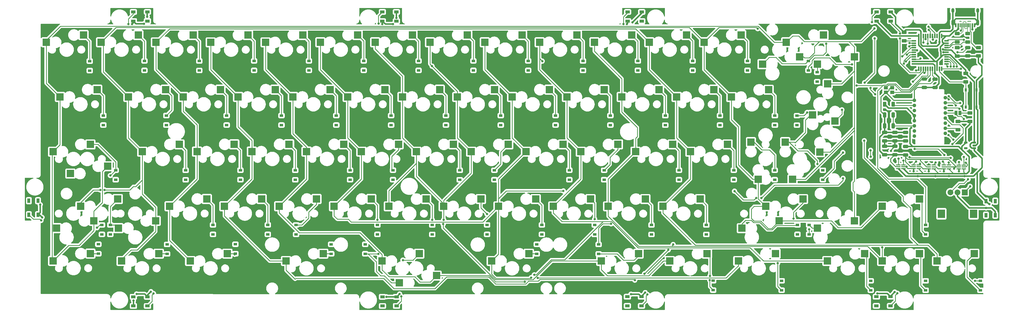
<source format=gbr>
%TF.GenerationSoftware,KiCad,Pcbnew,(6.0.5)*%
%TF.CreationDate,2022-06-26T21:14:40+09:00*%
%TF.ProjectId,dynamis,64796e61-6d69-4732-9e6b-696361645f70,rev?*%
%TF.SameCoordinates,Original*%
%TF.FileFunction,Copper,L2,Bot*%
%TF.FilePolarity,Positive*%
%FSLAX46Y46*%
G04 Gerber Fmt 4.6, Leading zero omitted, Abs format (unit mm)*
G04 Created by KiCad (PCBNEW (6.0.5)) date 2022-06-26 21:14:40*
%MOMM*%
%LPD*%
G01*
G04 APERTURE LIST*
G04 Aperture macros list*
%AMRoundRect*
0 Rectangle with rounded corners*
0 $1 Rounding radius*
0 $2 $3 $4 $5 $6 $7 $8 $9 X,Y pos of 4 corners*
0 Add a 4 corners polygon primitive as box body*
4,1,4,$2,$3,$4,$5,$6,$7,$8,$9,$2,$3,0*
0 Add four circle primitives for the rounded corners*
1,1,$1+$1,$2,$3*
1,1,$1+$1,$4,$5*
1,1,$1+$1,$6,$7*
1,1,$1+$1,$8,$9*
0 Add four rect primitives between the rounded corners*
20,1,$1+$1,$2,$3,$4,$5,0*
20,1,$1+$1,$4,$5,$6,$7,0*
20,1,$1+$1,$6,$7,$8,$9,0*
20,1,$1+$1,$8,$9,$2,$3,0*%
G04 Aperture macros list end*
%TA.AperFunction,SMDPad,CuDef*%
%ADD10R,2.550000X2.500000*%
%TD*%
%TA.AperFunction,SMDPad,CuDef*%
%ADD11R,2.500000X2.550000*%
%TD*%
%TA.AperFunction,ComponentPad*%
%ADD12R,2.000000X2.000000*%
%TD*%
%TA.AperFunction,ComponentPad*%
%ADD13C,2.000000*%
%TD*%
%TA.AperFunction,ComponentPad*%
%ADD14R,2.500000X3.000000*%
%TD*%
%TA.AperFunction,SMDPad,CuDef*%
%ADD15RoundRect,0.250000X0.625000X-0.312500X0.625000X0.312500X-0.625000X0.312500X-0.625000X-0.312500X0*%
%TD*%
%TA.AperFunction,SMDPad,CuDef*%
%ADD16RoundRect,0.250000X0.650000X-0.325000X0.650000X0.325000X-0.650000X0.325000X-0.650000X-0.325000X0*%
%TD*%
%TA.AperFunction,SMDPad,CuDef*%
%ADD17R,1.200000X0.900000*%
%TD*%
%TA.AperFunction,SMDPad,CuDef*%
%ADD18R,1.500000X1.000000*%
%TD*%
%TA.AperFunction,SMDPad,CuDef*%
%ADD19R,1.000000X1.500000*%
%TD*%
%TA.AperFunction,SMDPad,CuDef*%
%ADD20R,1.400000X1.200000*%
%TD*%
%TA.AperFunction,SMDPad,CuDef*%
%ADD21RoundRect,0.250000X-0.625000X0.312500X-0.625000X-0.312500X0.625000X-0.312500X0.625000X0.312500X0*%
%TD*%
%TA.AperFunction,SMDPad,CuDef*%
%ADD22RoundRect,0.250000X-0.650000X0.325000X-0.650000X-0.325000X0.650000X-0.325000X0.650000X0.325000X0*%
%TD*%
%TA.AperFunction,SMDPad,CuDef*%
%ADD23RoundRect,0.250000X-0.325000X-0.650000X0.325000X-0.650000X0.325000X0.650000X-0.325000X0.650000X0*%
%TD*%
%TA.AperFunction,SMDPad,CuDef*%
%ADD24RoundRect,0.250000X0.312500X0.625000X-0.312500X0.625000X-0.312500X-0.625000X0.312500X-0.625000X0*%
%TD*%
%TA.AperFunction,SMDPad,CuDef*%
%ADD25R,0.750000X1.000000*%
%TD*%
%TA.AperFunction,SMDPad,CuDef*%
%ADD26R,1.558716X0.422474*%
%TD*%
%TA.AperFunction,SMDPad,CuDef*%
%ADD27RoundRect,0.211237X-0.568121X0.000000X0.568121X0.000000X0.568121X0.000000X-0.568121X0.000000X0*%
%TD*%
%TA.AperFunction,SMDPad,CuDef*%
%ADD28RoundRect,0.195000X-0.405000X0.130000X-0.405000X-0.130000X0.405000X-0.130000X0.405000X0.130000X0*%
%TD*%
%TA.AperFunction,ComponentPad*%
%ADD29C,1.300000*%
%TD*%
%TA.AperFunction,SMDPad,CuDef*%
%ADD30R,1.500000X0.550000*%
%TD*%
%TA.AperFunction,SMDPad,CuDef*%
%ADD31R,0.550000X1.500000*%
%TD*%
%TA.AperFunction,SMDPad,CuDef*%
%ADD32R,0.600000X1.450000*%
%TD*%
%TA.AperFunction,SMDPad,CuDef*%
%ADD33R,0.300000X1.450000*%
%TD*%
%TA.AperFunction,ComponentPad*%
%ADD34O,1.000000X1.600000*%
%TD*%
%TA.AperFunction,ComponentPad*%
%ADD35O,1.000000X2.100000*%
%TD*%
%TA.AperFunction,ViaPad*%
%ADD36C,0.800000*%
%TD*%
%TA.AperFunction,Conductor*%
%ADD37C,0.500000*%
%TD*%
%TA.AperFunction,Conductor*%
%ADD38C,0.375000*%
%TD*%
%TA.AperFunction,Conductor*%
%ADD39C,0.250000*%
%TD*%
%TA.AperFunction,Conductor*%
%ADD40C,0.200000*%
%TD*%
G04 APERTURE END LIST*
D10*
%TO.P,SW04_00,1,1*%
%TO.N,col00*%
X139783890Y-226629199D03*
%TO.P,SW04_00,2,2*%
%TO.N,Net-(D04_00-Pad2)*%
X152710890Y-224089199D03*
%TD*%
%TO.P,SW06_01,1,1*%
%TO.N,col01*%
X375503490Y-169534999D03*
%TO.P,SW06_01,2,2*%
%TO.N,Net-(D06_01-Pad2)*%
X388430490Y-166994999D03*
%TD*%
%TO.P,SW04_05,1,1*%
%TO.N,col05*%
X292158490Y-226679999D03*
%TO.P,SW04_05,2,2*%
%TO.N,Net-(D04_05-Pad2)*%
X305085490Y-224139999D03*
%TD*%
%TO.P,SW09_05,1,1*%
%TO.N,col05*%
X377883490Y-226679999D03*
%TO.P,SW09_05,2,2*%
%TO.N,Net-(D09_05-Pad2)*%
X390810490Y-224139999D03*
%TD*%
D11*
%TO.P,SWET_AN00,1,1*%
%TO.N,col00*%
X396723490Y-198194999D03*
%TO.P,SWET_AN00,2,2*%
%TO.N,Net-(D07_00-Pad2)*%
X394183490Y-185267999D03*
%TD*%
D10*
%TO.P,SW00_00,1,1*%
%TO.N,col00*%
X137378490Y-150459999D03*
%TO.P,SW00_00,2,2*%
%TO.N,Net-(D00_00-Pad2)*%
X150305490Y-147919999D03*
%TD*%
%TO.P,SWBS_S00,1,1*%
%TO.N,col00*%
X399198490Y-155539999D03*
%TO.P,SWBS_S00,2,2*%
%TO.N,Net-(D05_00-Pad2)*%
X386271490Y-158079999D03*
%TD*%
%TO.P,SW08_04,1,1*%
%TO.N,col04*%
X313578490Y-207629999D03*
%TO.P,SW08_04,2,2*%
%TO.N,Net-(D08_04-Pad2)*%
X326505490Y-205089999D03*
%TD*%
%TO.P,SWSP_L04,1,1*%
%TO.N,col04*%
X273003690Y-231759999D03*
%TO.P,SWSP_L04,2,2*%
%TO.N,Net-(D04_04-Pad2)*%
X260076690Y-234299999D03*
%TD*%
%TO.P,SW02_06,1,1*%
%TO.N,col06*%
X265968490Y-188569999D03*
%TO.P,SW02_06,2,2*%
%TO.N,Net-(D02_06-Pad2)*%
X278895490Y-186029999D03*
%TD*%
%TO.P,SWCL_S00,1,1*%
%TO.N,col00*%
X139758490Y-188584999D03*
%TO.P,SWCL_S00,2,2*%
%TO.N,Net-(D02_00-Pad2)*%
X152685490Y-186044999D03*
%TD*%
%TO.P,SW06_05,1,1*%
%TO.N,col05*%
X299303490Y-169509999D03*
%TO.P,SW06_05,2,2*%
%TO.N,Net-(D06_05-Pad2)*%
X312230490Y-166969999D03*
%TD*%
D12*
%TO.P,RE0,A,A*%
%TO.N,RE_A*%
X456545690Y-202727799D03*
D13*
%TO.P,RE0,B,B*%
%TO.N,RE_B*%
X451545690Y-202727799D03*
%TO.P,RE0,C,C*%
%TO.N,GND*%
X454045690Y-202727799D03*
D14*
%TO.P,RE0,MP*%
%TO.N,N/C*%
X448445690Y-210227799D03*
X459645690Y-210227799D03*
%TD*%
D10*
%TO.P,SW00_04,1,1*%
%TO.N,col04*%
X213578490Y-150479999D03*
%TO.P,SW00_04,2,2*%
%TO.N,Net-(D00_04-Pad2)*%
X226505490Y-147939999D03*
%TD*%
%TO.P,SW05_01,1,1*%
%TO.N,col01*%
X365953490Y-150459999D03*
%TO.P,SW05_01,2,2*%
%TO.N,Net-(D05_01-Pad2)*%
X378880490Y-147919999D03*
%TD*%
%TO.P,SW02_01,1,1*%
%TO.N,col01*%
X170728490Y-188579999D03*
%TO.P,SW02_01,2,2*%
%TO.N,Net-(D02_01-Pad2)*%
X183655490Y-186039999D03*
%TD*%
%TO.P,SWBS_L00,1,1*%
%TO.N,col00*%
X394553490Y-150459999D03*
%TO.P,SWBS_L00,2,2*%
%TO.N,Net-(D05_00-Pad2)*%
X407480490Y-147919999D03*
%TD*%
%TO.P,SW00_05,1,1*%
%TO.N,col05*%
X232628490Y-150459999D03*
%TO.P,SW00_05,2,2*%
%TO.N,Net-(D00_05-Pad2)*%
X245555490Y-147919999D03*
%TD*%
%TO.P,SW05_04,1,1*%
%TO.N,col04*%
X308828490Y-150459999D03*
%TO.P,SW05_04,2,2*%
%TO.N,Net-(D05_04-Pad2)*%
X321755490Y-147919999D03*
%TD*%
%TO.P,SW00_03,1,1*%
%TO.N,col03*%
X194528490Y-150479999D03*
%TO.P,SW00_03,2,2*%
%TO.N,Net-(D00_03-Pad2)*%
X207455490Y-147939999D03*
%TD*%
%TO.P,SW09_03,1,1*%
%TO.N,col03*%
X427870690Y-226679999D03*
%TO.P,SW09_03,2,2*%
%TO.N,Net-(D09_03-Pad2)*%
X440797690Y-224139999D03*
%TD*%
%TO.P,SW09_01,1,1*%
%TO.N,col01*%
X427888490Y-207629999D03*
%TO.P,SW09_01,2,2*%
%TO.N,Net-(D09_01-Pad2)*%
X440815490Y-205089999D03*
%TD*%
%TO.P,SW08_06,1,1*%
%TO.N,col06*%
X275488490Y-207629999D03*
%TO.P,SW08_06,2,2*%
%TO.N,Net-(D08_06-Pad2)*%
X288415490Y-205089999D03*
%TD*%
%TO.P,SW04_03,1,1*%
%TO.N,col03*%
X220708290Y-226679999D03*
%TO.P,SW04_03,2,2*%
%TO.N,Net-(D04_03-Pad2)*%
X233635290Y-224139999D03*
%TD*%
%TO.P,SW08_03,1,1*%
%TO.N,col03*%
X332638490Y-207629999D03*
%TO.P,SW08_03,2,2*%
%TO.N,Net-(D08_03-Pad2)*%
X345565490Y-205089999D03*
%TD*%
%TO.P,SW07_02,1,1*%
%TO.N,col02*%
X361218490Y-188569999D03*
%TO.P,SW07_02,2,2*%
%TO.N,Net-(D07_02-Pad2)*%
X374145490Y-186029999D03*
%TD*%
%TO.P,SW02_04,1,1*%
%TO.N,col04*%
X227848490Y-188549999D03*
%TO.P,SW02_04,2,2*%
%TO.N,Net-(D02_04-Pad2)*%
X240775490Y-186009999D03*
%TD*%
%TO.P,SW02_03,1,1*%
%TO.N,col03*%
X208828490Y-188559999D03*
%TO.P,SW02_03,2,2*%
%TO.N,Net-(D02_03-Pad2)*%
X221755490Y-186019999D03*
%TD*%
%TO.P,SW04_06,1,1*%
%TO.N,col06*%
X330258490Y-226679999D03*
%TO.P,SW04_06,2,2*%
%TO.N,Net-(D04_06-Pad2)*%
X343185490Y-224139999D03*
%TD*%
%TO.P,SW04_01,1,1*%
%TO.N,col01*%
X163558290Y-226679999D03*
%TO.P,SW04_01,2,2*%
%TO.N,Net-(D04_01-Pad2)*%
X176485290Y-224139999D03*
%TD*%
%TO.P,SW07_06,1,1*%
%TO.N,col06*%
X285018490Y-188569999D03*
%TO.P,SW07_06,2,2*%
%TO.N,Net-(D07_06-Pad2)*%
X297945490Y-186029999D03*
%TD*%
%TO.P,SW03_05,1,1*%
%TO.N,col05*%
X237396090Y-207604599D03*
%TO.P,SW03_05,2,2*%
%TO.N,Net-(D03_05-Pad2)*%
X250323090Y-205064599D03*
%TD*%
%TO.P,SW01_05,1,1*%
%TO.N,col05*%
X242153490Y-169509999D03*
%TO.P,SW01_05,2,2*%
%TO.N,Net-(D01_05-Pad2)*%
X255080490Y-166969999D03*
%TD*%
%TO.P,SW03_04,1,1*%
%TO.N,col04*%
X218346090Y-207604599D03*
%TO.P,SW03_04,2,2*%
%TO.N,Net-(D03_04-Pad2)*%
X231273090Y-205064599D03*
%TD*%
%TO.P,SW09_00,1,1*%
%TO.N,col00*%
X418248490Y-155539999D03*
%TO.P,SW09_00,2,2*%
%TO.N,Net-(D09_00-Pad2)*%
X405321490Y-158079999D03*
%TD*%
%TO.P,SW07_05,1,1*%
%TO.N,col05*%
X304068490Y-188569999D03*
%TO.P,SW07_05,2,2*%
%TO.N,Net-(D07_05-Pad2)*%
X316995490Y-186029999D03*
%TD*%
%TO.P,SWRS_S01,1,1*%
%TO.N,col01*%
X392048490Y-212709999D03*
%TO.P,SWRS_S01,2,2*%
%TO.N,Net-(D08_01-Pad2)*%
X379121490Y-215249999D03*
%TD*%
%TO.P,SW05_03,1,1*%
%TO.N,col03*%
X327878490Y-150459999D03*
%TO.P,SW05_03,2,2*%
%TO.N,Net-(D05_03-Pad2)*%
X340805490Y-147919999D03*
%TD*%
%TO.P,SW05_06,1,1*%
%TO.N,col06*%
X270728490Y-150459999D03*
%TO.P,SW05_06,2,2*%
%TO.N,Net-(D05_06-Pad2)*%
X283655490Y-147919999D03*
%TD*%
%TO.P,SW04_02,1,1*%
%TO.N,col02*%
X187383490Y-226679999D03*
%TO.P,SW04_02,2,2*%
%TO.N,Net-(D04_02-Pad2)*%
X200310490Y-224139999D03*
%TD*%
%TO.P,SW06_04,1,1*%
%TO.N,col04*%
X318353490Y-169509999D03*
%TO.P,SW06_04,2,2*%
%TO.N,Net-(D06_04-Pad2)*%
X331280490Y-166969999D03*
%TD*%
%TO.P,SW00_06,1,1*%
%TO.N,col06*%
X251678490Y-150459999D03*
%TO.P,SW00_06,2,2*%
%TO.N,Net-(D00_06-Pad2)*%
X264605490Y-147919999D03*
%TD*%
%TO.P,SW01_06,1,1*%
%TO.N,col06*%
X261203490Y-169509999D03*
%TO.P,SW01_06,2,2*%
%TO.N,Net-(D01_06-Pad2)*%
X274130490Y-166969999D03*
%TD*%
%TO.P,SW06_06,1,1*%
%TO.N,col06*%
X280228490Y-169509999D03*
%TO.P,SW06_06,2,2*%
%TO.N,Net-(D06_06-Pad2)*%
X293155490Y-166969999D03*
%TD*%
%TO.P,SW01_03,1,1*%
%TO.N,col03*%
X204053490Y-169509999D03*
%TO.P,SW01_03,2,2*%
%TO.N,Net-(D01_03-Pad2)*%
X216980490Y-166969999D03*
%TD*%
%TO.P,SW09_02,1,1*%
%TO.N,col02*%
X446920690Y-226679999D03*
%TO.P,SW09_02,2,2*%
%TO.N,Net-(D09_02-Pad2)*%
X459847690Y-224139999D03*
%TD*%
%TO.P,SW08_00,1,1*%
%TO.N,col00*%
X418248490Y-212709999D03*
%TO.P,SW08_00,2,2*%
%TO.N,Net-(D08_00-Pad2)*%
X405321490Y-215249999D03*
%TD*%
%TO.P,SW03_02,1,1*%
%TO.N,col02*%
X180246090Y-207604599D03*
%TO.P,SW03_02,2,2*%
%TO.N,Net-(D03_02-Pad2)*%
X193173090Y-205064599D03*
%TD*%
%TO.P,SW00_01,1,1*%
%TO.N,col01*%
X156428490Y-150459999D03*
%TO.P,SW00_01,2,2*%
%TO.N,Net-(D00_01-Pad2)*%
X169355490Y-147919999D03*
%TD*%
D11*
%TO.P,SW07_01,1,1*%
%TO.N,col01*%
X384813490Y-198194999D03*
%TO.P,SW07_01,2,2*%
%TO.N,Net-(D07_01-Pad2)*%
X382273490Y-185267999D03*
%TD*%
D10*
%TO.P,SW02_05,1,1*%
%TO.N,col05*%
X246898490Y-188569999D03*
%TO.P,SW02_05,2,2*%
%TO.N,Net-(D02_05-Pad2)*%
X259825490Y-186029999D03*
%TD*%
%TO.P,SW02_02,1,1*%
%TO.N,col02*%
X189778490Y-188559999D03*
%TO.P,SW02_02,2,2*%
%TO.N,Net-(D02_02-Pad2)*%
X202705490Y-186019999D03*
%TD*%
%TO.P,SW00_02,1,1*%
%TO.N,col02*%
X175478490Y-150479999D03*
%TO.P,SW00_02,2,2*%
%TO.N,Net-(D00_02-Pad2)*%
X188405490Y-147939999D03*
%TD*%
D11*
%TO.P,SWET_IS00,1,1*%
%TO.N,col00*%
X406243490Y-188684999D03*
%TO.P,SWET_IS00,2,2*%
%TO.N,Net-(D07_00-Pad2)*%
X403703490Y-175757999D03*
%TD*%
D10*
%TO.P,SW09_06,1,1*%
%TO.N,col06*%
X354058290Y-226679999D03*
%TO.P,SW09_06,2,2*%
%TO.N,Net-(D09_06-Pad2)*%
X366985290Y-224139999D03*
%TD*%
%TO.P,SW06_02,1,1*%
%TO.N,col02*%
X356453490Y-169509999D03*
%TO.P,SW06_02,2,2*%
%TO.N,Net-(D06_02-Pad2)*%
X369380490Y-166969999D03*
%TD*%
%TO.P,SW01_04,1,1*%
%TO.N,col04*%
X223103490Y-169509999D03*
%TO.P,SW01_04,2,2*%
%TO.N,Net-(D01_04-Pad2)*%
X236030490Y-166969999D03*
%TD*%
%TO.P,SWCL_N00,1,1*%
%TO.N,col00*%
X158698490Y-193664999D03*
%TO.P,SWCL_N00,2,2*%
%TO.N,Net-(D02_00-Pad2)*%
X145771490Y-196204999D03*
%TD*%
%TO.P,SW05_05,1,1*%
%TO.N,col05*%
X289778490Y-150459999D03*
%TO.P,SW05_05,2,2*%
%TO.N,Net-(D05_05-Pad2)*%
X302705490Y-147919999D03*
%TD*%
%TO.P,SW07_03,1,1*%
%TO.N,col03*%
X342168490Y-188569999D03*
%TO.P,SW07_03,2,2*%
%TO.N,Net-(D07_03-Pad2)*%
X355095490Y-186029999D03*
%TD*%
%TO.P,SW08_02,1,1*%
%TO.N,col02*%
X351688490Y-207629999D03*
%TO.P,SW08_02,2,2*%
%TO.N,Net-(D08_02-Pad2)*%
X364615490Y-205089999D03*
%TD*%
%TO.P,SW01_02,1,1*%
%TO.N,col02*%
X185003490Y-169509999D03*
%TO.P,SW01_02,2,2*%
%TO.N,Net-(D01_02-Pad2)*%
X197930490Y-166969999D03*
%TD*%
%TO.P,SW01_01,1,1*%
%TO.N,col01*%
X165953490Y-169509999D03*
%TO.P,SW01_01,2,2*%
%TO.N,Net-(D01_01-Pad2)*%
X178880490Y-166969999D03*
%TD*%
%TO.P,SW06_03,1,1*%
%TO.N,col03*%
X337403490Y-169509999D03*
%TO.P,SW06_03,2,2*%
%TO.N,Net-(D06_03-Pad2)*%
X350330490Y-166969999D03*
%TD*%
%TO.P,SW03_06,1,1*%
%TO.N,col06*%
X256446090Y-207629999D03*
%TO.P,SW03_06,2,2*%
%TO.N,Net-(D03_06-Pad2)*%
X269373090Y-205089999D03*
%TD*%
%TO.P,SW09_04,1,1*%
%TO.N,col04*%
X408820690Y-226679999D03*
%TO.P,SW09_04,2,2*%
%TO.N,Net-(D09_04-Pad2)*%
X421747690Y-224139999D03*
%TD*%
D11*
%TO.P,SW06_00,1,1*%
%TO.N,col00*%
X408928490Y-164964999D03*
%TO.P,SW06_00,2,2*%
%TO.N,Net-(D06_00-Pad2)*%
X411468490Y-177891999D03*
%TD*%
D10*
%TO.P,SW01_00,1,1*%
%TO.N,col00*%
X142153490Y-169509999D03*
%TO.P,SW01_00,2,2*%
%TO.N,Net-(D01_00-Pad2)*%
X155080490Y-166969999D03*
%TD*%
%TO.P,SW05_02,1,1*%
%TO.N,col02*%
X346928490Y-150459999D03*
%TO.P,SW05_02,2,2*%
%TO.N,Net-(D05_02-Pad2)*%
X359855490Y-147919999D03*
%TD*%
%TO.P,SWRS_L01,1,1*%
%TO.N,col01*%
X387408490Y-207619999D03*
%TO.P,SWRS_L01,2,2*%
%TO.N,Net-(D08_01-Pad2)*%
X400335490Y-205079999D03*
%TD*%
%TO.P,SWLS_L01,1,1*%
%TO.N,col01*%
X149283490Y-207629999D03*
%TO.P,SWLS_L01,2,2*%
%TO.N,Net-(D03_01-Pad2)*%
X162210490Y-205089999D03*
%TD*%
%TO.P,SW03_03,1,1*%
%TO.N,col03*%
X199296090Y-207604599D03*
%TO.P,SW03_03,2,2*%
%TO.N,Net-(D03_03-Pad2)*%
X212223090Y-205064599D03*
%TD*%
%TO.P,SW03_00,1,1*%
%TO.N,col00*%
X153903090Y-212684599D03*
%TO.P,SW03_00,2,2*%
%TO.N,Net-(D03_00-Pad2)*%
X140976090Y-215224599D03*
%TD*%
%TO.P,SWLS_S01,1,1*%
%TO.N,col01*%
X175366090Y-212684599D03*
%TO.P,SWLS_S01,2,2*%
%TO.N,Net-(D03_01-Pad2)*%
X162439090Y-215224599D03*
%TD*%
%TO.P,SWSP_S04,1,1*%
%TO.N,col04*%
X254058490Y-226679999D03*
%TO.P,SWSP_S04,2,2*%
%TO.N,Net-(D04_04-Pad2)*%
X266985490Y-224139999D03*
%TD*%
%TO.P,SW07_04,1,1*%
%TO.N,col04*%
X323118490Y-188569999D03*
%TO.P,SW07_04,2,2*%
%TO.N,Net-(D07_04-Pad2)*%
X336045490Y-186029999D03*
%TD*%
%TO.P,SW08_05,1,1*%
%TO.N,col05*%
X294538490Y-207629999D03*
%TO.P,SW08_05,2,2*%
%TO.N,Net-(D08_05-Pad2)*%
X307465490Y-205089999D03*
%TD*%
D15*
%TO.P,R3,1*%
%TO.N,GND*%
X453975000Y-155237500D03*
%TO.P,R3,2*%
%TO.N,Net-(J0-PadA5)*%
X453975000Y-152312500D03*
%TD*%
D16*
%TO.P,C9,1*%
%TO.N,VCC*%
X432300000Y-184800000D03*
%TO.P,C9,2*%
%TO.N,GND*%
X432300000Y-181850000D03*
%TD*%
D17*
%TO.P,D08_03,1,K*%
%TO.N,row08*%
X347700000Y-217425000D03*
%TO.P,D08_03,2,A*%
%TO.N,Net-(D08_03-Pad2)*%
X347700000Y-214125000D03*
%TD*%
%TO.P,D09_04,1,K*%
%TO.N,row09*%
X423900000Y-233575000D03*
%TO.P,D09_04,2,A*%
%TO.N,Net-(D09_04-Pad2)*%
X423900000Y-236875000D03*
%TD*%
%TO.P,D08_04,1,K*%
%TO.N,row08*%
X328000000Y-217425000D03*
%TO.P,D08_04,2,A*%
%TO.N,Net-(D08_04-Pad2)*%
X328000000Y-214125000D03*
%TD*%
D18*
%TO.P,LED8,1,VDD*%
%TO.N,VCC*%
X430750000Y-239125000D03*
%TO.P,LED8,2,DOUT*%
%TO.N,Net-(LED8-Pad2)*%
X430750000Y-242325000D03*
%TO.P,LED8,3,VSS*%
%TO.N,GND*%
X425850000Y-242325000D03*
%TO.P,LED8,4,DIN*%
%TO.N,Net-(LED7-Pad2)*%
X425850000Y-239125000D03*
%TD*%
D19*
%TO.P,LED4,1,VDD*%
%TO.N,VCC*%
X134525000Y-210575000D03*
%TO.P,LED4,2,DOUT*%
%TO.N,Net-(LED4-Pad2)*%
X131325000Y-210575000D03*
%TO.P,LED4,3,VSS*%
%TO.N,GND*%
X131325000Y-205675000D03*
%TO.P,LED4,4,DIN*%
%TO.N,Net-(LED3-Pad2)*%
X134525000Y-205675000D03*
%TD*%
D20*
%TO.P,Y0,1,1*%
%TO.N,Net-(C1-Pad1)*%
X431325000Y-167875000D03*
%TO.P,Y0,2,2*%
%TO.N,GND*%
X429125000Y-167875000D03*
%TO.P,Y0,3,3*%
%TO.N,Net-(C0-Pad2)*%
X429125000Y-166275000D03*
%TO.P,Y0,4,4*%
%TO.N,GND*%
X431325000Y-166275000D03*
%TD*%
D21*
%TO.P,R2,1*%
%TO.N,GND*%
X435525000Y-147012500D03*
%TO.P,R2,2*%
%TO.N,Net-(R2-Pad2)*%
X435525000Y-149937500D03*
%TD*%
D17*
%TO.P,D02_01,1,K*%
%TO.N,row02*%
X185810000Y-198360000D03*
%TO.P,D02_01,2,A*%
%TO.N,Net-(D02_01-Pad2)*%
X185810000Y-195060000D03*
%TD*%
D15*
%TO.P,R7,1*%
%TO.N,VDD*%
X458375000Y-178012500D03*
%TO.P,R7,2*%
%TO.N,Net-(JP0-Pad2)*%
X458375000Y-175087500D03*
%TD*%
D17*
%TO.P,D05_05,1,K*%
%TO.N,row05*%
X304860000Y-160250000D03*
%TO.P,D05_05,2,A*%
%TO.N,Net-(D05_05-Pad2)*%
X304860000Y-156950000D03*
%TD*%
D22*
%TO.P,C7,1*%
%TO.N,VCC*%
X428750000Y-186700000D03*
%TO.P,C7,2*%
%TO.N,GND*%
X428750000Y-189650000D03*
%TD*%
D17*
%TO.P,D03_04,1,K*%
%TO.N,row03*%
X224200000Y-217400000D03*
%TO.P,D03_04,2,A*%
%TO.N,Net-(D03_04-Pad2)*%
X224200000Y-214100000D03*
%TD*%
%TO.P,D06_01,1,K*%
%TO.N,row06*%
X390575000Y-179325000D03*
%TO.P,D06_01,2,A*%
%TO.N,Net-(D06_01-Pad2)*%
X390575000Y-176025000D03*
%TD*%
%TO.P,D03_03,1,K*%
%TO.N,row03*%
X214375000Y-217400000D03*
%TO.P,D03_03,2,A*%
%TO.N,Net-(D03_03-Pad2)*%
X214375000Y-214100000D03*
%TD*%
%TO.P,D07_04,1,K*%
%TO.N,row07*%
X331250000Y-198350000D03*
%TO.P,D07_04,2,A*%
%TO.N,Net-(D07_04-Pad2)*%
X331250000Y-195050000D03*
%TD*%
D15*
%TO.P,R1,1*%
%TO.N,Net-(R1-Pad1)*%
X453975000Y-150362500D03*
%TO.P,R1,2*%
%TO.N,D-*%
X453975000Y-147437500D03*
%TD*%
D17*
%TO.P,D09_01,1,K*%
%TO.N,row09*%
X442975000Y-214100000D03*
%TO.P,D09_01,2,A*%
%TO.N,Net-(D09_01-Pad2)*%
X442975000Y-217400000D03*
%TD*%
%TO.P,D01_06,1,K*%
%TO.N,row01*%
X276275000Y-179300000D03*
%TO.P,D01_06,2,A*%
%TO.N,Net-(D01_06-Pad2)*%
X276275000Y-176000000D03*
%TD*%
D18*
%TO.P,LED6,1,VDD*%
%TO.N,VCC*%
X259100000Y-239150000D03*
%TO.P,LED6,2,DOUT*%
%TO.N,Net-(LED6-Pad2)*%
X259100000Y-242350000D03*
%TO.P,LED6,3,VSS*%
%TO.N,GND*%
X254200000Y-242350000D03*
%TO.P,LED6,4,DIN*%
%TO.N,Net-(LED5-Pad2)*%
X254200000Y-239150000D03*
%TD*%
D17*
%TO.P,D06_06,1,K*%
%TO.N,row06*%
X295325000Y-179300000D03*
%TO.P,D06_06,2,A*%
%TO.N,Net-(D06_06-Pad2)*%
X295325000Y-176000000D03*
%TD*%
%TO.P,D06_02,1,K*%
%TO.N,row06*%
X371520000Y-179300000D03*
%TO.P,D06_02,2,A*%
%TO.N,Net-(D06_02-Pad2)*%
X371520000Y-176000000D03*
%TD*%
%TO.P,D07_02,1,K*%
%TO.N,row07*%
X376290000Y-198350000D03*
%TO.P,D07_02,2,A*%
%TO.N,Net-(D07_02-Pad2)*%
X376290000Y-195050000D03*
%TD*%
D22*
%TO.P,C1,1*%
%TO.N,Net-(C1-Pad1)*%
X446225000Y-163275000D03*
%TO.P,C1,2*%
%TO.N,GND*%
X446225000Y-166225000D03*
%TD*%
D17*
%TO.P,D03_05,1,K*%
%TO.N,row03*%
X252475000Y-217400000D03*
%TO.P,D03_05,2,A*%
%TO.N,Net-(D03_05-Pad2)*%
X252475000Y-214100000D03*
%TD*%
D23*
%TO.P,C4,1*%
%TO.N,GND*%
X428700000Y-179575000D03*
%TO.P,C4,2*%
%TO.N,Net-(C3-Pad2)*%
X431650000Y-179575000D03*
%TD*%
D17*
%TO.P,D02_02,1,K*%
%TO.N,row02*%
X204850000Y-198350000D03*
%TO.P,D02_02,2,A*%
%TO.N,Net-(D02_02-Pad2)*%
X204850000Y-195050000D03*
%TD*%
%TO.P,D02_00,1,K*%
%TO.N,row02*%
X161500000Y-198350000D03*
%TO.P,D02_00,2,A*%
%TO.N,Net-(D02_00-Pad2)*%
X161500000Y-195050000D03*
%TD*%
%TO.P,D01_04,1,K*%
%TO.N,row01*%
X238175000Y-179300000D03*
%TO.P,D01_04,2,A*%
%TO.N,Net-(D01_04-Pad2)*%
X238175000Y-176000000D03*
%TD*%
%TO.P,D09_03,1,K*%
%TO.N,row09*%
X442970000Y-233595000D03*
%TO.P,D09_03,2,A*%
%TO.N,Net-(D09_03-Pad2)*%
X442970000Y-236895000D03*
%TD*%
%TO.P,D08_02,1,K*%
%TO.N,row08*%
X366780000Y-217420000D03*
%TO.P,D08_02,2,A*%
%TO.N,Net-(D08_02-Pad2)*%
X366780000Y-214120000D03*
%TD*%
%TO.P,D05_03,1,K*%
%TO.N,row05*%
X342970000Y-160230000D03*
%TO.P,D05_03,2,A*%
%TO.N,Net-(D05_03-Pad2)*%
X342970000Y-156930000D03*
%TD*%
D24*
%TO.P,R5,1*%
%TO.N,Net-(R5-Pad1)*%
X431662500Y-172075000D03*
%TO.P,R5,2*%
%TO.N,VDD*%
X428737500Y-172075000D03*
%TD*%
D17*
%TO.P,D07_00,1,K*%
%TO.N,row07*%
X407250000Y-198350000D03*
%TO.P,D07_00,2,A*%
%TO.N,Net-(D07_00-Pad2)*%
X407250000Y-195050000D03*
%TD*%
%TO.P,D08_01,1,K*%
%TO.N,row08*%
X398425000Y-217400000D03*
%TO.P,D08_01,2,A*%
%TO.N,Net-(D08_01-Pad2)*%
X398425000Y-214100000D03*
%TD*%
%TO.P,D01_05,1,K*%
%TO.N,row01*%
X257230000Y-179300000D03*
%TO.P,D01_05,2,A*%
%TO.N,Net-(D01_05-Pad2)*%
X257230000Y-176000000D03*
%TD*%
%TO.P,D06_03,1,K*%
%TO.N,row06*%
X352490000Y-179310000D03*
%TO.P,D06_03,2,A*%
%TO.N,Net-(D06_03-Pad2)*%
X352490000Y-176010000D03*
%TD*%
%TO.P,D07_01,1,K*%
%TO.N,row07*%
X390510000Y-198350000D03*
%TO.P,D07_01,2,A*%
%TO.N,Net-(D07_01-Pad2)*%
X390510000Y-195050000D03*
%TD*%
D25*
%TO.P,RESET_SW0,A*%
%TO.N,RESET*%
X456925000Y-167025000D03*
%TO.P,RESET_SW0,B*%
X456925000Y-173025000D03*
%TO.P,RESET_SW0,C*%
%TO.N,GND*%
X460675000Y-167025000D03*
%TO.P,RESET_SW0,D*%
X460675000Y-173025000D03*
%TD*%
D17*
%TO.P,D09_05,1,K*%
%TO.N,row09*%
X392925000Y-233575000D03*
%TO.P,D09_05,2,A*%
%TO.N,Net-(D09_05-Pad2)*%
X392925000Y-236875000D03*
%TD*%
%TO.P,D04_06,1,K*%
%TO.N,row04*%
X329325000Y-220900000D03*
%TO.P,D04_06,2,A*%
%TO.N,Net-(D04_06-Pad2)*%
X329325000Y-224200000D03*
%TD*%
%TO.P,D08_06,1,K*%
%TO.N,row08*%
X290570000Y-217400000D03*
%TO.P,D08_06,2,A*%
%TO.N,Net-(D08_06-Pad2)*%
X290570000Y-214100000D03*
%TD*%
D22*
%TO.P,C6,1*%
%TO.N,VCC*%
X432300000Y-186725000D03*
%TO.P,C6,2*%
%TO.N,GND*%
X432300000Y-189675000D03*
%TD*%
D17*
%TO.P,D00_00,1,K*%
%TO.N,row00*%
X152475000Y-160325000D03*
%TO.P,D00_00,2,A*%
%TO.N,Net-(D00_00-Pad2)*%
X152475000Y-157025000D03*
%TD*%
D23*
%TO.P,C3,1*%
%TO.N,GND*%
X428725000Y-175800000D03*
%TO.P,C3,2*%
%TO.N,Net-(C3-Pad2)*%
X431675000Y-175800000D03*
%TD*%
D26*
%TO.P,U4,1,VCC(A)*%
%TO.N,VCC*%
X438798293Y-194475000D03*
D27*
%TO.P,U4,2,GND*%
%TO.N,GND*%
X438798293Y-193825000D03*
%TO.P,U4,3,A*%
%TO.N,SCLK-H*%
X438798293Y-193175000D03*
%TO.P,U4,4,B*%
%TO.N,SCLK*%
X440551707Y-193175000D03*
%TO.P,U4,5,DIR*%
%TO.N,VCC*%
X440551707Y-193825000D03*
%TO.P,U4,6,VCC(B)*%
%TO.N,VDD*%
X440551707Y-194475000D03*
%TD*%
D17*
%TO.P,D09_00,1,K*%
%TO.N,row09*%
X405300000Y-164175000D03*
%TO.P,D09_00,2,A*%
%TO.N,Net-(D09_00-Pad2)*%
X405300000Y-160875000D03*
%TD*%
D18*
%TO.P,LED5,1,VDD*%
%TO.N,VCC*%
X172550000Y-239150000D03*
%TO.P,LED5,2,DOUT*%
%TO.N,Net-(LED5-Pad2)*%
X172550000Y-242350000D03*
%TO.P,LED5,3,VSS*%
%TO.N,GND*%
X167650000Y-242350000D03*
%TO.P,LED5,4,DIN*%
%TO.N,Net-(LED4-Pad2)*%
X167650000Y-239150000D03*
%TD*%
D26*
%TO.P,U6,1,VCC(A)*%
%TO.N,VCC*%
X449298293Y-194525000D03*
D27*
%TO.P,U6,2,GND*%
%TO.N,GND*%
X449298293Y-193875000D03*
%TO.P,U6,3,A*%
%TO.N,MOT-H*%
X449298293Y-193225000D03*
%TO.P,U6,4,B*%
%TO.N,MOTION*%
X451051707Y-193225000D03*
%TO.P,U6,5,DIR*%
%TO.N,GND*%
X451051707Y-193875000D03*
%TO.P,U6,6,VCC(B)*%
%TO.N,VDD*%
X451051707Y-194525000D03*
%TD*%
D15*
%TO.P,R0,1*%
%TO.N,Net-(R0-Pad1)*%
X457600000Y-150362500D03*
%TO.P,R0,2*%
%TO.N,D+*%
X457600000Y-147437500D03*
%TD*%
D28*
%TO.P,U2,1,IN*%
%TO.N,VCC*%
X459875001Y-185449999D03*
%TO.P,U2,2,GND*%
%TO.N,GND*%
X459875001Y-186399999D03*
%TO.P,U2,3,EN*%
%TO.N,VCC*%
X459875001Y-187349998D03*
%TO.P,U2,4,NC*%
%TO.N,unconnected-(U2-Pad4)*%
X456925002Y-187349998D03*
%TO.P,U2,5,OUT*%
%TO.N,VDD*%
X456925002Y-185449999D03*
%TD*%
D17*
%TO.P,D05_00,1,K*%
%TO.N,row05*%
X402220000Y-160240000D03*
%TO.P,D05_00,2,A*%
%TO.N,Net-(D05_00-Pad2)*%
X402220000Y-156940000D03*
%TD*%
D18*
%TO.P,LED1,1,VDD*%
%TO.N,VCC*%
X339425000Y-143050000D03*
%TO.P,LED1,2,DOUT*%
%TO.N,Net-(LED1-Pad2)*%
X339425000Y-139850000D03*
%TO.P,LED1,3,VSS*%
%TO.N,GND*%
X344325000Y-139850000D03*
%TO.P,LED1,4,DIN*%
%TO.N,Net-(LED0-Pad2)*%
X344325000Y-143050000D03*
%TD*%
D17*
%TO.P,D00_01,1,K*%
%TO.N,row00*%
X171510000Y-160250000D03*
%TO.P,D00_01,2,A*%
%TO.N,Net-(D00_01-Pad2)*%
X171510000Y-156950000D03*
%TD*%
%TO.P,D00_04,1,K*%
%TO.N,row00*%
X228660000Y-160250000D03*
%TO.P,D00_04,2,A*%
%TO.N,Net-(D00_04-Pad2)*%
X228660000Y-156950000D03*
%TD*%
%TO.P,D05_01,1,K*%
%TO.N,row05*%
X381070000Y-160240000D03*
%TO.P,D05_01,2,A*%
%TO.N,Net-(D05_01-Pad2)*%
X381070000Y-156940000D03*
%TD*%
%TO.P,D01_01,1,K*%
%TO.N,row01*%
X179100000Y-179275000D03*
%TO.P,D01_01,2,A*%
%TO.N,Net-(D01_01-Pad2)*%
X179100000Y-175975000D03*
%TD*%
%TO.P,D02_04,1,K*%
%TO.N,row02*%
X242950000Y-198350000D03*
%TO.P,D02_04,2,A*%
%TO.N,Net-(D02_04-Pad2)*%
X242950000Y-195050000D03*
%TD*%
%TO.P,D07_05,1,K*%
%TO.N,row07*%
X319150000Y-198350000D03*
%TO.P,D07_05,2,A*%
%TO.N,Net-(D07_05-Pad2)*%
X319150000Y-195050000D03*
%TD*%
%TO.P,D07_03,1,K*%
%TO.N,row07*%
X357250000Y-198350000D03*
%TO.P,D07_03,2,A*%
%TO.N,Net-(D07_03-Pad2)*%
X357250000Y-195050000D03*
%TD*%
%TO.P,D04_01,1,K*%
%TO.N,row04*%
X179350000Y-220900000D03*
%TO.P,D04_01,2,A*%
%TO.N,Net-(D04_01-Pad2)*%
X179350000Y-224200000D03*
%TD*%
%TO.P,D01_00,1,K*%
%TO.N,row01*%
X157225000Y-179300000D03*
%TO.P,D01_00,2,A*%
%TO.N,Net-(D01_00-Pad2)*%
X157225000Y-176000000D03*
%TD*%
%TO.P,D08_05,1,K*%
%TO.N,row08*%
X309625000Y-217400000D03*
%TO.P,D08_05,2,A*%
%TO.N,Net-(D08_05-Pad2)*%
X309625000Y-214100000D03*
%TD*%
%TO.P,D04_02,1,K*%
%TO.N,row04*%
X203110000Y-220825000D03*
%TO.P,D04_02,2,A*%
%TO.N,Net-(D04_02-Pad2)*%
X203110000Y-224125000D03*
%TD*%
%TO.P,D05_04,1,K*%
%TO.N,row05*%
X323910000Y-160260000D03*
%TO.P,D05_04,2,A*%
%TO.N,Net-(D05_04-Pad2)*%
X323910000Y-156960000D03*
%TD*%
%TO.P,D05_06,1,K*%
%TO.N,row05*%
X285800000Y-160250000D03*
%TO.P,D05_06,2,A*%
%TO.N,Net-(D05_06-Pad2)*%
X285800000Y-156950000D03*
%TD*%
D22*
%TO.P,C2,1*%
%TO.N,Net-(C2-Pad1)*%
X457600000Y-152275000D03*
%TO.P,C2,2*%
%TO.N,GND*%
X457600000Y-155225000D03*
%TD*%
D17*
%TO.P,D09_02,1,K*%
%TO.N,row09*%
X462000000Y-233600000D03*
%TO.P,D09_02,2,A*%
%TO.N,Net-(D09_02-Pad2)*%
X462000000Y-236900000D03*
%TD*%
D19*
%TO.P,LED9,1,VDD*%
%TO.N,VCC*%
X463950000Y-205800000D03*
%TO.P,LED9,2,DOUT*%
%TO.N,unconnected-(LED9-Pad2)*%
X467150000Y-205800000D03*
%TO.P,LED9,3,VSS*%
%TO.N,GND*%
X467150000Y-210700000D03*
%TO.P,LED9,4,DIN*%
%TO.N,Net-(LED8-Pad2)*%
X463950000Y-210700000D03*
%TD*%
D17*
%TO.P,D06_05,1,K*%
%TO.N,row06*%
X314380000Y-179300000D03*
%TO.P,D06_05,2,A*%
%TO.N,Net-(D06_05-Pad2)*%
X314380000Y-176000000D03*
%TD*%
%TO.P,D07_06,1,K*%
%TO.N,row07*%
X293125000Y-198350000D03*
%TO.P,D07_06,2,A*%
%TO.N,Net-(D07_06-Pad2)*%
X293125000Y-195050000D03*
%TD*%
%TO.P,D00_02,1,K*%
%TO.N,row00*%
X190560000Y-160260000D03*
%TO.P,D00_02,2,A*%
%TO.N,Net-(D00_02-Pad2)*%
X190560000Y-156960000D03*
%TD*%
D18*
%TO.P,LED3,1,VDD*%
%TO.N,VCC*%
X167650000Y-143050000D03*
%TO.P,LED3,2,DOUT*%
%TO.N,Net-(LED3-Pad2)*%
X167650000Y-139850000D03*
%TO.P,LED3,3,VSS*%
%TO.N,GND*%
X172550000Y-139850000D03*
%TO.P,LED3,4,DIN*%
%TO.N,Net-(LED2-Pad2)*%
X172550000Y-143050000D03*
%TD*%
D17*
%TO.P,D06_04,1,K*%
%TO.N,row06*%
X333430000Y-179300000D03*
%TO.P,D06_04,2,A*%
%TO.N,Net-(D06_04-Pad2)*%
X333430000Y-176000000D03*
%TD*%
%TO.P,D03_02,1,K*%
%TO.N,row03*%
X195325000Y-217400000D03*
%TO.P,D03_02,2,A*%
%TO.N,Net-(D03_02-Pad2)*%
X195325000Y-214100000D03*
%TD*%
%TO.P,D00_06,1,K*%
%TO.N,row00*%
X266760000Y-160250000D03*
%TO.P,D00_06,2,A*%
%TO.N,Net-(D00_06-Pad2)*%
X266760000Y-156950000D03*
%TD*%
D16*
%TO.P,C0,1*%
%TO.N,GND*%
X442525000Y-166175000D03*
%TO.P,C0,2*%
%TO.N,Net-(C0-Pad2)*%
X442525000Y-163225000D03*
%TD*%
D17*
%TO.P,D00_05,1,K*%
%TO.N,row00*%
X247700000Y-160250000D03*
%TO.P,D00_05,2,A*%
%TO.N,Net-(D00_05-Pad2)*%
X247700000Y-156950000D03*
%TD*%
%TO.P,D02_05,1,K*%
%TO.N,row02*%
X257870000Y-198330000D03*
%TO.P,D02_05,2,A*%
%TO.N,Net-(D02_05-Pad2)*%
X257870000Y-195030000D03*
%TD*%
%TO.P,D04_05,1,K*%
%TO.N,row04*%
X307850000Y-220850000D03*
%TO.P,D04_05,2,A*%
%TO.N,Net-(D04_05-Pad2)*%
X307850000Y-224150000D03*
%TD*%
%TO.P,D04_03,1,K*%
%TO.N,row04*%
X236400000Y-220850000D03*
%TO.P,D04_03,2,A*%
%TO.N,Net-(D04_03-Pad2)*%
X236400000Y-224150000D03*
%TD*%
%TO.P,D09_06,1,K*%
%TO.N,row09*%
X369150000Y-233525000D03*
%TO.P,D09_06,2,A*%
%TO.N,Net-(D09_06-Pad2)*%
X369150000Y-236825000D03*
%TD*%
D18*
%TO.P,LED2,1,VDD*%
%TO.N,VCC*%
X254175000Y-143075000D03*
%TO.P,LED2,2,DOUT*%
%TO.N,Net-(LED2-Pad2)*%
X254175000Y-139875000D03*
%TO.P,LED2,3,VSS*%
%TO.N,GND*%
X259075000Y-139875000D03*
%TO.P,LED2,4,DIN*%
%TO.N,Net-(LED1-Pad2)*%
X259075000Y-143075000D03*
%TD*%
D17*
%TO.P,D01_03,1,K*%
%TO.N,row01*%
X219125000Y-179300000D03*
%TO.P,D01_03,2,A*%
%TO.N,Net-(D01_03-Pad2)*%
X219125000Y-176000000D03*
%TD*%
%TO.P,D03_01,1,K*%
%TO.N,row03*%
X159625000Y-217400000D03*
%TO.P,D03_01,2,A*%
%TO.N,Net-(D03_01-Pad2)*%
X159625000Y-214100000D03*
%TD*%
%TO.P,D01_02,1,K*%
%TO.N,row01*%
X200075000Y-179300000D03*
%TO.P,D01_02,2,A*%
%TO.N,Net-(D01_02-Pad2)*%
X200075000Y-176000000D03*
%TD*%
%TO.P,D02_03,1,K*%
%TO.N,row02*%
X223910000Y-198370000D03*
%TO.P,D02_03,2,A*%
%TO.N,Net-(D02_03-Pad2)*%
X223910000Y-195070000D03*
%TD*%
D29*
%TO.P,U1,1,NC_1*%
%TO.N,unconnected-(U1-Pad1)*%
X439075000Y-183100000D03*
%TO.P,U1,2,NC_2*%
%TO.N,unconnected-(U1-Pad2)*%
X439075000Y-181320000D03*
%TO.P,U1,3,VDDPIX*%
%TO.N,Net-(C3-Pad2)*%
X439075000Y-179540000D03*
%TO.P,U1,4,VDD*%
%TO.N,VDD*%
X439075000Y-177760000D03*
%TO.P,U1,5,VDDIO*%
X439075000Y-175980000D03*
%TO.P,U1,6,NC_3*%
%TO.N,unconnected-(U1-Pad6)*%
X439075000Y-174200000D03*
%TO.P,U1,7,NRESET*%
%TO.N,Net-(R5-Pad1)*%
X439075000Y-172420000D03*
%TO.P,U1,8,GND*%
%TO.N,GND*%
X439075000Y-170640000D03*
%TO.P,U1,9,MOTION*%
%TO.N,MOTION*%
X449775000Y-169750000D03*
%TO.P,U1,10,SCLK*%
%TO.N,SCLK*%
X449775000Y-171530000D03*
%TO.P,U1,11,MOSI*%
%TO.N,MOSI*%
X449775000Y-173310000D03*
%TO.P,U1,12,MISO*%
%TO.N,MISO*%
X449775000Y-175090000D03*
%TO.P,U1,13,NCS*%
%TO.N,SS*%
X449775000Y-176870000D03*
%TO.P,U1,14,NC_4*%
%TO.N,unconnected-(U1-Pad14)*%
X449775000Y-178650000D03*
%TO.P,U1,15,LED_P*%
%TO.N,Net-(R6-Pad2)*%
X449775000Y-180430000D03*
%TO.P,U1,16,NC_5*%
%TO.N,unconnected-(U1-Pad16)*%
X449775000Y-182210000D03*
%TD*%
D30*
%TO.P,U0,1,PE6*%
%TO.N,RE_B*%
X450250000Y-149950000D03*
%TO.P,U0,2,UVCC*%
%TO.N,VCC*%
X450250000Y-150750000D03*
%TO.P,U0,3,D-*%
%TO.N,Net-(R1-Pad1)*%
X450250000Y-151550000D03*
%TO.P,U0,4,D+*%
%TO.N,Net-(R0-Pad1)*%
X450250000Y-152350000D03*
%TO.P,U0,5,UGND*%
%TO.N,GND*%
X450250000Y-153150000D03*
%TO.P,U0,6,UCAP*%
%TO.N,Net-(C2-Pad1)*%
X450250000Y-153950000D03*
%TO.P,U0,7,VBUS*%
%TO.N,VCC*%
X450250000Y-154750000D03*
%TO.P,U0,8,PB0*%
%TO.N,SS-H*%
X450250000Y-155550000D03*
%TO.P,U0,9,PB1*%
%TO.N,SCLK-H*%
X450250000Y-156350000D03*
%TO.P,U0,10,PB2*%
%TO.N,MOSI-H*%
X450250000Y-157150000D03*
%TO.P,U0,11,PB3*%
%TO.N,MISO-H*%
X450250000Y-157950000D03*
D31*
%TO.P,U0,12,PB7*%
%TO.N,RE_A*%
X448550000Y-159650000D03*
%TO.P,U0,13,~{RESET}*%
%TO.N,RESET*%
X447750000Y-159650000D03*
%TO.P,U0,14,VCC*%
%TO.N,VCC*%
X446950000Y-159650000D03*
%TO.P,U0,15,GND*%
%TO.N,GND*%
X446150000Y-159650000D03*
%TO.P,U0,16,XTAL2*%
%TO.N,Net-(C1-Pad1)*%
X445350000Y-159650000D03*
%TO.P,U0,17,XTAL1*%
%TO.N,Net-(C0-Pad2)*%
X444550000Y-159650000D03*
%TO.P,U0,18,PD0*%
%TO.N,row09*%
X443750000Y-159650000D03*
%TO.P,U0,19,PD1*%
%TO.N,row04*%
X442950000Y-159650000D03*
%TO.P,U0,20,PD2*%
%TO.N,MOT-H*%
X442150000Y-159650000D03*
%TO.P,U0,21,PD3*%
%TO.N,LED*%
X441350000Y-159650000D03*
%TO.P,U0,22,PD5*%
%TO.N,row03*%
X440550000Y-159650000D03*
D30*
%TO.P,U0,23,GND*%
%TO.N,GND*%
X438850000Y-157950000D03*
%TO.P,U0,24,AVCC*%
%TO.N,VCC*%
X438850000Y-157150000D03*
%TO.P,U0,25,PD4*%
%TO.N,row08*%
X438850000Y-156350000D03*
%TO.P,U0,26,PD6*%
%TO.N,row02*%
X438850000Y-155550000D03*
%TO.P,U0,27,PD7*%
%TO.N,row07*%
X438850000Y-154750000D03*
%TO.P,U0,28,PB4*%
%TO.N,row01*%
X438850000Y-153950000D03*
%TO.P,U0,29,PB5*%
%TO.N,row06*%
X438850000Y-153150000D03*
%TO.P,U0,30,PB6*%
%TO.N,row00*%
X438850000Y-152350000D03*
%TO.P,U0,31,PC6*%
%TO.N,row05*%
X438850000Y-151550000D03*
%TO.P,U0,32,PC7*%
%TO.N,col06*%
X438850000Y-150750000D03*
%TO.P,U0,33,~{HWB}/PE2*%
%TO.N,Net-(R2-Pad2)*%
X438850000Y-149950000D03*
D31*
%TO.P,U0,34,VCC*%
%TO.N,VCC*%
X440550000Y-148250000D03*
%TO.P,U0,35,GND*%
%TO.N,GND*%
X441350000Y-148250000D03*
%TO.P,U0,36,PF7*%
%TO.N,col05*%
X442150000Y-148250000D03*
%TO.P,U0,37,PF6*%
%TO.N,col04*%
X442950000Y-148250000D03*
%TO.P,U0,38,PF5*%
%TO.N,col03*%
X443750000Y-148250000D03*
%TO.P,U0,39,PF4*%
%TO.N,col02*%
X444550000Y-148250000D03*
%TO.P,U0,40,PF1*%
%TO.N,col01*%
X445350000Y-148250000D03*
%TO.P,U0,41,PF0*%
%TO.N,col00*%
X446150000Y-148250000D03*
%TO.P,U0,42,AREF*%
%TO.N,unconnected-(U0-Pad42)*%
X446950000Y-148250000D03*
%TO.P,U0,43,GND*%
%TO.N,GND*%
X447750000Y-148250000D03*
%TO.P,U0,44,AVCC*%
%TO.N,VCC*%
X448550000Y-148250000D03*
%TD*%
D17*
%TO.P,D02_06,1,K*%
%TO.N,row02*%
X281050000Y-198360000D03*
%TO.P,D02_06,2,A*%
%TO.N,Net-(D02_06-Pad2)*%
X281050000Y-195060000D03*
%TD*%
D18*
%TO.P,LED0,1,VDD*%
%TO.N,VCC*%
X425925000Y-143075000D03*
%TO.P,LED0,2,DOUT*%
%TO.N,Net-(LED0-Pad2)*%
X425925000Y-139875000D03*
%TO.P,LED0,3,VSS*%
%TO.N,GND*%
X430825000Y-139875000D03*
%TO.P,LED0,4,DIN*%
%TO.N,LED*%
X430825000Y-143075000D03*
%TD*%
D16*
%TO.P,C10,1*%
%TO.N,VCC*%
X436000000Y-184800000D03*
%TO.P,C10,2*%
%TO.N,GND*%
X436000000Y-181850000D03*
%TD*%
D21*
%TO.P,R8,1*%
%TO.N,VCC*%
X456925000Y-161287500D03*
%TO.P,R8,2*%
%TO.N,RESET*%
X456925000Y-164212500D03*
%TD*%
D26*
%TO.P,U3,1,VCC(A)*%
%TO.N,VCC*%
X433498293Y-194475000D03*
D27*
%TO.P,U3,2,GND*%
%TO.N,GND*%
X433498293Y-193825000D03*
%TO.P,U3,3,A*%
%TO.N,MOSI-H*%
X433498293Y-193175000D03*
%TO.P,U3,4,B*%
%TO.N,MOSI*%
X435251707Y-193175000D03*
%TO.P,U3,5,DIR*%
%TO.N,VCC*%
X435251707Y-193825000D03*
%TO.P,U3,6,VCC(B)*%
%TO.N,VDD*%
X435251707Y-194475000D03*
%TD*%
D17*
%TO.P,D08_00,1,K*%
%TO.N,row08*%
X402450000Y-217400000D03*
%TO.P,D08_00,2,A*%
%TO.N,Net-(D08_00-Pad2)*%
X402450000Y-214100000D03*
%TD*%
D26*
%TO.P,U7,1,VCC(A)*%
%TO.N,VCC*%
X454498293Y-194550000D03*
D27*
%TO.P,U7,2,GND*%
%TO.N,GND*%
X454498293Y-193900000D03*
%TO.P,U7,3,A*%
%TO.N,MISO-H*%
X454498293Y-193250000D03*
%TO.P,U7,4,B*%
%TO.N,MISO*%
X456251707Y-193250000D03*
%TO.P,U7,5,DIR*%
%TO.N,SS-H*%
X456251707Y-193900000D03*
%TO.P,U7,6,VCC(B)*%
%TO.N,VDD*%
X456251707Y-194550000D03*
%TD*%
D17*
%TO.P,D03_06,1,K*%
%TO.N,row03*%
X271525000Y-217425000D03*
%TO.P,D03_06,2,A*%
%TO.N,Net-(D03_06-Pad2)*%
X271525000Y-214125000D03*
%TD*%
D18*
%TO.P,LED7,1,VDD*%
%TO.N,VCC*%
X344225000Y-239125000D03*
%TO.P,LED7,2,DOUT*%
%TO.N,Net-(LED7-Pad2)*%
X344225000Y-242325000D03*
%TO.P,LED7,3,VSS*%
%TO.N,GND*%
X339325000Y-242325000D03*
%TO.P,LED7,4,DIN*%
%TO.N,Net-(LED6-Pad2)*%
X339325000Y-239125000D03*
%TD*%
D17*
%TO.P,D03_00,1,K*%
%TO.N,row03*%
X156725000Y-217400000D03*
%TO.P,D03_00,2,A*%
%TO.N,Net-(D03_00-Pad2)*%
X156725000Y-214100000D03*
%TD*%
%TO.P,D04_00,1,K*%
%TO.N,row04*%
X155470000Y-220825000D03*
%TO.P,D04_00,2,A*%
%TO.N,Net-(D04_00-Pad2)*%
X155470000Y-224125000D03*
%TD*%
D22*
%TO.P,C5,1*%
%TO.N,VDD*%
X436000000Y-186750000D03*
%TO.P,C5,2*%
%TO.N,GND*%
X436000000Y-189700000D03*
%TD*%
D17*
%TO.P,D04_04,1,K*%
%TO.N,row04*%
X248225000Y-220850000D03*
%TO.P,D04_04,2,A*%
%TO.N,Net-(D04_04-Pad2)*%
X248225000Y-224150000D03*
%TD*%
D15*
%TO.P,R4,1*%
%TO.N,GND*%
X461325000Y-155200000D03*
%TO.P,R4,2*%
%TO.N,Net-(J0-PadB5)*%
X461325000Y-152275000D03*
%TD*%
D17*
%TO.P,D05_02,1,K*%
%TO.N,row05*%
X362000000Y-160250000D03*
%TO.P,D05_02,2,A*%
%TO.N,Net-(D05_02-Pad2)*%
X362000000Y-156950000D03*
%TD*%
D19*
%TO.P,JP0,1,A*%
%TO.N,MISO*%
X453550000Y-175100000D03*
%TO.P,JP0,2,B*%
%TO.N,Net-(JP0-Pad2)*%
X454850000Y-175100000D03*
%TD*%
D16*
%TO.P,C8,1*%
%TO.N,VCC*%
X428700000Y-184800000D03*
%TO.P,C8,2*%
%TO.N,GND*%
X428700000Y-181850000D03*
%TD*%
D17*
%TO.P,D00_03,1,K*%
%TO.N,row00*%
X209600000Y-160250000D03*
%TO.P,D00_03,2,A*%
%TO.N,Net-(D00_03-Pad2)*%
X209600000Y-156950000D03*
%TD*%
%TO.P,D06_00,1,K*%
%TO.N,row06*%
X398250000Y-179325000D03*
%TO.P,D06_00,2,A*%
%TO.N,Net-(D06_00-Pad2)*%
X398250000Y-176025000D03*
%TD*%
D26*
%TO.P,U5,1,VCC(A)*%
%TO.N,VCC*%
X444073293Y-194525000D03*
D27*
%TO.P,U5,2,GND*%
%TO.N,GND*%
X444073293Y-193875000D03*
%TO.P,U5,3,A*%
%TO.N,SS-H*%
X444073293Y-193225000D03*
%TO.P,U5,4,B*%
%TO.N,SS*%
X445826707Y-193225000D03*
%TO.P,U5,5,DIR*%
%TO.N,VCC*%
X445826707Y-193875000D03*
%TO.P,U5,6,VCC(B)*%
%TO.N,VDD*%
X445826707Y-194525000D03*
%TD*%
D21*
%TO.P,R6,1*%
%TO.N,VDD*%
X454200000Y-178012500D03*
%TO.P,R6,2*%
%TO.N,Net-(R6-Pad2)*%
X454200000Y-180937500D03*
%TD*%
D32*
%TO.P,J0,A1,GND*%
%TO.N,GND*%
X453475000Y-144485000D03*
%TO.P,J0,A4,VBUS*%
%TO.N,VCC*%
X454275000Y-144485000D03*
D33*
%TO.P,J0,A5,CC1*%
%TO.N,Net-(J0-PadA5)*%
X455475000Y-144485000D03*
%TO.P,J0,A6,D+*%
%TO.N,D+*%
X456475000Y-144485000D03*
%TO.P,J0,A7,D-*%
%TO.N,D-*%
X456975000Y-144485000D03*
%TO.P,J0,A8,SBU1*%
%TO.N,unconnected-(J0-PadA8)*%
X457975000Y-144485000D03*
D32*
%TO.P,J0,A9,VBUS*%
%TO.N,VCC*%
X459175000Y-144485000D03*
%TO.P,J0,A12,GND*%
%TO.N,GND*%
X459975000Y-144485000D03*
%TO.P,J0,B1,GND*%
X459975000Y-144485000D03*
%TO.P,J0,B4,VBUS*%
%TO.N,VCC*%
X459175000Y-144485000D03*
D33*
%TO.P,J0,B5,CC2*%
%TO.N,Net-(J0-PadB5)*%
X458475000Y-144485000D03*
%TO.P,J0,B6,D+*%
%TO.N,D+*%
X457475000Y-144485000D03*
%TO.P,J0,B7,D-*%
%TO.N,D-*%
X455975000Y-144485000D03*
%TO.P,J0,B8,SBU2*%
%TO.N,unconnected-(J0-PadB8)*%
X454975000Y-144485000D03*
D32*
%TO.P,J0,B9,VBUS*%
%TO.N,VCC*%
X454275000Y-144485000D03*
%TO.P,J0,B12,GND*%
%TO.N,GND*%
X453475000Y-144485000D03*
D34*
%TO.P,J0,S1,SHIELD*%
X461045000Y-139390000D03*
X452405000Y-139390000D03*
D35*
X452405000Y-143570000D03*
X461045000Y-143570000D03*
%TD*%
D36*
%TO.N,GND*%
X448989678Y-152939599D03*
X463975000Y-208175000D03*
X167675000Y-240450000D03*
X446150000Y-161235730D03*
X259075000Y-141975000D03*
X254200000Y-242350000D03*
X447750000Y-150325000D03*
X425850000Y-242325000D03*
X452875000Y-194450000D03*
X172475000Y-141525000D03*
X131325000Y-205675000D03*
X339325000Y-242325000D03*
X341075000Y-143500000D03*
%TO.N,Net-(C2-Pad1)*%
X449108040Y-153932067D03*
X454075000Y-153950000D03*
%TO.N,VDD*%
X437974500Y-180264500D03*
%TO.N,VCC*%
X167175000Y-144125500D03*
X339150000Y-144125500D03*
X257902422Y-144125500D03*
X426225000Y-238025498D03*
X260175000Y-238175000D03*
X456464282Y-197099500D03*
X451100000Y-197099500D03*
X454525000Y-195400500D03*
X449300000Y-195400500D03*
X255549502Y-239150000D03*
X465125000Y-206800000D03*
X440275000Y-197099500D03*
X438825000Y-195400500D03*
X254175000Y-144125500D03*
X459199500Y-146000000D03*
X446375000Y-197099500D03*
X171376088Y-143973912D03*
X436312913Y-193831445D03*
X444075000Y-195400500D03*
X135925000Y-211450000D03*
X345526376Y-237687756D03*
X135268481Y-206972831D03*
X432225000Y-237500000D03*
X340575000Y-238225000D03*
X168769397Y-238177826D03*
X454275000Y-145790230D03*
X173750000Y-237375000D03*
X430925000Y-188275000D03*
%TO.N,row00*%
X247675000Y-160250000D03*
X228650000Y-160250000D03*
X152475000Y-160325000D03*
X266760000Y-160250000D03*
X190550000Y-160250000D03*
X171525000Y-160250000D03*
X434799500Y-155375000D03*
X209625000Y-160250000D03*
%TO.N,row01*%
X436449799Y-154774799D03*
X200075000Y-179300000D03*
X238200000Y-179300000D03*
X219100000Y-179300000D03*
X179125000Y-179350000D03*
X257225000Y-179300000D03*
X276275000Y-179300000D03*
X157225000Y-179350000D03*
%TO.N,Net-(D02_00-Pad2)*%
X145771490Y-196204999D03*
X159650000Y-196875000D03*
%TO.N,row02*%
X223925000Y-198350000D03*
X204850000Y-198350000D03*
X161525000Y-198350000D03*
X185825000Y-198350000D03*
X281075000Y-198375000D03*
X436127310Y-157146500D03*
X257875000Y-198350000D03*
X242975000Y-198350000D03*
%TO.N,Net-(D03_00-Pad2)*%
X155025000Y-215050000D03*
X140976090Y-215224599D03*
%TO.N,row03*%
X252475000Y-217425000D03*
X159675000Y-217400000D03*
X439650000Y-160300500D03*
X224225000Y-217425000D03*
X156725000Y-217400000D03*
X214400000Y-217425000D03*
X271525000Y-217425000D03*
X423862299Y-190337299D03*
X423850701Y-188100000D03*
X195350000Y-217400000D03*
%TO.N,Net-(D03_05-Pad2)*%
X252475000Y-214100000D03*
X252475000Y-212350500D03*
%TO.N,Net-(D03_06-Pad2)*%
X271525000Y-212300000D03*
X271525000Y-214125000D03*
%TO.N,row04*%
X236400000Y-220850000D03*
X333657092Y-213717408D03*
X307850000Y-220850000D03*
X248225000Y-220850000D03*
X179350000Y-220875000D03*
X442549310Y-161149310D03*
X203100000Y-220825000D03*
X155475000Y-220825000D03*
X329350000Y-220900000D03*
%TO.N,Net-(D04_04-Pad2)*%
X261325000Y-226350000D03*
X252750201Y-224174799D03*
%TO.N,Net-(D05_00-Pad2)*%
X408400000Y-150950000D03*
X407480490Y-147919999D03*
%TO.N,row05*%
X402275000Y-160225000D03*
X437250000Y-151850000D03*
X323925000Y-160275000D03*
X362000000Y-160275000D03*
X304850000Y-160275000D03*
X381100000Y-160275000D03*
X342925000Y-160275000D03*
X285825000Y-160275000D03*
X417375000Y-158125000D03*
%TO.N,Net-(D06_00-Pad2)*%
X413875000Y-174000000D03*
X401800000Y-174900000D03*
%TO.N,row06*%
X295350000Y-179325000D03*
X314325000Y-179375000D03*
X440025000Y-153225000D03*
X371525000Y-179325000D03*
X352500000Y-179325000D03*
X398250000Y-179325000D03*
X390525000Y-179325000D03*
X333425000Y-179375000D03*
%TO.N,Net-(D07_00-Pad2)*%
X405325000Y-192850000D03*
X407250000Y-195050000D03*
%TO.N,row07*%
X331250000Y-198350000D03*
X390550000Y-198350000D03*
X293150000Y-198350000D03*
X407225000Y-198350000D03*
X435427977Y-157878379D03*
X357275000Y-198350000D03*
X319150000Y-198350000D03*
X376325000Y-198350000D03*
X414224500Y-188850000D03*
%TO.N,row08*%
X441164602Y-156138669D03*
X328000000Y-217425000D03*
X425399799Y-168524799D03*
X423800000Y-166350000D03*
X366800000Y-217425000D03*
X402475000Y-217400000D03*
X402475000Y-215650000D03*
X398425000Y-217400000D03*
X290575000Y-217400000D03*
X347700000Y-217425000D03*
X309650000Y-217425000D03*
%TO.N,Net-(D08_01-Pad2)*%
X397100000Y-211950000D03*
X398425000Y-214100000D03*
%TO.N,Net-(D08_04-Pad2)*%
X328000000Y-214125000D03*
X327950000Y-212100000D03*
%TO.N,Net-(D08_06-Pad2)*%
X290570000Y-214100000D03*
X290525000Y-210300000D03*
%TO.N,row09*%
X423900000Y-233575000D03*
X442975000Y-233600000D03*
X369150000Y-233525000D03*
X460125000Y-233600000D03*
X405300000Y-164175000D03*
X418972990Y-165550000D03*
X442975000Y-214100000D03*
X392925000Y-233575000D03*
%TO.N,Net-(D09_05-Pad2)*%
X391550000Y-227404499D03*
X390810490Y-224139999D03*
%TO.N,Net-(D09_06-Pad2)*%
X367950498Y-233324500D03*
X368025000Y-231875500D03*
%TO.N,Net-(J0-PadA5)*%
X455478440Y-151851620D03*
X455230378Y-146405378D03*
%TO.N,MISO*%
X456226500Y-177163000D03*
X456226500Y-190412701D03*
%TO.N,Net-(LED0-Pad2)*%
X344325000Y-143050000D03*
X424325000Y-143450000D03*
%TO.N,LED*%
X434075000Y-149099500D03*
X434050000Y-147375000D03*
%TO.N,Net-(LED1-Pad2)*%
X337925000Y-144125000D03*
X259075000Y-143075000D03*
%TO.N,Net-(LED2-Pad2)*%
X252850000Y-143950000D03*
X172550000Y-143050000D03*
%TO.N,Net-(LED3-Pad2)*%
X165950000Y-144125500D03*
X134525000Y-205675000D03*
%TO.N,Net-(LED4-Pad2)*%
X167650000Y-239150000D03*
X135575000Y-212525000D03*
%TO.N,Net-(LED5-Pad2)*%
X174650000Y-238000000D03*
X254200000Y-239150000D03*
%TO.N,Net-(LED6-Pad2)*%
X260725000Y-239025000D03*
X339325000Y-239125000D03*
%TO.N,Net-(LED7-Pad2)*%
X346275000Y-238350000D03*
X425850000Y-239125000D03*
%TO.N,Net-(LED8-Pad2)*%
X433150000Y-237925000D03*
X463950000Y-210700000D03*
%TO.N,RE_A*%
X458400000Y-200650000D03*
X455249312Y-159700688D03*
%TO.N,RE_B*%
X457675500Y-198225000D03*
X456249190Y-149608580D03*
%TO.N,col00*%
X444000000Y-145050000D03*
X425150000Y-145650000D03*
%TO.N,col01*%
X445475000Y-149525000D03*
X384607061Y-145701940D03*
X157599500Y-201900000D03*
X156150500Y-201900000D03*
%TO.N,col02*%
X425250000Y-149099511D03*
X421750500Y-164525000D03*
X421650201Y-184750201D03*
X444075201Y-146149799D03*
%TO.N,col03*%
X355225000Y-220925000D03*
X353525000Y-222775000D03*
X345275000Y-231100500D03*
X427875000Y-221874500D03*
X443725000Y-150925500D03*
X341900000Y-233324500D03*
%TO.N,col04*%
X306975000Y-231475000D03*
X303675000Y-233924500D03*
X309725000Y-157025000D03*
X442972352Y-149326721D03*
%TO.N,col05*%
X384088990Y-204750500D03*
X308174799Y-232599799D03*
X376550000Y-202325000D03*
X305900000Y-232475500D03*
X414275201Y-197875201D03*
X317075000Y-202250000D03*
X385875000Y-204750000D03*
X442199500Y-150550000D03*
%TO.N,col06*%
X271437500Y-158762500D03*
X437325000Y-150725000D03*
X275300000Y-213799500D03*
X275475000Y-212350500D03*
%TO.N,SS-H*%
X444073293Y-193064263D03*
X456951000Y-192449944D03*
X453750500Y-158925500D03*
%TO.N,SCLK-H*%
X452750997Y-158925500D03*
X439675000Y-192037000D03*
%TO.N,MOSI-H*%
X451700000Y-158925500D03*
X433525000Y-191000000D03*
%TO.N,MISO-H*%
X450600000Y-158925500D03*
X450975500Y-169275000D03*
X454950000Y-171625000D03*
X454537701Y-192212701D03*
%TO.N,MOT-H*%
X438549022Y-164125000D03*
X439150000Y-187599500D03*
X448975000Y-192037000D03*
X449450049Y-189725049D03*
%TO.N,MOTION*%
X450935603Y-182760603D03*
X452595918Y-184420918D03*
X450949422Y-192339763D03*
X450975500Y-170350000D03*
%TO.N,SCLK*%
X441025000Y-192761500D03*
X453475497Y-172450000D03*
%TO.N,MOSI*%
X435213000Y-191700000D03*
X454725000Y-173650000D03*
X437377878Y-190463000D03*
X451673922Y-190750000D03*
%TO.N,SS*%
X446450000Y-192339763D03*
X452250000Y-185900500D03*
%TD*%
D37*
%TO.N,GND*%
X428725000Y-179550000D02*
X428700000Y-179575000D01*
D38*
X436000000Y-189700000D02*
X436000000Y-190500000D01*
X449298293Y-193875000D02*
X451051707Y-193875000D01*
X430875000Y-191100000D02*
X432300000Y-189675000D01*
D37*
X460115479Y-142215479D02*
X461045000Y-143145000D01*
D38*
X451051707Y-193875000D02*
X454473293Y-193875000D01*
D37*
X432300000Y-181850000D02*
X436000000Y-181850000D01*
X436075000Y-146125000D02*
X435525000Y-146675000D01*
X461045000Y-139390000D02*
X461045000Y-143570000D01*
X428375000Y-189650000D02*
X428750000Y-189650000D01*
X440800000Y-146125000D02*
X436075000Y-146125000D01*
X461325000Y-157550000D02*
X462525000Y-158750000D01*
X451887500Y-153150000D02*
X453975000Y-155237500D01*
X447575000Y-164875000D02*
X446225000Y-166225000D01*
D38*
X427475000Y-169525000D02*
X427475000Y-174550000D01*
D37*
X458078678Y-208175000D02*
X463975000Y-208175000D01*
D38*
X443309106Y-193875000D02*
X444073293Y-193875000D01*
X454473293Y-193875000D02*
X454498293Y-193900000D01*
X436000000Y-190500000D02*
X436750000Y-191250000D01*
D37*
X462525000Y-161875000D02*
X460675000Y-163725000D01*
X428700000Y-181850000D02*
X427050000Y-183500000D01*
X460675000Y-173025000D02*
X460675000Y-173725000D01*
X447575000Y-162660730D02*
X447575000Y-164875000D01*
X465900000Y-208175000D02*
X467150000Y-209425000D01*
X441350000Y-148250000D02*
X441350000Y-146675000D01*
D38*
X429625000Y-167875000D02*
X430237989Y-167262011D01*
D37*
X461287500Y-155237500D02*
X461325000Y-155200000D01*
X446150000Y-159650000D02*
X446150000Y-158525978D01*
X454045690Y-202727799D02*
X454045690Y-204142012D01*
X428750000Y-189650000D02*
X435950000Y-189650000D01*
X461050000Y-185721488D02*
X460371489Y-186399999D01*
X460675000Y-163725000D02*
X460675000Y-167025000D01*
D38*
X436750000Y-191250000D02*
X441200000Y-191250000D01*
D37*
X428725000Y-175800000D02*
X428725000Y-179550000D01*
D38*
X454498293Y-193900000D02*
X453425000Y-193900000D01*
D37*
X453010479Y-144020479D02*
X453010479Y-142698471D01*
X463975000Y-208175000D02*
X465900000Y-208175000D01*
X432575000Y-144062500D02*
X435525000Y-147012500D01*
X461050000Y-174100000D02*
X461050000Y-185721488D01*
D38*
X430850978Y-166275000D02*
X431325000Y-166275000D01*
X429125000Y-167875000D02*
X429625000Y-167875000D01*
D37*
X447750000Y-147125978D02*
X448250978Y-146625000D01*
X344325000Y-140250000D02*
X341075000Y-143500000D01*
X445574022Y-157950000D02*
X438850000Y-157950000D01*
X452560000Y-143570000D02*
X453475000Y-144485000D01*
D38*
X439075000Y-167150000D02*
X440050000Y-166175000D01*
X441200000Y-191765894D02*
X443309106Y-193875000D01*
D37*
X167675000Y-240450000D02*
X167675000Y-242325000D01*
X428700000Y-181850000D02*
X432300000Y-181850000D01*
X447750000Y-150950000D02*
X446925000Y-151775000D01*
X453493471Y-142215479D02*
X460115479Y-142215479D01*
X442525000Y-166175000D02*
X446175000Y-166175000D01*
X446925000Y-151775000D02*
X441925000Y-151775000D01*
X441350000Y-146675000D02*
X440800000Y-146125000D01*
X447750000Y-150325000D02*
X447750000Y-150950000D01*
X452405000Y-143570000D02*
X452560000Y-143570000D01*
X259075000Y-141975000D02*
X259075000Y-139875000D01*
X446150000Y-158525978D02*
X445574022Y-157950000D01*
X446175000Y-166175000D02*
X446225000Y-166225000D01*
D38*
X441200000Y-191250000D02*
X441200000Y-191765894D01*
X431890000Y-170640000D02*
X439075000Y-170640000D01*
D37*
X450250000Y-153150000D02*
X451887500Y-153150000D01*
X432575000Y-141625000D02*
X432575000Y-144062500D01*
X441350000Y-151200000D02*
X441350000Y-148250000D01*
D38*
X438798293Y-193825000D02*
X437725000Y-193825000D01*
D37*
X172475000Y-139925000D02*
X172550000Y-139850000D01*
X427050000Y-183500000D02*
X427050000Y-188325000D01*
X167675000Y-242325000D02*
X167650000Y-242350000D01*
X460890000Y-143570000D02*
X459975000Y-144485000D01*
D38*
X441200000Y-191250000D02*
X450975000Y-191250000D01*
D37*
X428700000Y-179575000D02*
X428700000Y-181850000D01*
D38*
X427475000Y-174550000D02*
X428725000Y-175800000D01*
D37*
X467150000Y-209425000D02*
X467150000Y-210700000D01*
D38*
X429125000Y-167875000D02*
X431890000Y-170640000D01*
D37*
X453975000Y-155237500D02*
X461287500Y-155237500D01*
X460371489Y-186399999D02*
X459875001Y-186399999D01*
D38*
X430875000Y-192125000D02*
X430875000Y-191100000D01*
D37*
X448250978Y-146625000D02*
X451650000Y-146625000D01*
X454045690Y-204142012D02*
X458078678Y-208175000D01*
D38*
X439075000Y-170640000D02*
X439075000Y-167150000D01*
D37*
X453475000Y-144485000D02*
X453010479Y-144020479D01*
X427050000Y-188325000D02*
X428375000Y-189650000D01*
X452405000Y-145870000D02*
X452405000Y-143570000D01*
X461045000Y-143145000D02*
X461045000Y-143570000D01*
X450182556Y-153082556D02*
X449132635Y-153082556D01*
D38*
X433498293Y-193825000D02*
X432575000Y-193825000D01*
D37*
X451650000Y-146625000D02*
X452405000Y-145870000D01*
X447750000Y-148250000D02*
X447750000Y-147125978D01*
X462525000Y-158750000D02*
X462525000Y-161875000D01*
X460675000Y-167025000D02*
X460675000Y-173025000D01*
X447750000Y-150325000D02*
X447750000Y-148250000D01*
X461325000Y-155200000D02*
X461325000Y-157550000D01*
X446150000Y-159650000D02*
X446150000Y-161235730D01*
D38*
X429125000Y-167875000D02*
X427475000Y-169525000D01*
X450975000Y-191250000D02*
X453600000Y-193875000D01*
D37*
X435950000Y-189650000D02*
X436000000Y-189700000D01*
D38*
X432575000Y-193825000D02*
X430875000Y-192125000D01*
D37*
X449132635Y-153082556D02*
X448989678Y-152939599D01*
X460675000Y-173725000D02*
X461050000Y-174100000D01*
X452405000Y-143570000D02*
X452405000Y-139390000D01*
D38*
X436000000Y-192100000D02*
X436000000Y-189700000D01*
D37*
X446150000Y-161235730D02*
X447575000Y-162660730D01*
D38*
X453425000Y-193900000D02*
X452875000Y-194450000D01*
D37*
X450250000Y-153150000D02*
X450182556Y-153082556D01*
D38*
X430237989Y-166887989D02*
X430850978Y-166275000D01*
X440050000Y-166175000D02*
X442525000Y-166175000D01*
D37*
X453010479Y-142698471D02*
X453493471Y-142215479D01*
X461045000Y-143570000D02*
X460890000Y-143570000D01*
X435525000Y-146675000D02*
X435525000Y-147012500D01*
D38*
X430237989Y-167262011D02*
X430237989Y-166887989D01*
X437725000Y-193825000D02*
X436000000Y-192100000D01*
D37*
X172475000Y-141525000D02*
X172475000Y-139925000D01*
X344325000Y-139850000D02*
X344325000Y-140250000D01*
X441925000Y-151775000D02*
X441350000Y-151200000D01*
X430825000Y-139875000D02*
X432575000Y-141625000D01*
D39*
%TO.N,Net-(C0-Pad2)*%
X443175000Y-163225000D02*
X444550000Y-161850000D01*
X444550000Y-161850000D02*
X444550000Y-159650000D01*
X429125000Y-166275000D02*
X430049511Y-165350489D01*
X441639282Y-163225000D02*
X442525000Y-163225000D01*
X432350489Y-165350489D02*
X434425480Y-167425480D01*
X430049511Y-165350489D02*
X432350489Y-165350489D01*
X434425480Y-167425480D02*
X437438802Y-167425480D01*
X437438802Y-167425480D02*
X441639282Y-163225000D01*
X442525000Y-163225000D02*
X443175000Y-163225000D01*
%TO.N,Net-(C1-Pad1)*%
X437625000Y-167875000D02*
X431325000Y-167875000D01*
X446225000Y-163275000D02*
X444625000Y-164875000D01*
X440625000Y-164875000D02*
X437625000Y-167875000D01*
X446225000Y-163275000D02*
X446225000Y-162900000D01*
X446225000Y-162900000D02*
X445350000Y-162025000D01*
X444625000Y-164875000D02*
X440625000Y-164875000D01*
X445350000Y-162025000D02*
X445350000Y-159650000D01*
%TO.N,Net-(C2-Pad1)*%
X454075000Y-153950000D02*
X455925000Y-153950000D01*
X450250000Y-153950000D02*
X449125973Y-153950000D01*
X455925000Y-153950000D02*
X457600000Y-152275000D01*
X449125973Y-153950000D02*
X449108040Y-153932067D01*
%TO.N,Net-(C3-Pad2)*%
X431685000Y-179540000D02*
X431650000Y-179575000D01*
X431650000Y-179575000D02*
X431650000Y-175825000D01*
X431650000Y-175825000D02*
X431675000Y-175800000D01*
X439075000Y-179540000D02*
X431685000Y-179540000D01*
D37*
%TO.N,VDD*%
X458075000Y-195425000D02*
X457250000Y-196250000D01*
X455600000Y-186800000D02*
X455600000Y-187850000D01*
X440100000Y-186750000D02*
X454500000Y-186750000D01*
X452650000Y-196250000D02*
X447500000Y-196250000D01*
X455600000Y-187850000D02*
X458075000Y-190325000D01*
D38*
X456251707Y-195751707D02*
X456750000Y-196250000D01*
D37*
X456925002Y-185449999D02*
X456925002Y-185474998D01*
X456925002Y-180424998D02*
X456925002Y-185449999D01*
X458075000Y-190325000D02*
X458075000Y-195425000D01*
X428737500Y-172075000D02*
X430062020Y-173399520D01*
X437015950Y-196250000D02*
X435251707Y-194485757D01*
X457250000Y-196250000D02*
X456750000Y-196250000D01*
D38*
X440551707Y-194475000D02*
X440551707Y-194576707D01*
D37*
X436000000Y-186750000D02*
X440100000Y-186750000D01*
X456925002Y-185474998D02*
X455600000Y-186800000D01*
X454500000Y-186750000D02*
X455600000Y-187850000D01*
D38*
X445826707Y-194576707D02*
X447500000Y-196250000D01*
X445826707Y-194525000D02*
X445826707Y-194576707D01*
X440551707Y-194576707D02*
X442225000Y-196250000D01*
D37*
X447500000Y-196250000D02*
X442225000Y-196250000D01*
X437525000Y-180714000D02*
X437974500Y-180264500D01*
X454200000Y-178012500D02*
X458375000Y-178012500D01*
X430062020Y-173399520D02*
X436494520Y-173399520D01*
X440100000Y-186750000D02*
X438500000Y-186750000D01*
X439075000Y-175980000D02*
X439075000Y-177760000D01*
X438500000Y-186750000D02*
X437525000Y-185775000D01*
D38*
X451051707Y-194651707D02*
X452650000Y-196250000D01*
D37*
X442225000Y-196250000D02*
X437015950Y-196250000D01*
X456750000Y-196250000D02*
X452650000Y-196250000D01*
X436494520Y-173399520D02*
X439075000Y-175980000D01*
D38*
X451051707Y-194525000D02*
X451051707Y-194651707D01*
D37*
X458375000Y-178975000D02*
X456925002Y-180424998D01*
X437525000Y-185775000D02*
X437525000Y-180714000D01*
D38*
X456251707Y-194550000D02*
X456251707Y-195751707D01*
D37*
X458375000Y-178012500D02*
X458375000Y-178975000D01*
%TO.N,VCC*%
X430750000Y-238975000D02*
X432225000Y-237500000D01*
X450100000Y-148250000D02*
X451235730Y-148250000D01*
X453060250Y-146425480D02*
X453639750Y-146425480D01*
X436112036Y-197099500D02*
X433498293Y-194485757D01*
X458475000Y-185975000D02*
X458475000Y-186775000D01*
X451235730Y-148250000D02*
X453060250Y-146425480D01*
X446375000Y-197099500D02*
X440275000Y-197099500D01*
X440550000Y-151450000D02*
X446250000Y-157150000D01*
D38*
X441900000Y-194400000D02*
X442025000Y-194525000D01*
X435251707Y-193825000D02*
X436075000Y-193825000D01*
D37*
X460900000Y-202750000D02*
X463950000Y-205800000D01*
X444073293Y-195398793D02*
X444073293Y-194535757D01*
X449300000Y-195400500D02*
X449298293Y-195398793D01*
D38*
X446625000Y-193875000D02*
X447275000Y-194525000D01*
D37*
X462425000Y-194275000D02*
X460900000Y-195800000D01*
X448550000Y-148250000D02*
X450100000Y-148250000D01*
X440550000Y-148250000D02*
X440550000Y-151450000D01*
X448449519Y-151714751D02*
X448449519Y-151674992D01*
X464950000Y-206800000D02*
X463950000Y-205800000D01*
X134525000Y-210575000D02*
X135050000Y-210575000D01*
X458475000Y-186775000D02*
X459049998Y-187349998D01*
X254175000Y-143075000D02*
X254175000Y-144125500D01*
X462625000Y-190950000D02*
X462625000Y-194075000D01*
X172550000Y-238575000D02*
X173750000Y-237375000D01*
X456925000Y-161287500D02*
X459850489Y-164212989D01*
X135268481Y-206972831D02*
X135268481Y-209831519D01*
X460900000Y-195800000D02*
X460900000Y-202750000D01*
X344225000Y-238989132D02*
X345526376Y-237687756D01*
X255549502Y-239150000D02*
X259100000Y-239150000D01*
X440275000Y-197099500D02*
X436112036Y-197099500D01*
X448140167Y-152024103D02*
X448449519Y-151714751D01*
X168573912Y-143973912D02*
X167650000Y-143050000D01*
X459875001Y-185449999D02*
X459875000Y-185450000D01*
X135050000Y-210575000D02*
X135925000Y-211450000D01*
X343325000Y-238225000D02*
X344225000Y-239125000D01*
X438825000Y-195400500D02*
X438798293Y-195373793D01*
D38*
X430925000Y-188100000D02*
X432300000Y-186725000D01*
D37*
X456464282Y-197099500D02*
X451100000Y-197099500D01*
X446725978Y-157150000D02*
X446250000Y-157150000D01*
X444075000Y-195400500D02*
X444073293Y-195398793D01*
X448250489Y-155625489D02*
X448250489Y-153588227D01*
X449225000Y-150750000D02*
X448825000Y-150350000D01*
X172550000Y-239150000D02*
X172550000Y-238575000D01*
X428750000Y-184850000D02*
X428700000Y-184800000D01*
X456925000Y-160175000D02*
X456925000Y-161287500D01*
X448140167Y-153477905D02*
X448140167Y-152024103D01*
X429650498Y-238025498D02*
X430750000Y-239125000D01*
X459875001Y-187349998D02*
X459875001Y-188200001D01*
X453639750Y-146425480D02*
X454275000Y-145790230D01*
D38*
X441890891Y-194400000D02*
X441900000Y-194400000D01*
X441315891Y-193825000D02*
X441890891Y-194400000D01*
D37*
X171376088Y-143973912D02*
X168573912Y-143973912D01*
X451100000Y-197099500D02*
X446375000Y-197099500D01*
X340575000Y-238225000D02*
X343325000Y-238225000D01*
X454275000Y-145790230D02*
X454275000Y-144485000D01*
X450250000Y-154750000D02*
X451500000Y-154750000D01*
X465125000Y-206800000D02*
X464950000Y-206800000D01*
X459850489Y-164212989D02*
X459850489Y-185425487D01*
X428700000Y-184800000D02*
X436000000Y-184800000D01*
X446950000Y-159650000D02*
X446950000Y-156925978D01*
D38*
X436075000Y-193825000D02*
X436725000Y-194475000D01*
D37*
X344225000Y-239125000D02*
X344225000Y-238989132D01*
X454509050Y-194560757D02*
X454498293Y-194560757D01*
X431100000Y-148250000D02*
X425925000Y-143075000D01*
X438798293Y-195373793D02*
X438798293Y-194485757D01*
X459175000Y-145975500D02*
X459199500Y-146000000D01*
X257902422Y-144125500D02*
X255225500Y-144125500D01*
X448825000Y-150350000D02*
X448825000Y-149525000D01*
X459875000Y-185450000D02*
X459000000Y-185450000D01*
D38*
X445826707Y-193875000D02*
X446625000Y-193875000D01*
D37*
X167650000Y-143050000D02*
X167650000Y-143650500D01*
D38*
X435251707Y-193825000D02*
X436306468Y-193825000D01*
D37*
X460900000Y-195800000D02*
X459600500Y-197099500D01*
X428750000Y-186700000D02*
X432275000Y-186700000D01*
X449050489Y-154825489D02*
X450174511Y-154825489D01*
X339425000Y-143850500D02*
X339150000Y-144125500D01*
X259100000Y-239150000D02*
X259200000Y-239150000D01*
X449374511Y-150750000D02*
X450250000Y-150750000D01*
D38*
X436725000Y-194475000D02*
X438798293Y-194475000D01*
D37*
X426225000Y-238025498D02*
X429650498Y-238025498D01*
X454525000Y-194576707D02*
X454509050Y-194560757D01*
D38*
X436306468Y-193825000D02*
X436312913Y-193831445D01*
D37*
X459049998Y-187349998D02*
X459875001Y-187349998D01*
X446950000Y-156925978D02*
X449050489Y-154825489D01*
X432275000Y-186700000D02*
X432300000Y-186725000D01*
X454525000Y-195400500D02*
X454525000Y-194576707D01*
X459600500Y-197099500D02*
X456464282Y-197099500D01*
D38*
X430925000Y-188275000D02*
X430925000Y-188100000D01*
D37*
X167650000Y-143650500D02*
X167175000Y-144125500D01*
X440550000Y-148250000D02*
X431100000Y-148250000D01*
X449298293Y-195398793D02*
X449298293Y-194535757D01*
X459875001Y-188200001D02*
X462625000Y-190950000D01*
X450174511Y-154825489D02*
X450250000Y-154750000D01*
X135268481Y-209831519D02*
X134525000Y-210575000D01*
X459850489Y-185425487D02*
X459875001Y-185449999D01*
X168769397Y-238177826D02*
X171577826Y-238177826D01*
X448250489Y-153588227D02*
X448140167Y-153477905D01*
X430750000Y-239125000D02*
X430750000Y-238975000D01*
X259200000Y-239150000D02*
X260175000Y-238175000D01*
X459000000Y-185450000D02*
X458475000Y-185975000D01*
X448825000Y-149525000D02*
X450100000Y-148250000D01*
X432300000Y-186725000D02*
X432300000Y-184800000D01*
X171577826Y-238177826D02*
X172550000Y-239150000D01*
X339425000Y-143050000D02*
X339425000Y-143850500D01*
D38*
X447275000Y-194525000D02*
X449298293Y-194525000D01*
D37*
X448449519Y-151674992D02*
X449374511Y-150750000D01*
X449374511Y-150750000D02*
X449225000Y-150750000D01*
X446250000Y-157150000D02*
X438850000Y-157150000D01*
X451500000Y-154750000D02*
X456925000Y-160175000D01*
X446950000Y-156925978D02*
X446725978Y-157150000D01*
X459175000Y-144485000D02*
X459175000Y-145975500D01*
X428750000Y-186700000D02*
X428750000Y-184850000D01*
X462625000Y-194075000D02*
X462425000Y-194275000D01*
D38*
X440551707Y-193825000D02*
X441315891Y-193825000D01*
X442025000Y-194525000D02*
X444073293Y-194525000D01*
D37*
X255225500Y-144125500D02*
X254175000Y-143075000D01*
D39*
%TO.N,Net-(D00_00-Pad2)*%
X152475000Y-150089509D02*
X152475000Y-157025000D01*
X150305490Y-147919999D02*
X152475000Y-150089509D01*
%TO.N,row00*%
X438850000Y-152350000D02*
X437850000Y-152350000D01*
X434799500Y-155400500D02*
X434799500Y-155375000D01*
X437850000Y-152350000D02*
X434799500Y-155400500D01*
%TO.N,Net-(D00_01-Pad2)*%
X171510000Y-150074509D02*
X171510000Y-156950000D01*
X169355490Y-147919999D02*
X171510000Y-150074509D01*
%TO.N,Net-(D00_02-Pad2)*%
X190560000Y-150094509D02*
X190560000Y-156960000D01*
X188405490Y-147939999D02*
X190560000Y-150094509D01*
%TO.N,Net-(D00_03-Pad2)*%
X209600000Y-150084509D02*
X209600000Y-156950000D01*
X207455490Y-147939999D02*
X209600000Y-150084509D01*
%TO.N,Net-(D00_04-Pad2)*%
X226505490Y-147939999D02*
X228660000Y-150094509D01*
X228660000Y-150094509D02*
X228660000Y-156950000D01*
%TO.N,Net-(D00_05-Pad2)*%
X247700000Y-150064509D02*
X247700000Y-156950000D01*
X245555490Y-147919999D02*
X247700000Y-150064509D01*
%TO.N,Net-(D00_06-Pad2)*%
X264605490Y-147919999D02*
X266760000Y-150074509D01*
X266760000Y-150074509D02*
X266760000Y-156950000D01*
%TO.N,Net-(D01_00-Pad2)*%
X155080490Y-166969999D02*
X157225000Y-169114509D01*
X157225000Y-169114509D02*
X157225000Y-176000000D01*
%TO.N,row01*%
X437274598Y-153950000D02*
X438850000Y-153950000D01*
X436449799Y-154774799D02*
X437274598Y-153950000D01*
%TO.N,Net-(D01_01-Pad2)*%
X178880490Y-166969999D02*
X181020000Y-169109509D01*
X181020000Y-174055000D02*
X179100000Y-175975000D01*
X181020000Y-169109509D02*
X181020000Y-174055000D01*
%TO.N,Net-(D01_02-Pad2)*%
X197930490Y-166969999D02*
X200075000Y-169114509D01*
X200075000Y-169114509D02*
X200075000Y-176000000D01*
%TO.N,Net-(D01_03-Pad2)*%
X219125000Y-169114509D02*
X219125000Y-176000000D01*
X216980490Y-166969999D02*
X219125000Y-169114509D01*
%TO.N,Net-(D01_04-Pad2)*%
X238175000Y-169114509D02*
X238175000Y-176000000D01*
X236030490Y-166969999D02*
X238175000Y-169114509D01*
%TO.N,Net-(D01_05-Pad2)*%
X255080490Y-166969999D02*
X257230000Y-169119509D01*
X257230000Y-169119509D02*
X257230000Y-176000000D01*
%TO.N,Net-(D01_06-Pad2)*%
X276275000Y-169114509D02*
X276275000Y-176000000D01*
X274130490Y-166969999D02*
X276275000Y-169114509D01*
%TO.N,Net-(D02_00-Pad2)*%
X161500000Y-195050000D02*
X159675000Y-196875000D01*
X161500000Y-192200000D02*
X161500000Y-195050000D01*
X155344999Y-186044999D02*
X161500000Y-192200000D01*
X159675000Y-196875000D02*
X159650000Y-196875000D01*
X152685490Y-186044999D02*
X155344999Y-186044999D01*
%TO.N,row02*%
X437723810Y-155550000D02*
X438850000Y-155550000D01*
X436127310Y-157146500D02*
X437723810Y-155550000D01*
%TO.N,Net-(D02_01-Pad2)*%
X183655490Y-186039999D02*
X185810000Y-188194509D01*
X185810000Y-188194509D02*
X185810000Y-195060000D01*
%TO.N,Net-(D02_02-Pad2)*%
X202705490Y-186019999D02*
X204850000Y-188164509D01*
X204850000Y-188164509D02*
X204850000Y-195050000D01*
%TO.N,Net-(D02_03-Pad2)*%
X223910000Y-188174509D02*
X223910000Y-195070000D01*
X221755490Y-186019999D02*
X223910000Y-188174509D01*
%TO.N,Net-(D02_04-Pad2)*%
X240775490Y-186009999D02*
X242950000Y-188184509D01*
X242950000Y-188184509D02*
X242950000Y-195050000D01*
%TO.N,Net-(D02_05-Pad2)*%
X257450000Y-194610000D02*
X257870000Y-195030000D01*
X259825490Y-186029999D02*
X259825490Y-187849510D01*
X259825490Y-187849510D02*
X257450000Y-190225000D01*
X257450000Y-190225000D02*
X257450000Y-194610000D01*
%TO.N,Net-(D02_06-Pad2)*%
X281050000Y-188184509D02*
X281050000Y-195060000D01*
X278895490Y-186029999D02*
X281050000Y-188184509D01*
%TO.N,Net-(D03_00-Pad2)*%
X155975000Y-214100000D02*
X155025000Y-215050000D01*
X156725000Y-214100000D02*
X155975000Y-214100000D01*
%TO.N,row03*%
X423850701Y-188100000D02*
X423850701Y-190325701D01*
X423850701Y-190325701D02*
X423862299Y-190337299D01*
X439899500Y-160300500D02*
X440550000Y-159650000D01*
X439650000Y-160300500D02*
X439899500Y-160300500D01*
%TO.N,Net-(D03_01-Pad2)*%
X159625000Y-214100000D02*
X159625000Y-207675489D01*
X159625000Y-207675489D02*
X162210490Y-205089999D01*
X161314491Y-214100000D02*
X162439090Y-215224599D01*
X159625000Y-214100000D02*
X161314491Y-214100000D01*
%TO.N,Net-(D03_02-Pad2)*%
X193173090Y-205064599D02*
X195325000Y-207216509D01*
X195325000Y-207216509D02*
X195325000Y-214100000D01*
%TO.N,Net-(D03_03-Pad2)*%
X212223090Y-205064599D02*
X214375000Y-207216509D01*
X214375000Y-207216509D02*
X214375000Y-214100000D01*
%TO.N,Net-(D03_04-Pad2)*%
X231273090Y-205064599D02*
X231273090Y-206901910D01*
X228550000Y-211750000D02*
X226200000Y-214100000D01*
X231273090Y-206901910D02*
X228550000Y-209625000D01*
X228550000Y-209625000D02*
X228550000Y-211750000D01*
X226200000Y-214100000D02*
X224200000Y-214100000D01*
%TO.N,Net-(D03_05-Pad2)*%
X252475000Y-207216509D02*
X252475000Y-212350500D01*
X250323090Y-205064599D02*
X252475000Y-207216509D01*
%TO.N,Net-(D03_06-Pad2)*%
X271525000Y-207241909D02*
X271525000Y-212300000D01*
X269373090Y-205089999D02*
X271525000Y-207241909D01*
%TO.N,Net-(D04_00-Pad2)*%
X155434199Y-224089199D02*
X155470000Y-224125000D01*
X152710890Y-224089199D02*
X155434199Y-224089199D01*
%TO.N,row04*%
X329350000Y-220900000D02*
X329350000Y-215110718D01*
X330743310Y-213717408D02*
X333657092Y-213717408D01*
X329350000Y-215110718D02*
X330380359Y-214080359D01*
X442950000Y-160748620D02*
X442950000Y-159650000D01*
X442549310Y-161149310D02*
X442950000Y-160748620D01*
X330380359Y-214080359D02*
X330743310Y-213717408D01*
%TO.N,Net-(D04_01-Pad2)*%
X176485290Y-224139999D02*
X179289999Y-224139999D01*
X179289999Y-224139999D02*
X179350000Y-224200000D01*
%TO.N,Net-(D04_02-Pad2)*%
X202339999Y-224139999D02*
X202825000Y-224625000D01*
X202825000Y-224625000D02*
X203110000Y-224340000D01*
X203110000Y-224340000D02*
X203110000Y-224125000D01*
X200310490Y-224139999D02*
X202339999Y-224139999D01*
%TO.N,Net-(D04_03-Pad2)*%
X236389999Y-224139999D02*
X236400000Y-224150000D01*
X233635290Y-224139999D02*
X236389999Y-224139999D01*
%TO.N,Net-(D04_04-Pad2)*%
X254800000Y-231775000D02*
X257324999Y-234299999D01*
X253575000Y-231775000D02*
X254800000Y-231775000D01*
X252725402Y-224150000D02*
X252750201Y-224174799D01*
X257324999Y-234299999D02*
X260076690Y-234299999D01*
X252075000Y-226975000D02*
X252075000Y-230275000D01*
X261325000Y-226350000D02*
X264775489Y-226350000D01*
X248225000Y-224150000D02*
X252725402Y-224150000D01*
X249250000Y-224150000D02*
X252075000Y-226975000D01*
X264775489Y-226350000D02*
X266985490Y-224139999D01*
X252075000Y-230275000D02*
X253575000Y-231775000D01*
X248225000Y-224150000D02*
X249250000Y-224150000D01*
%TO.N,Net-(D04_05-Pad2)*%
X307839999Y-224139999D02*
X307850000Y-224150000D01*
X305085490Y-224139999D02*
X307839999Y-224139999D01*
%TO.N,Net-(D04_06-Pad2)*%
X341625000Y-226425000D02*
X343185490Y-224864510D01*
X335725000Y-224200000D02*
X337950000Y-226425000D01*
X343185490Y-224864510D02*
X343185490Y-224139999D01*
X329325000Y-224200000D02*
X335725000Y-224200000D01*
X337950000Y-226425000D02*
X341625000Y-226425000D01*
%TO.N,Net-(D05_00-Pad2)*%
X408400000Y-153900000D02*
X408400000Y-152475000D01*
X388626489Y-155725000D02*
X386271490Y-158079999D01*
X407400000Y-154900000D02*
X408400000Y-153900000D01*
X401200000Y-157900000D02*
X393100000Y-157900000D01*
X402160000Y-156940000D02*
X401200000Y-157900000D01*
X402220000Y-156940000D02*
X402160000Y-156940000D01*
X404260000Y-154900000D02*
X407400000Y-154900000D01*
X402220000Y-156940000D02*
X404260000Y-154900000D01*
X408400000Y-152475000D02*
X408400000Y-150950000D01*
X390925000Y-155725000D02*
X388626489Y-155725000D01*
X393100000Y-157900000D02*
X390925000Y-155725000D01*
%TO.N,row05*%
X437250000Y-151850000D02*
X437550000Y-151550000D01*
X404400000Y-155875000D02*
X409550000Y-155875000D01*
X403475000Y-156800000D02*
X404400000Y-155875000D01*
X411800000Y-158125000D02*
X417375000Y-158125000D01*
X402220000Y-158955000D02*
X403475000Y-157700000D01*
X402220000Y-160240000D02*
X402220000Y-158955000D01*
X409550000Y-155875000D02*
X411800000Y-158125000D01*
X437550000Y-151550000D02*
X438850000Y-151550000D01*
X403475000Y-157700000D02*
X403475000Y-156800000D01*
%TO.N,Net-(D05_01-Pad2)*%
X381070000Y-150109509D02*
X381070000Y-156940000D01*
X378880490Y-147919999D02*
X381070000Y-150109509D01*
%TO.N,Net-(D05_02-Pad2)*%
X359855490Y-147919999D02*
X362000000Y-150064509D01*
X362000000Y-150064509D02*
X362000000Y-156950000D01*
%TO.N,Net-(D05_03-Pad2)*%
X340805490Y-147919999D02*
X342970000Y-150084509D01*
X342970000Y-150084509D02*
X342970000Y-156930000D01*
%TO.N,Net-(D05_04-Pad2)*%
X321755490Y-147919999D02*
X323910000Y-150074509D01*
X323910000Y-150074509D02*
X323910000Y-156960000D01*
%TO.N,Net-(D05_05-Pad2)*%
X304860000Y-150074509D02*
X304860000Y-156950000D01*
X302705490Y-147919999D02*
X304860000Y-150074509D01*
%TO.N,Net-(D05_06-Pad2)*%
X285800000Y-150064509D02*
X285800000Y-156950000D01*
X283655490Y-147919999D02*
X285800000Y-150064509D01*
%TO.N,Net-(D06_00-Pad2)*%
X400675000Y-176025000D02*
X401800000Y-174900000D01*
X413875000Y-175485489D02*
X411468490Y-177891999D01*
X398250000Y-176025000D02*
X400675000Y-176025000D01*
X413875000Y-174000000D02*
X413875000Y-175485489D01*
%TO.N,row06*%
X439950000Y-153150000D02*
X440025000Y-153225000D01*
X438850000Y-153150000D02*
X439950000Y-153150000D01*
%TO.N,Net-(D06_01-Pad2)*%
X390575000Y-169139509D02*
X390575000Y-176025000D01*
X388430490Y-166994999D02*
X390575000Y-169139509D01*
%TO.N,Net-(D06_02-Pad2)*%
X369380490Y-166969999D02*
X371520000Y-169109509D01*
X371520000Y-169109509D02*
X371520000Y-176000000D01*
%TO.N,Net-(D06_03-Pad2)*%
X352490000Y-169129509D02*
X352490000Y-176010000D01*
X350330490Y-166969999D02*
X352490000Y-169129509D01*
%TO.N,Net-(D06_04-Pad2)*%
X331280490Y-166969999D02*
X333430000Y-169119509D01*
X333430000Y-169119509D02*
X333430000Y-176000000D01*
%TO.N,Net-(D06_05-Pad2)*%
X312230490Y-166969999D02*
X314380000Y-169119509D01*
X314380000Y-169119509D02*
X314380000Y-176000000D01*
%TO.N,Net-(D06_06-Pad2)*%
X293155490Y-166969999D02*
X295325000Y-169139509D01*
X295325000Y-169139509D02*
X295325000Y-176000000D01*
%TO.N,Net-(D07_00-Pad2)*%
X397575000Y-185475000D02*
X401175000Y-181875000D01*
X401175000Y-177575000D02*
X402992001Y-175757999D01*
X405325000Y-191725000D02*
X405325000Y-192850000D01*
X401900000Y-188300000D02*
X405325000Y-191725000D01*
X395567999Y-185267999D02*
X398300000Y-188000000D01*
X394183490Y-185267999D02*
X397367999Y-185267999D01*
X402992001Y-175757999D02*
X403703490Y-175757999D01*
X394183490Y-185267999D02*
X395567999Y-185267999D01*
X397367999Y-185267999D02*
X397575000Y-185475000D01*
X398300000Y-188000000D02*
X398600000Y-188300000D01*
X398600000Y-188300000D02*
X401900000Y-188300000D01*
X401175000Y-181875000D02*
X401175000Y-177575000D01*
%TO.N,row07*%
X438850000Y-154750000D02*
X437499212Y-154750000D01*
X437499212Y-154750000D02*
X435402799Y-156846413D01*
X414224500Y-188850000D02*
X411175000Y-191899500D01*
X435402799Y-156846413D02*
X435402799Y-157853201D01*
X435402799Y-157853201D02*
X435427977Y-157878379D01*
X411175000Y-194400000D02*
X407225000Y-198350000D01*
X411175000Y-191899500D02*
X411175000Y-194400000D01*
%TO.N,Net-(D07_01-Pad2)*%
X386050000Y-187950000D02*
X388675000Y-187950000D01*
X382273490Y-185267999D02*
X383367999Y-185267999D01*
X388675000Y-187950000D02*
X390510000Y-189785000D01*
X390510000Y-189785000D02*
X390510000Y-195050000D01*
X383367999Y-185267999D02*
X386050000Y-187950000D01*
%TO.N,Net-(D07_02-Pad2)*%
X374145490Y-186029999D02*
X376290000Y-188174509D01*
X376290000Y-188174509D02*
X376290000Y-195050000D01*
%TO.N,Net-(D07_03-Pad2)*%
X355095490Y-186029999D02*
X357250000Y-188184509D01*
X357250000Y-188184509D02*
X357250000Y-195050000D01*
%TO.N,Net-(D07_04-Pad2)*%
X336045490Y-187779510D02*
X333275000Y-190550000D01*
X336045490Y-186029999D02*
X336045490Y-187779510D01*
X333275000Y-193025000D02*
X331250000Y-195050000D01*
X333275000Y-190550000D02*
X333275000Y-193025000D01*
%TO.N,Net-(D07_05-Pad2)*%
X319150000Y-188184509D02*
X319150000Y-195050000D01*
X316995490Y-186029999D02*
X319150000Y-188184509D01*
%TO.N,Net-(D07_06-Pad2)*%
X295300000Y-188675489D02*
X295300000Y-192875000D01*
X297945490Y-186029999D02*
X295300000Y-188675489D01*
X295300000Y-192875000D02*
X293125000Y-195050000D01*
%TO.N,Net-(D08_00-Pad2)*%
X405321490Y-215249999D02*
X403599999Y-215249999D01*
X403599999Y-215249999D02*
X402450000Y-214100000D01*
%TO.N,row08*%
X425399799Y-168524799D02*
X423800000Y-166925000D01*
X440953271Y-156350000D02*
X438850000Y-156350000D01*
X441164602Y-156138669D02*
X440953271Y-156350000D01*
X402475000Y-217400000D02*
X402475000Y-215650000D01*
X423800000Y-166925000D02*
X423800000Y-166350000D01*
%TO.N,Net-(D08_01-Pad2)*%
X382394641Y-212480359D02*
X380419641Y-212480359D01*
X389594686Y-215799520D02*
X388038802Y-215799520D01*
X398240490Y-214284510D02*
X391109697Y-214284510D01*
X397450000Y-209300000D02*
X397100000Y-209650000D01*
X398425000Y-214100000D02*
X398240490Y-214284510D01*
X400335490Y-205079999D02*
X400335490Y-206414510D01*
X379121490Y-213778510D02*
X379121490Y-215249999D01*
X380419641Y-212480359D02*
X379121490Y-213778510D01*
X397100000Y-209650000D02*
X397100000Y-211950000D01*
X385488802Y-213249520D02*
X383163802Y-213249520D01*
X383163802Y-213249520D02*
X382394641Y-212480359D01*
X400335490Y-206414510D02*
X397450000Y-209300000D01*
X388038802Y-215799520D02*
X385488802Y-213249520D01*
X391109697Y-214284510D02*
X389594686Y-215799520D01*
%TO.N,Net-(D08_02-Pad2)*%
X364615490Y-205089999D02*
X366780000Y-207254509D01*
X366780000Y-207254509D02*
X366780000Y-214120000D01*
%TO.N,Net-(D08_03-Pad2)*%
X347700000Y-207224509D02*
X347700000Y-214125000D01*
X345565490Y-205089999D02*
X347700000Y-207224509D01*
%TO.N,Net-(D08_04-Pad2)*%
X327950000Y-206534509D02*
X327950000Y-212100000D01*
X326505490Y-205089999D02*
X327950000Y-206534509D01*
%TO.N,Net-(D08_05-Pad2)*%
X309625000Y-207249509D02*
X309625000Y-214100000D01*
X307465490Y-205089999D02*
X309625000Y-207249509D01*
%TO.N,Net-(D08_06-Pad2)*%
X288415490Y-205089999D02*
X288415490Y-208190490D01*
X288415490Y-208190490D02*
X290525000Y-210300000D01*
%TO.N,Net-(D09_00-Pad2)*%
X405321490Y-160853510D02*
X405300000Y-160875000D01*
X405321490Y-158079999D02*
X405321490Y-160853510D01*
%TO.N,row09*%
X429863314Y-164900969D02*
X429413794Y-165350489D01*
X428274511Y-165350489D02*
X426300000Y-167325000D01*
X441300480Y-162928084D02*
X437252604Y-166975960D01*
X426300000Y-169025000D02*
X426300000Y-194375000D01*
X440175000Y-198100000D02*
X443025000Y-200950000D01*
X441762507Y-162200000D02*
X441300480Y-162662027D01*
X429413794Y-165350489D02*
X428274511Y-165350489D01*
X443550000Y-162200000D02*
X441762507Y-162200000D01*
X460125000Y-233600000D02*
X462000000Y-233600000D01*
X430025000Y-198100000D02*
X440175000Y-198100000D01*
X426300000Y-194375000D02*
X430025000Y-198100000D01*
X418972990Y-165550000D02*
X428100489Y-165550000D01*
X443025000Y-200950000D02*
X442975000Y-201000000D01*
X443750000Y-159650000D02*
X443750000Y-162000000D01*
X443750000Y-162000000D02*
X443550000Y-162200000D01*
X426300000Y-167325000D02*
X426300000Y-169025000D01*
X432536687Y-164900969D02*
X429863314Y-164900969D01*
X434611678Y-166975960D02*
X432536687Y-164900969D01*
X441300480Y-162662027D02*
X441300480Y-162928084D01*
X442975000Y-201000000D02*
X442975000Y-214100000D01*
X437252604Y-166975960D02*
X434611678Y-166975960D01*
%TO.N,Net-(D09_01-Pad2)*%
X441700000Y-216125000D02*
X442975000Y-217400000D01*
X441700000Y-205974509D02*
X441700000Y-216125000D01*
X440815490Y-205089999D02*
X441700000Y-205974509D01*
%TO.N,Net-(D09_02-Pad2)*%
X457375000Y-232275000D02*
X462000000Y-236900000D01*
X457375000Y-226612689D02*
X459847690Y-224139999D01*
X457375000Y-226612689D02*
X457375000Y-232275000D01*
%TO.N,Net-(D09_03-Pad2)*%
X441285211Y-235210211D02*
X441285211Y-224627520D01*
X442970000Y-236895000D02*
X441285211Y-235210211D01*
X441285211Y-224627520D02*
X440797690Y-224139999D01*
%TO.N,Net-(D09_04-Pad2)*%
X422475000Y-235450000D02*
X422475000Y-224867309D01*
X422475000Y-224867309D02*
X421747690Y-224139999D01*
X423900000Y-236875000D02*
X422475000Y-235450000D01*
%TO.N,Net-(D09_05-Pad2)*%
X391550000Y-235500000D02*
X391550000Y-227404499D01*
X392925000Y-236875000D02*
X391550000Y-235500000D01*
%TO.N,Net-(D09_06-Pad2)*%
X367950498Y-233324500D02*
X367950498Y-235625498D01*
X368025000Y-225179709D02*
X368025000Y-230775000D01*
X366985290Y-224139999D02*
X368025000Y-225179709D01*
X367950498Y-235625498D02*
X369150000Y-236825000D01*
X368025000Y-230775000D02*
X368025000Y-231875500D01*
%TO.N,Net-(J0-PadA5)*%
X455017560Y-152312500D02*
X455478440Y-151851620D01*
X455230378Y-146405378D02*
X455475000Y-146160756D01*
X455475000Y-146160756D02*
X455475000Y-144485000D01*
X453975000Y-152312500D02*
X455017560Y-152312500D01*
D40*
%TO.N,D+*%
X457475000Y-147312500D02*
X457475000Y-145375000D01*
X456715978Y-145700000D02*
X457150000Y-145700000D01*
X457475000Y-145375000D02*
X457475000Y-144485000D01*
X456475000Y-144485000D02*
X456475000Y-145459022D01*
X456475000Y-145459022D02*
X456715978Y-145700000D01*
X457150000Y-145700000D02*
X457475000Y-145375000D01*
X457600000Y-147437500D02*
X457475000Y-147312500D01*
%TO.N,D-*%
X455975000Y-144485000D02*
X455975000Y-143510978D01*
X456975000Y-143510978D02*
X456975000Y-144485000D01*
X455187500Y-147437500D02*
X455975000Y-146650000D01*
X455975000Y-146650000D02*
X455975000Y-144485000D01*
X455975000Y-143510978D02*
X456235978Y-143250000D01*
X456714022Y-143250000D02*
X456975000Y-143510978D01*
X456235978Y-143250000D02*
X456714022Y-143250000D01*
X453975000Y-147437500D02*
X455187500Y-147437500D01*
D39*
%TO.N,Net-(J0-PadB5)*%
X460450000Y-152275000D02*
X458799520Y-150624520D01*
X458799520Y-150624520D02*
X458799520Y-146849520D01*
X461325000Y-152275000D02*
X460450000Y-152275000D01*
X458799520Y-146849520D02*
X458475000Y-146525000D01*
X458475000Y-146525000D02*
X458475000Y-144485000D01*
%TO.N,MISO*%
X456226500Y-190412701D02*
X456226500Y-193224793D01*
X453550000Y-175100000D02*
X449785000Y-175100000D01*
X455363500Y-176300000D02*
X456226500Y-177163000D01*
X449785000Y-175100000D02*
X449775000Y-175090000D01*
X453550000Y-175100000D02*
X453550000Y-175612507D01*
X456226500Y-193224793D02*
X456251707Y-193250000D01*
X454237493Y-176300000D02*
X454800000Y-176300000D01*
X454800000Y-176300000D02*
X455363500Y-176300000D01*
X453550000Y-175612507D02*
X454237493Y-176300000D01*
%TO.N,Net-(JP0-Pad2)*%
X458362500Y-175100000D02*
X454850000Y-175100000D01*
X458375000Y-175087500D02*
X458362500Y-175100000D01*
%TO.N,Net-(LED0-Pad2)*%
X425925000Y-139875000D02*
X424475000Y-141325000D01*
X424450000Y-141325000D02*
X424325000Y-141450000D01*
X424325000Y-141450000D02*
X424325000Y-143450000D01*
X424475000Y-141325000D02*
X424450000Y-141325000D01*
%TO.N,LED*%
X441350000Y-160524022D02*
X441350000Y-159650000D01*
X434075000Y-149099500D02*
X434075000Y-157550000D01*
X430825000Y-143075000D02*
X430825000Y-143575000D01*
X437550000Y-161025000D02*
X440849022Y-161025000D01*
X434075000Y-157550000D02*
X437550000Y-161025000D01*
X440849022Y-161025000D02*
X441350000Y-160524022D01*
X433550000Y-146300000D02*
X434050000Y-146800000D01*
X434050000Y-146800000D02*
X434050000Y-147375000D01*
X430825000Y-143575000D02*
X433550000Y-146300000D01*
%TO.N,Net-(LED1-Pad2)*%
X339425000Y-140100000D02*
X338150000Y-141375000D01*
X337925000Y-141600000D02*
X337925000Y-144125000D01*
X339425000Y-139850000D02*
X339425000Y-140100000D01*
X338150000Y-141375000D02*
X337925000Y-141600000D01*
%TO.N,Net-(LED2-Pad2)*%
X252800000Y-143900000D02*
X252850000Y-143950000D01*
X252800000Y-141250000D02*
X252800000Y-141575000D01*
X254175000Y-139875000D02*
X252800000Y-141250000D01*
X252800000Y-141575000D02*
X252800000Y-143900000D01*
%TO.N,Net-(LED3-Pad2)*%
X166175000Y-142050000D02*
X165950000Y-142275000D01*
X165950000Y-142275000D02*
X165950000Y-144125500D01*
X167650000Y-140575000D02*
X166175000Y-142050000D01*
X167650000Y-139850000D02*
X167650000Y-140575000D01*
%TO.N,Net-(LED4-Pad2)*%
X135175000Y-212125000D02*
X135575000Y-212525000D01*
X132875000Y-212125000D02*
X134750000Y-212125000D01*
X134750000Y-212125000D02*
X135175000Y-212125000D01*
X131325000Y-210575000D02*
X132875000Y-212125000D01*
%TO.N,Net-(LED5-Pad2)*%
X174125000Y-238525000D02*
X174650000Y-238000000D01*
X172550000Y-242350000D02*
X174125000Y-240775000D01*
X174125000Y-240675000D02*
X174125000Y-238525000D01*
X174125000Y-240775000D02*
X174125000Y-240675000D01*
%TO.N,Net-(LED6-Pad2)*%
X260725000Y-240725000D02*
X260725000Y-239025000D01*
X259100000Y-242350000D02*
X260725000Y-240725000D01*
%TO.N,Net-(LED7-Pad2)*%
X345825000Y-240525000D02*
X345825000Y-238800000D01*
X345825000Y-240725000D02*
X345825000Y-240525000D01*
X344225000Y-242325000D02*
X345825000Y-240725000D01*
X345825000Y-238800000D02*
X346275000Y-238350000D01*
%TO.N,Net-(LED8-Pad2)*%
X432450000Y-240625000D02*
X432450000Y-240075000D01*
X432450000Y-238625000D02*
X433150000Y-237925000D01*
X432450000Y-240075000D02*
X432450000Y-238625000D01*
X430750000Y-242325000D02*
X432450000Y-240625000D01*
%TO.N,Net-(R0-Pad1)*%
X450250000Y-152350000D02*
X451185718Y-152350000D01*
X452286197Y-151249520D02*
X455075480Y-151249520D01*
X455075480Y-151249520D02*
X455962500Y-150362500D01*
X451185718Y-152350000D02*
X452286197Y-151249520D01*
X455962500Y-150362500D02*
X457600000Y-150362500D01*
%TO.N,Net-(R1-Pad1)*%
X452537500Y-150362500D02*
X453975000Y-150362500D01*
X451350000Y-151550000D02*
X452537500Y-150362500D01*
X450250000Y-151550000D02*
X451350000Y-151550000D01*
%TO.N,Net-(R2-Pad2)*%
X438850000Y-149950000D02*
X435537500Y-149950000D01*
X435537500Y-149950000D02*
X435525000Y-149937500D01*
%TO.N,Net-(R5-Pad1)*%
X431662500Y-172075000D02*
X432007500Y-172420000D01*
X432007500Y-172420000D02*
X439075000Y-172420000D01*
%TO.N,Net-(R6-Pad2)*%
X453692500Y-180430000D02*
X449775000Y-180430000D01*
X454200000Y-180937500D02*
X453692500Y-180430000D01*
%TO.N,RESET*%
X456925000Y-167025000D02*
X456925000Y-173025000D01*
X447750000Y-159650000D02*
X447750000Y-160650000D01*
X456925000Y-164212500D02*
X456925000Y-167025000D01*
X447750000Y-160650000D02*
X451312500Y-164212500D01*
X451312500Y-164212500D02*
X456925000Y-164212500D01*
%TO.N,RE_A*%
X448550000Y-159650000D02*
X455198624Y-159650000D01*
X458400000Y-200650000D02*
X456545690Y-202504310D01*
X455198624Y-159650000D02*
X455249312Y-159700688D01*
X456545690Y-202504310D02*
X456545690Y-202727799D01*
%TO.N,RE_B*%
X451545690Y-202727799D02*
X454673489Y-199600000D01*
X450250000Y-149950000D02*
X450724520Y-149475480D01*
X456300500Y-199600000D02*
X457675500Y-198225000D01*
X450724520Y-149475480D02*
X456116090Y-149475480D01*
X454673489Y-199600000D02*
X456300500Y-199600000D01*
X456116090Y-149475480D02*
X456249190Y-149608580D01*
%TO.N,col00*%
X396788489Y-148225000D02*
X398850000Y-148225000D01*
X417700000Y-199350000D02*
X417700000Y-202025000D01*
X398850000Y-148225000D02*
X400550000Y-149925000D01*
X418248490Y-179873490D02*
X418248490Y-180176510D01*
X137378490Y-149746510D02*
X142275000Y-144850000D01*
X418248490Y-152123490D02*
X418248490Y-155539999D01*
X404375000Y-154050000D02*
X402550000Y-155875000D01*
X153903090Y-209285945D02*
X156764035Y-206425000D01*
X402550000Y-155875000D02*
X400900000Y-155875000D01*
X420575000Y-150225000D02*
X425150000Y-145650000D01*
X401194999Y-198194999D02*
X396723490Y-198194999D01*
X142153490Y-169509999D02*
X142153490Y-186189999D01*
X418248490Y-155539999D02*
X418248490Y-179873490D01*
X444000000Y-145050000D02*
X446150000Y-147200000D01*
X414300000Y-150225000D02*
X416350000Y-150225000D01*
X137378490Y-150459999D02*
X137378490Y-149746510D01*
X418248490Y-179873490D02*
X418248490Y-180948490D01*
X418248490Y-202503895D02*
X418248490Y-212709999D01*
X384779720Y-144850000D02*
X390389719Y-150459999D01*
X418248490Y-181151510D02*
X401200000Y-198200000D01*
X401200000Y-198200000D02*
X401194999Y-198194999D01*
X137378490Y-164734999D02*
X142153490Y-169509999D01*
X409725000Y-188700000D02*
X409709999Y-188684999D01*
X156875000Y-195488489D02*
X158698490Y-193664999D01*
X418248490Y-180948490D02*
X418248490Y-181151510D01*
X390389719Y-150459999D02*
X394553490Y-150459999D01*
X139376579Y-226221888D02*
X139783890Y-226629199D01*
X404375000Y-151900000D02*
X404375000Y-154050000D01*
X139376579Y-188966910D02*
X139376579Y-226221888D01*
X142153490Y-186189999D02*
X139758490Y-188584999D01*
X400550000Y-149975000D02*
X400800000Y-150225000D01*
X142275000Y-144850000D02*
X384779720Y-144850000D01*
X139783890Y-226629199D02*
X145213089Y-221200000D01*
X416350000Y-150225000D02*
X418248490Y-152123490D01*
X413735001Y-164964999D02*
X408928490Y-164964999D01*
X400900000Y-155875000D02*
X400564999Y-155539999D01*
X400564999Y-155539999D02*
X399198490Y-155539999D01*
X418251163Y-202501222D02*
X418248490Y-202503895D01*
X153903090Y-212684599D02*
X153903090Y-209285945D01*
X153903090Y-216071910D02*
X153903090Y-212684599D01*
X400800000Y-150225000D02*
X406050000Y-150225000D01*
X148775000Y-221200000D02*
X153903090Y-216071910D01*
X400550000Y-149925000D02*
X400550000Y-149975000D01*
X145213089Y-221200000D02*
X148775000Y-221200000D01*
X418248490Y-198801510D02*
X417700000Y-199350000D01*
X418248490Y-180948490D02*
X418248490Y-198801510D01*
X137378490Y-150459999D02*
X137378490Y-164734999D01*
X406050000Y-150225000D02*
X414300000Y-150225000D01*
X409709999Y-188684999D02*
X406243490Y-188684999D01*
X418248490Y-180176510D02*
X409725000Y-188700000D01*
X406050000Y-150225000D02*
X404375000Y-151900000D01*
X418248490Y-155539999D02*
X418248490Y-160451510D01*
X414300000Y-150225000D02*
X420575000Y-150225000D01*
X156875000Y-206425000D02*
X156875000Y-195488489D01*
X418176222Y-202501222D02*
X418251163Y-202501222D01*
X417700000Y-202025000D02*
X418176222Y-202501222D01*
X156764035Y-206425000D02*
X156875000Y-206425000D01*
X418248490Y-160451510D02*
X413735001Y-164964999D01*
X139758490Y-188584999D02*
X139376579Y-188966910D01*
X446150000Y-147200000D02*
X446150000Y-148250000D01*
X394553490Y-150459999D02*
X396788489Y-148225000D01*
%TO.N,col01*%
X392048490Y-212709999D02*
X410259999Y-212709999D01*
X385675000Y-212800000D02*
X388225000Y-215350000D01*
X166400000Y-201900000D02*
X167600000Y-200700000D01*
X387408490Y-207619999D02*
X383355001Y-207619999D01*
X166850000Y-222800000D02*
X163558290Y-226091710D01*
X156428490Y-150459999D02*
X157183969Y-151215478D01*
X384813490Y-205024999D02*
X387408490Y-207619999D01*
X383350000Y-212800000D02*
X385675000Y-212800000D01*
X365953490Y-159984999D02*
X375503490Y-169534999D01*
X375503490Y-169534999D02*
X375503490Y-177453490D01*
X382919999Y-198194999D02*
X384813490Y-198194999D01*
X157599500Y-201900000D02*
X166400000Y-201900000D01*
X412575000Y-215025000D02*
X420493489Y-215025000D01*
X382400000Y-208575000D02*
X382400000Y-211850000D01*
X389408489Y-215350000D02*
X392048490Y-212709999D01*
X377950000Y-193225000D02*
X382919999Y-198194999D01*
X156428490Y-150459999D02*
X161588969Y-145299520D01*
X382400000Y-211850000D02*
X383350000Y-212800000D01*
X377950000Y-179900000D02*
X377950000Y-193225000D01*
X382600000Y-145299520D02*
X384204641Y-145299520D01*
X170728490Y-192503490D02*
X170728490Y-203378490D01*
X383355001Y-207619999D02*
X382400000Y-208575000D01*
X153750000Y-201900000D02*
X156150500Y-201900000D01*
X163558290Y-226091710D02*
X163558290Y-226679999D01*
X371113969Y-145299520D02*
X382600000Y-145299520D01*
X149283490Y-207629999D02*
X149283490Y-206366510D01*
X365953490Y-150459999D02*
X371113969Y-145299520D01*
X388225000Y-215350000D02*
X389408489Y-215350000D01*
X410259999Y-212709999D02*
X412575000Y-215025000D01*
X170728490Y-203378490D02*
X175366090Y-208016090D01*
X175366090Y-216408910D02*
X168975000Y-222800000D01*
X170728490Y-198446510D02*
X170728490Y-192503490D01*
X170728490Y-188579999D02*
X170728490Y-192503490D01*
X360793011Y-145299520D02*
X365953490Y-150459999D01*
X165953490Y-169509999D02*
X165953490Y-183804999D01*
X161588969Y-145299520D02*
X360793011Y-145299520D01*
X167600000Y-200700000D02*
X168475000Y-200700000D01*
X384204641Y-145299520D02*
X384607061Y-145701940D01*
X384813490Y-198194999D02*
X384813490Y-205024999D01*
X175366090Y-208016090D02*
X175366090Y-212684599D01*
X175366090Y-212684599D02*
X175366090Y-216408910D01*
X445475000Y-149525000D02*
X445475000Y-148375000D01*
X157183969Y-160740478D02*
X165953490Y-169509999D01*
X420493489Y-215025000D02*
X427888490Y-207629999D01*
X375503490Y-177453490D02*
X377950000Y-179900000D01*
X157183969Y-151215478D02*
X157183969Y-160740478D01*
X365953490Y-150459999D02*
X365953490Y-159984999D01*
X168975000Y-222800000D02*
X166850000Y-222800000D01*
X168475000Y-200700000D02*
X170728490Y-198446510D01*
X165953490Y-183804999D02*
X170728490Y-188579999D01*
X149283490Y-206366510D02*
X153750000Y-201900000D01*
X445475000Y-148375000D02*
X445350000Y-148250000D01*
%TO.N,col02*%
X346928490Y-150459999D02*
X346928490Y-159984999D01*
X175478490Y-159984999D02*
X185003490Y-169509999D01*
X425250000Y-161025500D02*
X421750500Y-164525000D01*
X444550000Y-148250000D02*
X444550000Y-146624598D01*
X437775000Y-208200000D02*
X437775000Y-218600000D01*
X356453490Y-183804999D02*
X361218490Y-188569999D01*
X180246090Y-219542599D02*
X187383490Y-226679999D01*
X421650201Y-190632085D02*
X435200000Y-204181884D01*
X362906400Y-221150000D02*
X440325000Y-221150000D01*
X185003490Y-174478490D02*
X189778490Y-179253490D01*
X189778490Y-188559999D02*
X189778490Y-198072199D01*
X185003490Y-169509999D02*
X185003490Y-174478490D01*
X440325000Y-221150000D02*
X443775000Y-221150000D01*
X425250000Y-149099511D02*
X425250000Y-161025500D01*
X446920690Y-224295690D02*
X446920690Y-226679999D01*
X444550000Y-146624598D02*
X444075201Y-146149799D01*
X435200000Y-204181884D02*
X435200000Y-205625000D01*
X351688490Y-207629999D02*
X351688490Y-209932090D01*
X189778490Y-198072199D02*
X180246090Y-207604599D01*
X346928490Y-159984999D02*
X356453490Y-169509999D01*
X175478490Y-150479999D02*
X175478490Y-159984999D01*
X443775000Y-221150000D02*
X446920690Y-224295690D01*
X180246090Y-207604599D02*
X180246090Y-219542599D01*
X356453490Y-169509999D02*
X356453490Y-183804999D01*
X180209449Y-145749040D02*
X342217531Y-145749040D01*
X361218490Y-198099999D02*
X351688490Y-207629999D01*
X351688490Y-209932090D02*
X362906400Y-221150000D01*
X361218490Y-188569999D02*
X361218490Y-198099999D01*
X175478490Y-150479999D02*
X180209449Y-145749040D01*
X342217531Y-145749040D02*
X346928490Y-150459999D01*
X437775000Y-218600000D02*
X440325000Y-221150000D01*
X421650201Y-184750201D02*
X421650201Y-190632085D01*
X189778490Y-179253490D02*
X189778490Y-188559999D01*
X435200000Y-205625000D02*
X437775000Y-208200000D01*
%TO.N,col03*%
X208828490Y-188559999D02*
X208828490Y-198072199D01*
X208828490Y-198072199D02*
X199296090Y-207604599D01*
X332638490Y-211038490D02*
X332638490Y-207629999D01*
X422774520Y-221599520D02*
X354724520Y-221599520D01*
X275550000Y-233175000D02*
X276515481Y-232209519D01*
X204053490Y-179878490D02*
X208828490Y-184653490D01*
X342168490Y-183881510D02*
X342775000Y-183275000D01*
X199296090Y-210971090D02*
X215004999Y-226679999D01*
X308324520Y-233675000D02*
X308950000Y-233049520D01*
X427870690Y-221878810D02*
X427875000Y-221874500D01*
X342775000Y-183275000D02*
X342775000Y-180150000D01*
X208828490Y-184653490D02*
X208828490Y-188559999D01*
X220708290Y-226679999D02*
X220708290Y-229883290D01*
X355225000Y-221099040D02*
X354724520Y-221599520D01*
X343199520Y-221599520D02*
X332638490Y-211038490D01*
X223850000Y-233025000D02*
X224149512Y-232725488D01*
X342775000Y-180150000D02*
X337403490Y-174778490D01*
X224149512Y-232725488D02*
X254625488Y-232725488D01*
X427870690Y-226679999D02*
X427854999Y-226679999D01*
X355225000Y-220925000D02*
X355225000Y-221099040D01*
X287800000Y-232209519D02*
X291113083Y-232209519D01*
X427854999Y-226679999D02*
X422774520Y-221599520D01*
X304000989Y-234649011D02*
X304975000Y-233675000D01*
X427870690Y-226679999D02*
X427870690Y-221878810D01*
X220708290Y-229883290D02*
X223850000Y-233025000D01*
X342168490Y-188569999D02*
X342168490Y-183881510D01*
X291764282Y-232860718D02*
X293552575Y-234649011D01*
X254625488Y-232725488D02*
X258175000Y-236275000D01*
X327878490Y-153603490D02*
X327878490Y-150459999D01*
X194528490Y-150479999D02*
X194528490Y-159984999D01*
X194528490Y-159984999D02*
X204053490Y-169509999D01*
X204053490Y-169509999D02*
X204053490Y-179878490D01*
X443750000Y-150900500D02*
X443750000Y-148250000D01*
X258175000Y-236275000D02*
X272450000Y-236275000D01*
X341625020Y-233049520D02*
X341900000Y-233324500D01*
X354724520Y-221599520D02*
X343199520Y-221599520D01*
X215004999Y-226679999D02*
X220708290Y-226679999D01*
X304975000Y-233675000D02*
X308324520Y-233675000D01*
X291113083Y-232209519D02*
X291764282Y-232860718D01*
X332638490Y-198099999D02*
X342168490Y-188569999D01*
X337403490Y-169509999D02*
X337403490Y-163128490D01*
X337403490Y-163128490D02*
X327878490Y-153603490D01*
X199296090Y-207604599D02*
X199296090Y-210971090D01*
X345275000Y-231100500D02*
X353525000Y-222850500D01*
X276515481Y-232209519D02*
X287800000Y-232209519D01*
X353525000Y-222850500D02*
X353525000Y-222775000D01*
X272450000Y-236275000D02*
X275550000Y-233175000D01*
X332638490Y-207629999D02*
X332638490Y-198099999D01*
X337403490Y-174778490D02*
X337403490Y-169509999D01*
X443725000Y-150925500D02*
X443750000Y-150900500D01*
X308950000Y-233049520D02*
X341625020Y-233049520D01*
X293552575Y-234649011D02*
X304000989Y-234649011D01*
%TO.N,col04*%
X291299281Y-231759999D02*
X292407141Y-232867859D01*
X308828490Y-159984999D02*
X308828490Y-150459999D01*
X306975000Y-231475000D02*
X307639282Y-231475000D01*
X317594521Y-226230479D02*
X330875000Y-212950000D01*
X333914282Y-212950000D02*
X330875000Y-212950000D01*
X265475000Y-232175000D02*
X267275000Y-233975000D01*
X227848490Y-198102199D02*
X218346090Y-207604599D01*
X273003690Y-231759999D02*
X291299281Y-231759999D01*
X382025000Y-222049040D02*
X343013323Y-222049040D01*
X227848490Y-187023490D02*
X227848490Y-188549999D01*
X442972352Y-148272352D02*
X442950000Y-148250000D01*
X323118490Y-188569999D02*
X318353490Y-183804999D01*
X442972352Y-149326721D02*
X442972352Y-148272352D01*
X343013323Y-222049040D02*
X342194641Y-221230359D01*
X308828490Y-156128490D02*
X309725000Y-157025000D01*
X270788689Y-233975000D02*
X273003690Y-231759999D01*
X312883804Y-226230479D02*
X317594521Y-226230479D01*
X254058490Y-226679999D02*
X254058490Y-229758490D01*
X318353490Y-183804999D02*
X318353490Y-169509999D01*
X323118490Y-198089999D02*
X323118490Y-188569999D01*
X307639282Y-231475000D02*
X312883804Y-226230479D01*
X254058490Y-224458490D02*
X254058490Y-226679999D01*
X256475000Y-232175000D02*
X265475000Y-232175000D01*
X218346090Y-207604599D02*
X218346090Y-209906690D01*
X254058490Y-229758490D02*
X256475000Y-232175000D01*
X223103490Y-169509999D02*
X223103490Y-182278490D01*
X318353490Y-169509999D02*
X308828490Y-159984999D01*
X213578490Y-150479999D02*
X213578490Y-159984999D01*
X308828490Y-150459999D02*
X308828490Y-156128490D01*
X316596400Y-212950000D02*
X313578490Y-209932090D01*
X342194641Y-221230359D02*
X333914282Y-212950000D01*
X330875000Y-212950000D02*
X316596400Y-212950000D01*
X313578490Y-207629999D02*
X323118490Y-198089999D01*
X246450000Y-216850000D02*
X254058490Y-224458490D01*
X213578490Y-159984999D02*
X223103490Y-169509999D01*
X227848490Y-188549999D02*
X227848490Y-198102199D01*
X292407141Y-232867859D02*
X293463782Y-233924500D01*
X408820690Y-226679999D02*
X386655959Y-226679999D01*
X313578490Y-209932090D02*
X313578490Y-207629999D01*
X386655959Y-226679999D02*
X382025000Y-222049040D01*
X267275000Y-233975000D02*
X270788689Y-233975000D01*
X293463782Y-233924500D02*
X303675000Y-233924500D01*
X218346090Y-209906690D02*
X225289400Y-216850000D01*
X223103490Y-182278490D02*
X227848490Y-187023490D01*
X225289400Y-216850000D02*
X246450000Y-216850000D01*
%TO.N,col05*%
X377883490Y-228316510D02*
X374875000Y-231325000D01*
X297125000Y-202375000D02*
X297250000Y-202250000D01*
X294538490Y-204961510D02*
X297125000Y-202375000D01*
X299303490Y-169509999D02*
X289778490Y-159984999D01*
X242335717Y-212100000D02*
X243310717Y-213075000D01*
X242153490Y-169509999D02*
X242153490Y-183824999D01*
X242153490Y-183824999D02*
X246898490Y-188569999D01*
X321950000Y-232600000D02*
X308175000Y-232600000D01*
X246898490Y-188569999D02*
X246898490Y-198102199D01*
X414275201Y-197875201D02*
X414275201Y-198549799D01*
X390425000Y-200200000D02*
X385875000Y-204750000D01*
X297250000Y-202250000D02*
X317075000Y-202250000D01*
X237396090Y-207604599D02*
X237396090Y-210946090D01*
X232628490Y-150459999D02*
X232628490Y-159984999D01*
X294538490Y-207629999D02*
X294538490Y-224299999D01*
X383999500Y-204750500D02*
X383375000Y-205375000D01*
X414275201Y-198549799D02*
X412725000Y-200100000D01*
X299303490Y-183804999D02*
X299303490Y-169509999D01*
X412725000Y-200100000D02*
X412625000Y-200200000D01*
X383375000Y-205375000D02*
X379600000Y-205375000D01*
X294538490Y-207629999D02*
X294538490Y-204961510D01*
X308175000Y-232600000D02*
X308174799Y-232599799D01*
X243310717Y-213075000D02*
X289093489Y-213075000D01*
X379600000Y-205375000D02*
X376550000Y-202325000D01*
X237396090Y-210946090D02*
X238550000Y-212100000D01*
X238550000Y-212100000D02*
X242335717Y-212100000D01*
X292158490Y-231333970D02*
X292158490Y-226679999D01*
X246898490Y-198102199D02*
X237396090Y-207604599D01*
X409600000Y-200200000D02*
X390425000Y-200200000D01*
X293575000Y-232750480D02*
X292158490Y-231333970D01*
X232628490Y-159984999D02*
X242153490Y-169509999D01*
X294538490Y-207629999D02*
X294538490Y-198099999D01*
X384088990Y-204750500D02*
X383999500Y-204750500D01*
X305900000Y-232475500D02*
X305625020Y-232750480D01*
X305625020Y-232750480D02*
X293575000Y-232750480D01*
X294538490Y-198099999D02*
X304068490Y-188569999D01*
X294538490Y-224299999D02*
X292158490Y-226679999D01*
X442150000Y-148250000D02*
X442150000Y-150500500D01*
X304068490Y-188569999D02*
X299303490Y-183804999D01*
X289778490Y-159984999D02*
X289778490Y-150459999D01*
X442150000Y-150500500D02*
X442199500Y-150550000D01*
X377883490Y-226679999D02*
X377883490Y-228316510D01*
X412625000Y-200200000D02*
X409600000Y-200200000D01*
X289093489Y-213075000D02*
X294538490Y-207629999D01*
X373600000Y-232600000D02*
X321950000Y-232600000D01*
X374875000Y-231325000D02*
X373600000Y-232600000D01*
%TO.N,col06*%
X261203490Y-183804999D02*
X265968490Y-188569999D01*
X251678490Y-150459999D02*
X251678490Y-152762090D01*
X285018490Y-196056510D02*
X285018490Y-188569999D01*
X437325000Y-150725000D02*
X438825000Y-150725000D01*
X270728490Y-150459999D02*
X270728490Y-158053490D01*
X280228490Y-167553490D02*
X271437500Y-158762500D01*
X285018490Y-188569999D02*
X280228490Y-183779999D01*
X275488490Y-206713490D02*
X275488490Y-207629999D01*
X251678490Y-152762090D02*
X261203490Y-162287090D01*
X306550000Y-233200000D02*
X293375000Y-233200000D01*
X261203490Y-162287090D02*
X261203490Y-169509999D01*
X332350000Y-231825000D02*
X346725000Y-231825000D01*
X275488490Y-205586510D02*
X285018490Y-196056510D01*
X261203490Y-169509999D02*
X261203490Y-183804999D01*
X256425000Y-202175000D02*
X256446090Y-202196090D01*
X280228490Y-183779999D02*
X280228490Y-169509999D01*
X275300000Y-215125000D02*
X275300000Y-213799500D01*
X275488490Y-207629999D02*
X275488490Y-205586510D01*
X330258490Y-226679999D02*
X313070001Y-226679999D01*
X265968490Y-188569999D02*
X265968490Y-192631510D01*
X346725000Y-231825000D02*
X351870001Y-226679999D01*
X313070001Y-226679999D02*
X306550000Y-233200000D01*
X351870001Y-226679999D02*
X354058290Y-226679999D01*
X330258490Y-226679999D02*
X330258490Y-229733490D01*
X275475000Y-212350500D02*
X275488490Y-212337010D01*
X265968490Y-192631510D02*
X256425000Y-202175000D01*
X265968490Y-197193490D02*
X275488490Y-206713490D01*
X280228490Y-169509999D02*
X280228490Y-167553490D01*
X256446090Y-202196090D02*
X256446090Y-207629999D01*
X438825000Y-150725000D02*
X438850000Y-150750000D01*
X265968490Y-192631510D02*
X265968490Y-197193490D01*
X330258490Y-229733490D02*
X332350000Y-231825000D01*
X275488490Y-212337010D02*
X275488490Y-207629999D01*
X270728490Y-158053490D02*
X271437500Y-158762500D01*
X293375000Y-233200000D02*
X275300000Y-215125000D01*
%TO.N,SS-H*%
X450250000Y-155550000D02*
X451250000Y-155550000D01*
X444073293Y-193064263D02*
X444073293Y-193225000D01*
X453750500Y-158050500D02*
X453750500Y-158925500D01*
X457500480Y-193327022D02*
X456927502Y-193900000D01*
X456927502Y-193900000D02*
X456251707Y-193900000D01*
X451250000Y-155550000D02*
X453750500Y-158050500D01*
X457500480Y-192999424D02*
X457500480Y-193327022D01*
X456951000Y-192449944D02*
X457500480Y-192999424D01*
%TO.N,SCLK-H*%
X439563000Y-192037000D02*
X438798293Y-192801707D01*
X452750998Y-157850998D02*
X452750997Y-158925500D01*
X451250000Y-156350000D02*
X452750998Y-157850998D01*
X438798293Y-192801707D02*
X438798293Y-193175000D01*
X450250000Y-156350000D02*
X451250000Y-156350000D01*
X439675000Y-192037000D02*
X439563000Y-192037000D01*
%TO.N,MOSI-H*%
X450250000Y-157150000D02*
X451250000Y-157150000D01*
X433525000Y-193148293D02*
X433498293Y-193175000D01*
X433525000Y-191000000D02*
X433525000Y-193148293D01*
X451700000Y-157600000D02*
X451700000Y-158925500D01*
X451250000Y-157150000D02*
X451700000Y-157600000D01*
%TO.N,MISO-H*%
X454537701Y-193210592D02*
X454498293Y-193250000D01*
X454537701Y-192212701D02*
X454537701Y-193210592D01*
X450250000Y-157950000D02*
X450250000Y-158575500D01*
X450975500Y-169275000D02*
X453325500Y-171625000D01*
X453325500Y-171625000D02*
X454950000Y-171625000D01*
X450250000Y-158575500D02*
X450600000Y-158925500D01*
%TO.N,MOT-H*%
X442150000Y-160524022D02*
X442150000Y-159650000D01*
X449298293Y-193225000D02*
X449298293Y-192360293D01*
X449298293Y-192360293D02*
X448975000Y-192037000D01*
X447324500Y-187599500D02*
X439150000Y-187599500D01*
X438549022Y-164125000D02*
X442150000Y-160524022D01*
X449450049Y-189725049D02*
X447324500Y-187599500D01*
%TO.N,MOTION*%
X449775000Y-169750000D02*
X450375500Y-169750000D01*
X450949422Y-193122715D02*
X451051707Y-193225000D01*
X450935603Y-182760603D02*
X452595918Y-184420918D01*
X450375500Y-169750000D02*
X450975500Y-170350000D01*
X450949422Y-192339763D02*
X450949422Y-193122715D01*
%TO.N,SCLK*%
X441025000Y-192761500D02*
X440965207Y-192761500D01*
X440965207Y-192761500D02*
X440551707Y-193175000D01*
X453475497Y-172450000D02*
X453475497Y-172425497D01*
X452580000Y-171530000D02*
X449775000Y-171530000D01*
X453475497Y-172425497D02*
X452580000Y-171530000D01*
%TO.N,MOSI*%
X435213000Y-193136293D02*
X435251707Y-193175000D01*
X451350000Y-190675000D02*
X437589878Y-190675000D01*
X435213000Y-191700000D02*
X435213000Y-193136293D01*
X454385000Y-173310000D02*
X454725000Y-173650000D01*
X451425000Y-190750000D02*
X451350000Y-190675000D01*
X437589878Y-190675000D02*
X437377878Y-190463000D01*
X449775000Y-173310000D02*
X454385000Y-173310000D01*
X451673922Y-190750000D02*
X451425000Y-190750000D01*
%TO.N,SS*%
X455950000Y-180350000D02*
X455950000Y-182125000D01*
X445800000Y-193198293D02*
X445826707Y-193225000D01*
X446450000Y-192339763D02*
X445800000Y-192989763D01*
X454775000Y-179175000D02*
X455950000Y-180350000D01*
X445800000Y-192989763D02*
X445800000Y-193198293D01*
X452080000Y-179175000D02*
X454775000Y-179175000D01*
X455950000Y-182200500D02*
X452250000Y-185900500D01*
X455950000Y-182125000D02*
X455950000Y-182200500D01*
X449775000Y-176870000D02*
X452080000Y-179175000D01*
%TD*%
%TA.AperFunction,NonConductor*%
G36*
X460089148Y-138491574D02*
G01*
X460135641Y-138545230D01*
X460145745Y-138615504D01*
X460131441Y-138658274D01*
X460116534Y-138685389D01*
X460116532Y-138685394D01*
X460113567Y-138690787D01*
X460111706Y-138696654D01*
X460111705Y-138696656D01*
X460063615Y-138848255D01*
X460053765Y-138879306D01*
X460036500Y-139033227D01*
X460036500Y-139739769D01*
X460036800Y-139742825D01*
X460036800Y-139742832D01*
X460040915Y-139784793D01*
X460050920Y-139886833D01*
X460052702Y-139892734D01*
X460052702Y-139892736D01*
X460059498Y-139915246D01*
X460108084Y-140076169D01*
X460200934Y-140250796D01*
X460246186Y-140306280D01*
X460258143Y-140320941D01*
X460285697Y-140386373D01*
X460286500Y-140400577D01*
X460286500Y-141329411D01*
X460266498Y-141397532D01*
X460212842Y-141444025D01*
X460163908Y-141455365D01*
X460108637Y-141456861D01*
X460105958Y-141456933D01*
X460102551Y-141456979D01*
X453560541Y-141456979D01*
X453541591Y-141455546D01*
X453527356Y-141453380D01*
X453527352Y-141453380D01*
X453520122Y-141452280D01*
X453512830Y-141452873D01*
X453512827Y-141452873D01*
X453467453Y-141456564D01*
X453457238Y-141456979D01*
X453449178Y-141456979D01*
X453445544Y-141457403D01*
X453445538Y-141457403D01*
X453432513Y-141458922D01*
X453420951Y-141460270D01*
X453416603Y-141460700D01*
X453343835Y-141466619D01*
X453336871Y-141468875D01*
X453330927Y-141470063D01*
X453325061Y-141471450D01*
X453317790Y-141472297D01*
X453316182Y-141472881D01*
X453247589Y-141469208D01*
X453190000Y-141427687D01*
X453164002Y-141361621D01*
X453163500Y-141350383D01*
X453163500Y-140400929D01*
X453183502Y-140332808D01*
X453192970Y-140319949D01*
X453241154Y-140262526D01*
X453244121Y-140257128D01*
X453244125Y-140257123D01*
X453324900Y-140110192D01*
X453336433Y-140089213D01*
X453338846Y-140081608D01*
X453394373Y-139906564D01*
X453394373Y-139906563D01*
X453396235Y-139900694D01*
X453413500Y-139746773D01*
X453413500Y-139040231D01*
X453413127Y-139036421D01*
X453401832Y-138921233D01*
X453399080Y-138893167D01*
X453341916Y-138703831D01*
X453339024Y-138698392D01*
X453339022Y-138698387D01*
X453316870Y-138656724D01*
X453302551Y-138587187D01*
X453328100Y-138520946D01*
X453385405Y-138479034D01*
X453428122Y-138471572D01*
X460021027Y-138471572D01*
X460089148Y-138491574D01*
G37*
%TD.AperFunction*%
%TA.AperFunction,NonConductor*%
G36*
X455432674Y-142993981D02*
G01*
X455479167Y-143047637D01*
X455489271Y-143117911D01*
X455464515Y-143176683D01*
X455444932Y-143202204D01*
X455387594Y-143244071D01*
X455344970Y-143251500D01*
X455276866Y-143251500D01*
X455273471Y-143251869D01*
X455273467Y-143251869D01*
X455247469Y-143254693D01*
X455238606Y-143255656D01*
X455211394Y-143255656D01*
X455202531Y-143254693D01*
X455176533Y-143251869D01*
X455176529Y-143251869D01*
X455173134Y-143251500D01*
X454793416Y-143251500D01*
X454725295Y-143231498D01*
X454678802Y-143177842D01*
X454669108Y-143104921D01*
X454672108Y-143086802D01*
X454672108Y-143086799D01*
X454673149Y-143086971D01*
X454694802Y-143026045D01*
X454750970Y-142982621D01*
X454796830Y-142973979D01*
X455364553Y-142973979D01*
X455432674Y-142993981D01*
G37*
%TD.AperFunction*%
%TA.AperFunction,NonConductor*%
G36*
X458725437Y-142993981D02*
G01*
X458771930Y-143047637D01*
X458783143Y-143093386D01*
X458783357Y-143097469D01*
X458784480Y-143118908D01*
X458768070Y-143187982D01*
X458716920Y-143237218D01*
X458658653Y-143251500D01*
X458276866Y-143251500D01*
X458273471Y-143251869D01*
X458273467Y-143251869D01*
X458247469Y-143254693D01*
X458238606Y-143255656D01*
X458211394Y-143255656D01*
X458202531Y-143254693D01*
X458176533Y-143251869D01*
X458176529Y-143251869D01*
X458173134Y-143251500D01*
X457776866Y-143251500D01*
X457773471Y-143251869D01*
X457773467Y-143251869D01*
X457747469Y-143254693D01*
X457738606Y-143255656D01*
X457711394Y-143255656D01*
X457702531Y-143254693D01*
X457676533Y-143251869D01*
X457676529Y-143251869D01*
X457673134Y-143251500D01*
X457605030Y-143251500D01*
X457536909Y-143231498D01*
X457505068Y-143202204D01*
X457485485Y-143176683D01*
X457459884Y-143110463D01*
X457474149Y-143040914D01*
X457523750Y-142990118D01*
X457585447Y-142973979D01*
X458657316Y-142973979D01*
X458725437Y-142993981D01*
G37*
%TD.AperFunction*%
%TA.AperFunction,NonConductor*%
G36*
X246350151Y-142562636D02*
G01*
X246388787Y-142623232D01*
X246391878Y-142634046D01*
X246398768Y-142658150D01*
X246398799Y-142658260D01*
X246401757Y-142672325D01*
X246401713Y-142679528D01*
X246416971Y-142732915D01*
X246417738Y-142736563D01*
X246417727Y-142738441D01*
X246421217Y-142750651D01*
X246421272Y-142750843D01*
X246422650Y-142756158D01*
X246422726Y-142756404D01*
X246423743Y-142760768D01*
X246424366Y-142762369D01*
X246424397Y-142764499D01*
X246425115Y-142764293D01*
X246425116Y-142764295D01*
X246427281Y-142771871D01*
X246428828Y-142777877D01*
X246429527Y-142782553D01*
X246437819Y-142809093D01*
X246439114Y-142813527D01*
X246445586Y-142837338D01*
X246446570Y-142839618D01*
X246447304Y-142841929D01*
X246455288Y-142869865D01*
X246455290Y-142869868D01*
X246457754Y-142878491D01*
X246459625Y-142881457D01*
X246462022Y-142888033D01*
X246465300Y-142899502D01*
X246472123Y-142923372D01*
X246472140Y-142923459D01*
X246472172Y-142923546D01*
X246472744Y-142925547D01*
X246473369Y-142927736D01*
X246473371Y-142927739D01*
X246475835Y-142936362D01*
X246477719Y-142939347D01*
X246480131Y-142945965D01*
X246485671Y-142965346D01*
X246493932Y-142994251D01*
X246498724Y-143001845D01*
X246501055Y-143007057D01*
X246507186Y-143023879D01*
X246515112Y-143051610D01*
X246519899Y-143059198D01*
X246519900Y-143059199D01*
X246521631Y-143061942D01*
X246532462Y-143083407D01*
X246542190Y-143108358D01*
X246546272Y-143120666D01*
X246548070Y-143127195D01*
X246548892Y-143129019D01*
X246549492Y-143130880D01*
X246559034Y-143164266D01*
X246563821Y-143171852D01*
X246563825Y-143171862D01*
X246574362Y-143188562D01*
X246582685Y-143204052D01*
X246594429Y-143230127D01*
X246600693Y-143247244D01*
X246601195Y-143249003D01*
X246605670Y-143264658D01*
X246608137Y-143273290D01*
X246627990Y-143304757D01*
X246628213Y-143305137D01*
X246628435Y-143305630D01*
X246629263Y-143306935D01*
X246629273Y-143306952D01*
X246632240Y-143311627D01*
X246638003Y-143321708D01*
X246643118Y-143331697D01*
X246650882Y-143346863D01*
X246659874Y-143369654D01*
X246660440Y-143371636D01*
X246660444Y-143371644D01*
X246662908Y-143380266D01*
X246686826Y-143418174D01*
X246692412Y-143427976D01*
X246695873Y-143434736D01*
X246699623Y-143440040D01*
X246705999Y-143450023D01*
X246715341Y-143466289D01*
X246720518Y-143476457D01*
X246722860Y-143484650D01*
X246738145Y-143508875D01*
X246741331Y-143513925D01*
X246741956Y-143514995D01*
X246742576Y-143516397D01*
X246749232Y-143526758D01*
X246755458Y-143536449D01*
X246758708Y-143541796D01*
X246762897Y-143549089D01*
X246769047Y-143559796D01*
X246771803Y-143563321D01*
X246772503Y-143564361D01*
X246778788Y-143573291D01*
X246779935Y-143575109D01*
X246797873Y-143603538D01*
X246800585Y-143607837D01*
X246801962Y-143609054D01*
X246803002Y-143610456D01*
X246809606Y-143620735D01*
X246816234Y-143632369D01*
X246818783Y-143637455D01*
X246821603Y-143641413D01*
X246821610Y-143641424D01*
X246831001Y-143654602D01*
X246834950Y-143660487D01*
X246864664Y-143707581D01*
X246871393Y-143713524D01*
X246877210Y-143720359D01*
X246876644Y-143720841D01*
X246884078Y-143729086D01*
X246890959Y-143738742D01*
X246898217Y-143750183D01*
X246900820Y-143754819D01*
X246904819Y-143759907D01*
X246912305Y-143770518D01*
X246919400Y-143781762D01*
X246927502Y-143794603D01*
X246933893Y-143804733D01*
X246943675Y-143813372D01*
X246945413Y-143814907D01*
X246961076Y-143831496D01*
X246967888Y-143840165D01*
X246976930Y-143851671D01*
X246982722Y-143859959D01*
X246984448Y-143862322D01*
X246987010Y-143866466D01*
X246988250Y-143867914D01*
X246989273Y-143869419D01*
X246998515Y-143884067D01*
X247002160Y-143889843D01*
X247007799Y-143898781D01*
X247029446Y-143917899D01*
X247041742Y-143930385D01*
X247059564Y-143951199D01*
X247070417Y-143965914D01*
X247080002Y-143981106D01*
X247080005Y-143981110D01*
X247084795Y-143988701D01*
X247093129Y-143996061D01*
X247094259Y-143997857D01*
X247097340Y-144001477D01*
X247096817Y-144001922D01*
X247130945Y-144056147D01*
X247130273Y-144127141D01*
X247091326Y-144186501D01*
X247026469Y-144215382D01*
X247009718Y-144216500D01*
X245234554Y-144216500D01*
X245166433Y-144196498D01*
X245119940Y-144142842D01*
X245109836Y-144072568D01*
X245139330Y-144007988D01*
X245199056Y-143969604D01*
X245212400Y-143966463D01*
X245225933Y-143964046D01*
X245225934Y-143964046D01*
X245230350Y-143963257D01*
X245233364Y-143962262D01*
X245233604Y-143962207D01*
X245237820Y-143961689D01*
X245242507Y-143960358D01*
X245260703Y-143955190D01*
X245266777Y-143953627D01*
X245286949Y-143948970D01*
X245289792Y-143947870D01*
X245293855Y-143947165D01*
X245301802Y-143944476D01*
X245316474Y-143939511D01*
X245322438Y-143937656D01*
X245338129Y-143933199D01*
X245338130Y-143933199D01*
X245342438Y-143931975D01*
X245344996Y-143930836D01*
X245348794Y-143929982D01*
X245353322Y-143928196D01*
X245353327Y-143928195D01*
X245371093Y-143921190D01*
X245376920Y-143919056D01*
X245378049Y-143918674D01*
X245396698Y-143912363D01*
X245398996Y-143911200D01*
X245402542Y-143910218D01*
X245406977Y-143908213D01*
X245406980Y-143908212D01*
X245424469Y-143900305D01*
X245430155Y-143897900D01*
X245443281Y-143892724D01*
X245449652Y-143890212D01*
X245451704Y-143889043D01*
X245455023Y-143887947D01*
X245476518Y-143876937D01*
X245482040Y-143874276D01*
X245497136Y-143867451D01*
X245497141Y-143867448D01*
X245501209Y-143865609D01*
X245503032Y-143864449D01*
X245506105Y-143863266D01*
X245510312Y-143860847D01*
X245510318Y-143860844D01*
X245527111Y-143851187D01*
X245532478Y-143848272D01*
X245547312Y-143840674D01*
X245547321Y-143840669D01*
X245551299Y-143838631D01*
X245552910Y-143837492D01*
X245555775Y-143836227D01*
X245576224Y-143823116D01*
X245581419Y-143819960D01*
X245595906Y-143811630D01*
X245595912Y-143811626D01*
X245599799Y-143809391D01*
X245601240Y-143808263D01*
X245603922Y-143806922D01*
X245608601Y-143803595D01*
X245623793Y-143792791D01*
X245628796Y-143789411D01*
X245646699Y-143777933D01*
X245647982Y-143776825D01*
X245650493Y-143775415D01*
X245655114Y-143771784D01*
X245663728Y-143765014D01*
X245669704Y-143760317D01*
X245674533Y-143756707D01*
X245679121Y-143753444D01*
X245691894Y-143744361D01*
X245693060Y-143743252D01*
X245695438Y-143741763D01*
X245713923Y-143725749D01*
X245718548Y-143721933D01*
X245718559Y-143721925D01*
X245730678Y-143712401D01*
X245731816Y-143711507D01*
X245731817Y-143711506D01*
X245735337Y-143708740D01*
X245736406Y-143707621D01*
X245738649Y-143706063D01*
X245748858Y-143696329D01*
X245756362Y-143689175D01*
X245760808Y-143685134D01*
X245773577Y-143674073D01*
X245773582Y-143674068D01*
X245776977Y-143671127D01*
X245777952Y-143670003D01*
X245780099Y-143668355D01*
X245797028Y-143650599D01*
X245801250Y-143646378D01*
X245801861Y-143645796D01*
X245816719Y-143631630D01*
X245817647Y-143630452D01*
X245819730Y-143628688D01*
X245822909Y-143625018D01*
X245822913Y-143625014D01*
X245835741Y-143610204D01*
X245839785Y-143605755D01*
X245851434Y-143593537D01*
X245851446Y-143593523D01*
X245854533Y-143590285D01*
X245855423Y-143589037D01*
X245857431Y-143587165D01*
X245860433Y-143583345D01*
X245860444Y-143583333D01*
X245872553Y-143567924D01*
X245876381Y-143563285D01*
X245887411Y-143550551D01*
X245887418Y-143550542D01*
X245890361Y-143547144D01*
X245891212Y-143545820D01*
X245893171Y-143543811D01*
X245907329Y-143523902D01*
X245910928Y-143519090D01*
X245921327Y-143505857D01*
X245921331Y-143505852D01*
X245924106Y-143502320D01*
X245924944Y-143500869D01*
X245926880Y-143498682D01*
X245929506Y-143494586D01*
X245929514Y-143494575D01*
X245940032Y-143478166D01*
X245943424Y-143473145D01*
X245955732Y-143455839D01*
X245956562Y-143454230D01*
X245958456Y-143451869D01*
X245960881Y-143447652D01*
X245960883Y-143447649D01*
X245970571Y-143430800D01*
X245973719Y-143425618D01*
X245985170Y-143407756D01*
X245985977Y-143405985D01*
X245987842Y-143403416D01*
X245990148Y-143398914D01*
X245998896Y-143381834D01*
X246001809Y-143376472D01*
X246010101Y-143362049D01*
X246012329Y-143358174D01*
X246013112Y-143356212D01*
X246014936Y-143353422D01*
X246017776Y-143347141D01*
X246024893Y-143331400D01*
X246027554Y-143325877D01*
X246035104Y-143311135D01*
X246035106Y-143311129D01*
X246037151Y-143307137D01*
X246037901Y-143304954D01*
X246039688Y-143301905D01*
X246048513Y-143279522D01*
X246050919Y-143273834D01*
X246057694Y-143258849D01*
X246057698Y-143258838D01*
X246059544Y-143254755D01*
X246060249Y-143252323D01*
X246061974Y-143249017D01*
X246069669Y-143226275D01*
X246071794Y-143220471D01*
X246077811Y-143205211D01*
X246077812Y-143205209D01*
X246079453Y-143201046D01*
X246080089Y-143198369D01*
X246081741Y-143194778D01*
X246088262Y-143171813D01*
X246090118Y-143165846D01*
X246092608Y-143158488D01*
X246096775Y-143146173D01*
X246097327Y-143143208D01*
X246098880Y-143139334D01*
X246104232Y-143116146D01*
X246105794Y-143110074D01*
X246106463Y-143107719D01*
X246111449Y-143090159D01*
X246111870Y-143087051D01*
X246111924Y-143086820D01*
X246113316Y-143082770D01*
X246117485Y-143059421D01*
X246118746Y-143053259D01*
X246123386Y-143033155D01*
X246123657Y-143029960D01*
X246123762Y-143029383D01*
X246124965Y-143025212D01*
X246125579Y-143020384D01*
X246127949Y-143001742D01*
X246128905Y-142995482D01*
X246131728Y-142979670D01*
X246131728Y-142979666D01*
X246132516Y-142975256D01*
X246132630Y-142971965D01*
X246132749Y-142971050D01*
X246133757Y-142966752D01*
X246135338Y-142945965D01*
X246135544Y-142943253D01*
X246136186Y-142936924D01*
X246138205Y-142921038D01*
X246138205Y-142921032D01*
X246138770Y-142916589D01*
X246138716Y-142913222D01*
X246138817Y-142911953D01*
X246139614Y-142907570D01*
X246139737Y-142902706D01*
X246139851Y-142901602D01*
X246141225Y-142897006D01*
X246141387Y-142870437D01*
X246141742Y-142861791D01*
X246141742Y-142861732D01*
X246142083Y-142857252D01*
X246141786Y-142852778D01*
X246141794Y-142851051D01*
X246141639Y-142846383D01*
X246141639Y-142829679D01*
X246141642Y-142828842D01*
X246141647Y-142828089D01*
X246141684Y-142825740D01*
X246142287Y-142801908D01*
X246142287Y-142801903D01*
X246142400Y-142797429D01*
X246141969Y-142793767D01*
X246141882Y-142789394D01*
X246141886Y-142788835D01*
X246142115Y-142751351D01*
X246141731Y-142750007D01*
X246141639Y-142748665D01*
X246141639Y-142657860D01*
X246161641Y-142589739D01*
X246215297Y-142543246D01*
X246285571Y-142533142D01*
X246350151Y-142562636D01*
G37*
%TD.AperFunction*%
%TA.AperFunction,NonConductor*%
G36*
X352176474Y-138471531D02*
G01*
X352179434Y-138471604D01*
X352185714Y-138471760D01*
X352191901Y-138472066D01*
X352192697Y-138472125D01*
X352193216Y-138472164D01*
X352199415Y-138472778D01*
X352200711Y-138472939D01*
X352206878Y-138473859D01*
X352207581Y-138473982D01*
X352208181Y-138474087D01*
X352214138Y-138475278D01*
X352214609Y-138475384D01*
X352215412Y-138475565D01*
X352221475Y-138477089D01*
X352222745Y-138477442D01*
X352228496Y-138479190D01*
X352229232Y-138479433D01*
X352229735Y-138479599D01*
X352235618Y-138481705D01*
X352236885Y-138482194D01*
X352242416Y-138484486D01*
X352243458Y-138484948D01*
X352275857Y-138505720D01*
X352279873Y-138509267D01*
X352287337Y-138515859D01*
X352310393Y-138542911D01*
X352310672Y-138543352D01*
X352313906Y-138548758D01*
X352314529Y-138549861D01*
X352317386Y-138555215D01*
X352317989Y-138556414D01*
X352320595Y-138561925D01*
X352321146Y-138563167D01*
X352323488Y-138568820D01*
X352323961Y-138570045D01*
X352326058Y-138575904D01*
X352326469Y-138577148D01*
X352328226Y-138582927D01*
X352328581Y-138584204D01*
X352330091Y-138590204D01*
X352330370Y-138591437D01*
X352330371Y-138591443D01*
X352331583Y-138597505D01*
X352331806Y-138598780D01*
X352331815Y-138598832D01*
X352332723Y-138604914D01*
X352332880Y-138606173D01*
X352332884Y-138606208D01*
X352333502Y-138612448D01*
X352333601Y-138613785D01*
X352333906Y-138619970D01*
X352334053Y-138625906D01*
X352334090Y-138629794D01*
X352333950Y-138652804D01*
X352333697Y-138694169D01*
X352334081Y-138695513D01*
X352334173Y-138696858D01*
X352334173Y-141322920D01*
X352314171Y-141391041D01*
X352260515Y-141437534D01*
X352190241Y-141447638D01*
X352125661Y-141418144D01*
X352087024Y-141357544D01*
X352077222Y-141323247D01*
X352074261Y-141309171D01*
X352074305Y-141301959D01*
X352070053Y-141287080D01*
X352059035Y-141248528D01*
X352058272Y-141244899D01*
X352058283Y-141243047D01*
X352056634Y-141237275D01*
X352054790Y-141230825D01*
X352053355Y-141225286D01*
X352053300Y-141225109D01*
X352052285Y-141220752D01*
X352051629Y-141219067D01*
X352051599Y-141216921D01*
X352050876Y-141217128D01*
X352048725Y-141209603D01*
X352047187Y-141203629D01*
X352046492Y-141198976D01*
X352045042Y-141194334D01*
X352045039Y-141194320D01*
X352038195Y-141172407D01*
X352036883Y-141167917D01*
X352034230Y-141158162D01*
X352030402Y-141144088D01*
X352029426Y-141141828D01*
X352028712Y-141139582D01*
X352018256Y-141102997D01*
X352016390Y-141100040D01*
X352014002Y-141093487D01*
X352013720Y-141092500D01*
X352003896Y-141058127D01*
X352003466Y-141056032D01*
X352002740Y-141054084D01*
X352000175Y-141045109D01*
X351998485Y-141042431D01*
X351996325Y-141036503D01*
X351984560Y-140995341D01*
X351984559Y-140995338D01*
X351982093Y-140986709D01*
X351977302Y-140979115D01*
X351974554Y-140972973D01*
X351968422Y-140956148D01*
X351968165Y-140955249D01*
X351960914Y-140929877D01*
X351954096Y-140919071D01*
X351943345Y-140897810D01*
X351941933Y-140894205D01*
X351939742Y-140888616D01*
X351934162Y-140874375D01*
X351929878Y-140861415D01*
X351929836Y-140861261D01*
X351929835Y-140861258D01*
X351928561Y-140856564D01*
X351927450Y-140854072D01*
X351926569Y-140851326D01*
X351925896Y-140848971D01*
X351916968Y-140817733D01*
X351909147Y-140805336D01*
X351902268Y-140794434D01*
X351893755Y-140778519D01*
X351881721Y-140751536D01*
X351875646Y-140734839D01*
X351874572Y-140731081D01*
X351867881Y-140707669D01*
X351843958Y-140669753D01*
X351838371Y-140659950D01*
X351825126Y-140634083D01*
X351816131Y-140611287D01*
X351815571Y-140609329D01*
X351815569Y-140609324D01*
X351813102Y-140600693D01*
X351789174Y-140562769D01*
X351783596Y-140552983D01*
X351780121Y-140546197D01*
X351776371Y-140540893D01*
X351775189Y-140539221D01*
X351769212Y-140529929D01*
X351767098Y-140526302D01*
X351759297Y-140512918D01*
X351755171Y-140504880D01*
X351753165Y-140497861D01*
X351737407Y-140472885D01*
X351734927Y-140468955D01*
X351734769Y-140468683D01*
X351734525Y-140468125D01*
X351719861Y-140445073D01*
X351717328Y-140440915D01*
X351716622Y-140439704D01*
X351705151Y-140420022D01*
X351702366Y-140416506D01*
X351699839Y-140412803D01*
X351699886Y-140412771D01*
X351696149Y-140407496D01*
X351695872Y-140407056D01*
X351675440Y-140374674D01*
X351674776Y-140374088D01*
X351674257Y-140373385D01*
X351666722Y-140361539D01*
X351660403Y-140350390D01*
X351659377Y-140348345D01*
X351657192Y-140343987D01*
X351654369Y-140340026D01*
X351654361Y-140340013D01*
X351644992Y-140326869D01*
X351641034Y-140320972D01*
X351641032Y-140320968D01*
X351630387Y-140304097D01*
X351616131Y-140281502D01*
X351616130Y-140281500D01*
X351611338Y-140273906D01*
X351604605Y-140267960D01*
X351598790Y-140261128D01*
X351599343Y-140260657D01*
X351591911Y-140252395D01*
X351587655Y-140246424D01*
X351585057Y-140242778D01*
X351577779Y-140231305D01*
X351575233Y-140226767D01*
X351572232Y-140222947D01*
X351572227Y-140222939D01*
X351571195Y-140221626D01*
X351563723Y-140211034D01*
X351542094Y-140176754D01*
X351530626Y-140166626D01*
X351514952Y-140150020D01*
X351506120Y-140138776D01*
X351497983Y-140128416D01*
X351490284Y-140117463D01*
X351489127Y-140115616D01*
X351487264Y-140112640D01*
X351486790Y-140112092D01*
X351486439Y-140111579D01*
X351473002Y-140090283D01*
X351473001Y-140090282D01*
X351468211Y-140082690D01*
X351461481Y-140076746D01*
X351445183Y-140062352D01*
X351433359Y-140050414D01*
X351418346Y-140033085D01*
X351415936Y-140030303D01*
X351404606Y-140015034D01*
X351403522Y-140013315D01*
X351391215Y-139993810D01*
X351379235Y-139983229D01*
X351362889Y-139968793D01*
X351361608Y-139967589D01*
X351360423Y-139966221D01*
X351357043Y-139963289D01*
X351357033Y-139963278D01*
X351356548Y-139962858D01*
X351347603Y-139954291D01*
X351343249Y-139949689D01*
X351330458Y-139936172D01*
X351315419Y-139916808D01*
X351309550Y-139907506D01*
X351275940Y-139877823D01*
X351267835Y-139869992D01*
X351262584Y-139864442D01*
X351255674Y-139858959D01*
X351247404Y-139851790D01*
X351234427Y-139839513D01*
X351233056Y-139838216D01*
X351227048Y-139831883D01*
X351223246Y-139825858D01*
X351197274Y-139802920D01*
X351196278Y-139801978D01*
X351195220Y-139800726D01*
X351192018Y-139797947D01*
X351192006Y-139797936D01*
X351175578Y-139783680D01*
X351171568Y-139780046D01*
X351170575Y-139779106D01*
X351159270Y-139768411D01*
X351158215Y-139767413D01*
X351158212Y-139767411D01*
X351154959Y-139764333D01*
X351151303Y-139761748D01*
X351147829Y-139758901D01*
X351147877Y-139758842D01*
X351142949Y-139754942D01*
X351118085Y-139732983D01*
X351118084Y-139732983D01*
X351114071Y-139729438D01*
X351112308Y-139728610D01*
X351110821Y-139727485D01*
X351101042Y-139718999D01*
X351091463Y-139709754D01*
X351087452Y-139705451D01*
X351083628Y-139702446D01*
X351083624Y-139702442D01*
X351071176Y-139692660D01*
X351065634Y-139688042D01*
X351024151Y-139651406D01*
X351016027Y-139647591D01*
X351008524Y-139642663D01*
X351008901Y-139642089D01*
X350999268Y-139636148D01*
X350989414Y-139628404D01*
X350979233Y-139619478D01*
X350978911Y-139619163D01*
X350978900Y-139619153D01*
X350975422Y-139615757D01*
X350970442Y-139612208D01*
X350960163Y-139604043D01*
X350958736Y-139602782D01*
X350930111Y-139577502D01*
X350921982Y-139573685D01*
X350915871Y-139570816D01*
X350896305Y-139559376D01*
X350873815Y-139543350D01*
X350863337Y-139535010D01*
X350859084Y-139531238D01*
X350858718Y-139531003D01*
X350858443Y-139530778D01*
X350857949Y-139530341D01*
X350832958Y-139508270D01*
X350824835Y-139504456D01*
X350824833Y-139504455D01*
X350804741Y-139495022D01*
X350790185Y-139486975D01*
X350786962Y-139484904D01*
X350766988Y-139472072D01*
X350751691Y-139460510D01*
X350733212Y-139444190D01*
X350698926Y-139428093D01*
X350697044Y-139427138D01*
X350695290Y-139426011D01*
X350691211Y-139424146D01*
X350689534Y-139423379D01*
X350678948Y-139417920D01*
X350656772Y-139405122D01*
X350636348Y-139390435D01*
X350636063Y-139390183D01*
X350636057Y-139390179D01*
X350629330Y-139384238D01*
X350587242Y-139364478D01*
X350577820Y-139359559D01*
X350569829Y-139354947D01*
X350563971Y-139352599D01*
X350560895Y-139351366D01*
X350551199Y-139346996D01*
X350532068Y-139337383D01*
X350526584Y-139334218D01*
X350522366Y-139330494D01*
X350514243Y-139326681D01*
X350514241Y-139326679D01*
X350491054Y-139315793D01*
X350489976Y-139315240D01*
X350488733Y-139314416D01*
X350485182Y-139312783D01*
X350485162Y-139312773D01*
X350462724Y-139302456D01*
X350458793Y-139300566D01*
X350439996Y-139291122D01*
X350439989Y-139291119D01*
X350435989Y-139289109D01*
X350431740Y-139287685D01*
X350429432Y-139286724D01*
X350424309Y-139284456D01*
X350395020Y-139270705D01*
X350395019Y-139270704D01*
X350390517Y-139268591D01*
X350388744Y-139268315D01*
X350387134Y-139267702D01*
X350371114Y-139260336D01*
X350360651Y-139254919D01*
X350352170Y-139250011D01*
X350336146Y-139243793D01*
X350328184Y-139240384D01*
X350310933Y-139232285D01*
X350281493Y-139218463D01*
X350272628Y-139217083D01*
X350264038Y-139214456D01*
X350264094Y-139214273D01*
X350251029Y-139210765D01*
X350238965Y-139206084D01*
X350233435Y-139203786D01*
X350229512Y-139202045D01*
X350225224Y-139199731D01*
X350220638Y-139198107D01*
X350220632Y-139198104D01*
X350217762Y-139197088D01*
X350206273Y-139192370D01*
X350176433Y-139178360D01*
X350168303Y-139174543D01*
X350159430Y-139173162D01*
X350150849Y-139170538D01*
X350151093Y-139169741D01*
X350131075Y-139163621D01*
X350128617Y-139162467D01*
X350111433Y-139154399D01*
X350102564Y-139153018D01*
X350093979Y-139150393D01*
X350093992Y-139150350D01*
X350068712Y-139142622D01*
X350053038Y-139135263D01*
X350044173Y-139133883D01*
X350044168Y-139133881D01*
X350038601Y-139133014D01*
X350004446Y-139122572D01*
X350003277Y-139122023D01*
X350003268Y-139122020D01*
X349995146Y-139118207D01*
X349983079Y-139116328D01*
X349975867Y-139115205D01*
X349953061Y-139108233D01*
X349952940Y-139108630D01*
X349944357Y-139106006D01*
X349936232Y-139102191D01*
X349927364Y-139100810D01*
X349927357Y-139100808D01*
X349912131Y-139098437D01*
X349893315Y-139092687D01*
X349893020Y-139093653D01*
X349884431Y-139091027D01*
X349876311Y-139087215D01*
X349846698Y-139082604D01*
X349840336Y-139081613D01*
X349823988Y-139077861D01*
X349816374Y-139074287D01*
X349796233Y-139071151D01*
X349771296Y-139067268D01*
X349760427Y-139064773D01*
X349755370Y-139062399D01*
X349696554Y-139053241D01*
X349695075Y-139052901D01*
X349694380Y-139052575D01*
X349692126Y-139052224D01*
X349692121Y-139052223D01*
X349685901Y-139051255D01*
X349681192Y-139050430D01*
X349666594Y-139047585D01*
X349662112Y-139047360D01*
X349661973Y-139047343D01*
X349653784Y-139045975D01*
X349650682Y-139045059D01*
X349645860Y-139044416D01*
X349645847Y-139044413D01*
X349620099Y-139040978D01*
X349617471Y-139040600D01*
X349616318Y-139040420D01*
X349615807Y-139040339D01*
X349591456Y-139036416D01*
X349591449Y-139036415D01*
X349588996Y-139036020D01*
X349587940Y-139036002D01*
X349583794Y-139035356D01*
X349580300Y-139035356D01*
X349578925Y-139035217D01*
X349556016Y-139032356D01*
X349552246Y-139031827D01*
X349526587Y-139027832D01*
X349521783Y-139027084D01*
X349518264Y-139027084D01*
X349510350Y-139026140D01*
X349506593Y-139025533D01*
X349501855Y-139024385D01*
X349485504Y-139023023D01*
X349476597Y-139021960D01*
X349459771Y-139019340D01*
X349454901Y-139019340D01*
X349454501Y-139019309D01*
X349450730Y-139019209D01*
X349446937Y-139018735D01*
X349442463Y-139018816D01*
X349437976Y-139018577D01*
X349437993Y-139018257D01*
X349431017Y-139017819D01*
X349431014Y-139017866D01*
X349422902Y-139017332D01*
X349420071Y-139017146D01*
X349408970Y-139015920D01*
X349397744Y-139014172D01*
X349384520Y-139014172D01*
X349374058Y-139013737D01*
X349368105Y-139013241D01*
X349368104Y-139013241D01*
X349363964Y-139012896D01*
X349363499Y-139012923D01*
X349359934Y-139012678D01*
X349359269Y-139012541D01*
X349354840Y-139012327D01*
X349354833Y-139012326D01*
X349353917Y-139012282D01*
X349353734Y-139012273D01*
X349340446Y-139010921D01*
X349339948Y-139010844D01*
X349334710Y-139010028D01*
X349315938Y-139010028D01*
X349307672Y-139009757D01*
X349306942Y-139009709D01*
X349292020Y-139008728D01*
X349291299Y-139008783D01*
X349280309Y-139007963D01*
X349280302Y-139008049D01*
X349275450Y-139007673D01*
X349270638Y-139006924D01*
X349246371Y-139006924D01*
X349240274Y-139006776D01*
X349240192Y-139006772D01*
X349239792Y-139006753D01*
X349223645Y-139005970D01*
X349223640Y-139005970D01*
X349219159Y-139005753D01*
X349214698Y-139006173D01*
X349214691Y-139006173D01*
X349212602Y-139006370D01*
X349200796Y-139006924D01*
X349136499Y-139006924D01*
X349123345Y-139006235D01*
X349117114Y-139005581D01*
X349112245Y-139005824D01*
X349109440Y-139005964D01*
X349101126Y-139006379D01*
X349093352Y-139006767D01*
X349087071Y-139006924D01*
X349066383Y-139006924D01*
X349061949Y-139007559D01*
X349061935Y-139007560D01*
X349061377Y-139007640D01*
X349046427Y-139008618D01*
X349045919Y-139008573D01*
X349041065Y-139008892D01*
X349041059Y-139008892D01*
X349027175Y-139009805D01*
X349018911Y-139010076D01*
X349003227Y-139010076D01*
X348998788Y-139010712D01*
X348998782Y-139010712D01*
X348996233Y-139011077D01*
X348984673Y-139012191D01*
X348983785Y-139012235D01*
X348977933Y-139012528D01*
X348977933Y-139012520D01*
X348974841Y-139012715D01*
X348974417Y-139012684D01*
X348971457Y-139012928D01*
X348971455Y-139012928D01*
X348960932Y-139013795D01*
X348950586Y-139014220D01*
X348940178Y-139014220D01*
X348928127Y-139015946D01*
X348918539Y-139016946D01*
X348915491Y-139017146D01*
X348906903Y-139017710D01*
X348906894Y-139017578D01*
X348900167Y-139017938D01*
X348900184Y-139018300D01*
X348895320Y-139018529D01*
X348890457Y-139018382D01*
X348885631Y-139018985D01*
X348885222Y-139019004D01*
X348881475Y-139019372D01*
X348877647Y-139019372D01*
X348873200Y-139020009D01*
X348873199Y-139020009D01*
X348868294Y-139020711D01*
X348860273Y-139021860D01*
X348852756Y-139022708D01*
X348840480Y-139023719D01*
X348840476Y-139023720D01*
X348836016Y-139024087D01*
X348831650Y-139025084D01*
X348827216Y-139025769D01*
X348827213Y-139025746D01*
X348823154Y-139026479D01*
X348820247Y-139026867D01*
X348817812Y-139027116D01*
X348815635Y-139027116D01*
X348811197Y-139027752D01*
X348811191Y-139027752D01*
X348783460Y-139031723D01*
X348781239Y-139032021D01*
X348755450Y-139035242D01*
X348754042Y-139035388D01*
X348753624Y-139035388D01*
X348752584Y-139035537D01*
X348748382Y-139035559D01*
X348743586Y-139036331D01*
X348743580Y-139036332D01*
X348717729Y-139040496D01*
X348714357Y-139040993D01*
X348686708Y-139044681D01*
X348684970Y-139045171D01*
X348683441Y-139045438D01*
X348673504Y-139046862D01*
X348673416Y-139046251D01*
X348671516Y-139046930D01*
X348671518Y-139046939D01*
X348671461Y-139046950D01*
X348671458Y-139046951D01*
X348667384Y-139047738D01*
X348665700Y-139047979D01*
X348665079Y-139048050D01*
X348664354Y-139048172D01*
X348653481Y-139049729D01*
X348653476Y-139049730D01*
X348645950Y-139050808D01*
X348643627Y-139051865D01*
X348638649Y-139052944D01*
X348584960Y-139060632D01*
X348578390Y-139063619D01*
X348564320Y-139066667D01*
X348532339Y-139071247D01*
X348532337Y-139071247D01*
X348523452Y-139072520D01*
X348515280Y-139076236D01*
X348511952Y-139077209D01*
X348494450Y-139081001D01*
X348472407Y-139084158D01*
X348472402Y-139084160D01*
X348463516Y-139085432D01*
X348455344Y-139089148D01*
X348446729Y-139091667D01*
X348446551Y-139091057D01*
X348425129Y-139097322D01*
X348403579Y-139100408D01*
X348395408Y-139104123D01*
X348386791Y-139106643D01*
X348386779Y-139106603D01*
X348361383Y-139114030D01*
X348344665Y-139116424D01*
X348336496Y-139120138D01*
X348336493Y-139120139D01*
X348332946Y-139121752D01*
X348298665Y-139131777D01*
X348286773Y-139133480D01*
X348268359Y-139141852D01*
X348246278Y-139148309D01*
X348246429Y-139148825D01*
X348237819Y-139151343D01*
X348228927Y-139152616D01*
X348207056Y-139162560D01*
X348188748Y-139167912D01*
X348189057Y-139168968D01*
X348180441Y-139171487D01*
X348171554Y-139172760D01*
X348163382Y-139176475D01*
X348163377Y-139176477D01*
X348130581Y-139191389D01*
X348120181Y-139195570D01*
X348112834Y-139198150D01*
X348108861Y-139200218D01*
X348104927Y-139201922D01*
X348098153Y-139205008D01*
X348085422Y-139210017D01*
X348074655Y-139213701D01*
X348068817Y-139215408D01*
X348059936Y-139216680D01*
X348051768Y-139220394D01*
X348051767Y-139220394D01*
X348007900Y-139240339D01*
X348001889Y-139242886D01*
X347988128Y-139248301D01*
X347988122Y-139248304D01*
X347983954Y-139249944D01*
X347980056Y-139252161D01*
X347977659Y-139253524D01*
X347967521Y-139258698D01*
X347927803Y-139276757D01*
X347927792Y-139276763D01*
X347927341Y-139276968D01*
X347927216Y-139277075D01*
X347926922Y-139277235D01*
X347917000Y-139281747D01*
X347910290Y-139284341D01*
X347910310Y-139284389D01*
X347905805Y-139286232D01*
X347901171Y-139287722D01*
X347896822Y-139289907D01*
X347896817Y-139289909D01*
X347877704Y-139299511D01*
X347873291Y-139301622D01*
X347848781Y-139312766D01*
X347817264Y-139327096D01*
X347811199Y-139332322D01*
X347802193Y-139337447D01*
X347787332Y-139344912D01*
X347787159Y-139344999D01*
X347775801Y-139350019D01*
X347772713Y-139351206D01*
X347772708Y-139351208D01*
X347768168Y-139352953D01*
X347760392Y-139357419D01*
X347760227Y-139357514D01*
X347749630Y-139362950D01*
X347718460Y-139377122D01*
X347718454Y-139377126D01*
X347710285Y-139380840D01*
X347703485Y-139386699D01*
X347700725Y-139389077D01*
X347681235Y-139402881D01*
X347658616Y-139415872D01*
X347646846Y-139421835D01*
X347641163Y-139424350D01*
X347639398Y-139425484D01*
X347637535Y-139426408D01*
X347605899Y-139440792D01*
X347599096Y-139446654D01*
X347584260Y-139459437D01*
X347570117Y-139469992D01*
X347546905Y-139484904D01*
X347530962Y-139493592D01*
X347506153Y-139504872D01*
X347499356Y-139510729D01*
X347499353Y-139510731D01*
X347478017Y-139529115D01*
X347477733Y-139529343D01*
X347477369Y-139529577D01*
X347472442Y-139533840D01*
X347463131Y-139541161D01*
X347460095Y-139543325D01*
X347440689Y-139557156D01*
X347419716Y-139569247D01*
X347417179Y-139570401D01*
X347409000Y-139574120D01*
X347375608Y-139602893D01*
X347366507Y-139610031D01*
X347360904Y-139614025D01*
X347356496Y-139618227D01*
X347347432Y-139626077D01*
X347333856Y-139636747D01*
X347323889Y-139643826D01*
X347323139Y-139644306D01*
X347314960Y-139648024D01*
X347304139Y-139657348D01*
X347288674Y-139670674D01*
X347287491Y-139671625D01*
X347285994Y-139672576D01*
X347282576Y-139675577D01*
X347282575Y-139675578D01*
X347269224Y-139687301D01*
X347263946Y-139691687D01*
X347248831Y-139703566D01*
X347245733Y-139706810D01*
X347245292Y-139707271D01*
X347236431Y-139715690D01*
X347204615Y-139743103D01*
X347203481Y-139744854D01*
X347202076Y-139746263D01*
X347194925Y-139752542D01*
X347188806Y-139757323D01*
X347188808Y-139757325D01*
X347185029Y-139760402D01*
X347181032Y-139763173D01*
X347175550Y-139768390D01*
X347164279Y-139779115D01*
X347159668Y-139783291D01*
X347122546Y-139815277D01*
X347122544Y-139815279D01*
X347115748Y-139821135D01*
X347110868Y-139828664D01*
X347108155Y-139831774D01*
X347100078Y-139840209D01*
X347090944Y-139848902D01*
X347080913Y-139857490D01*
X347076044Y-139861235D01*
X347070773Y-139866774D01*
X347070674Y-139866878D01*
X347061645Y-139875471D01*
X347036751Y-139896920D01*
X347036747Y-139896925D01*
X347029948Y-139902783D01*
X347025065Y-139910317D01*
X347022334Y-139914530D01*
X347007880Y-139932855D01*
X346991832Y-139949717D01*
X346986070Y-139955117D01*
X346982652Y-139958452D01*
X346978912Y-139961576D01*
X346976854Y-139963921D01*
X346974330Y-139966235D01*
X346971586Y-139968599D01*
X346954610Y-139983227D01*
X346947809Y-139989087D01*
X346942928Y-139996618D01*
X346942927Y-139996619D01*
X346933167Y-140011676D01*
X346922130Y-140026263D01*
X346904125Y-140046775D01*
X346891679Y-140059107D01*
X346876702Y-140072012D01*
X346869791Y-140077967D01*
X346845594Y-140115297D01*
X346838967Y-140124571D01*
X346821451Y-140146873D01*
X346821361Y-140146987D01*
X346804524Y-140164606D01*
X346802709Y-140166170D01*
X346802706Y-140166174D01*
X346795908Y-140172031D01*
X346776802Y-140201509D01*
X346771718Y-140209352D01*
X346765070Y-140218654D01*
X346763486Y-140220671D01*
X346760588Y-140224360D01*
X346757590Y-140229554D01*
X346751075Y-140239686D01*
X346748898Y-140242741D01*
X346741223Y-140253508D01*
X346733573Y-140263198D01*
X346733462Y-140263325D01*
X346726664Y-140269183D01*
X346721782Y-140276715D01*
X346721781Y-140276716D01*
X346707811Y-140298268D01*
X346707026Y-140299393D01*
X346705942Y-140300627D01*
X346693739Y-140319820D01*
X346693697Y-140319886D01*
X346689975Y-140325410D01*
X346681117Y-140337837D01*
X346681108Y-140337852D01*
X346678512Y-140341494D01*
X346676305Y-140345765D01*
X346670106Y-140356440D01*
X346669185Y-140357861D01*
X346647439Y-140391411D01*
X346646879Y-140393281D01*
X346645979Y-140394931D01*
X346640534Y-140403494D01*
X346636153Y-140409576D01*
X346636181Y-140409596D01*
X346633414Y-140413598D01*
X346630344Y-140417378D01*
X346618384Y-140437897D01*
X346615287Y-140442933D01*
X346583367Y-140492179D01*
X346580796Y-140500774D01*
X346579716Y-140503112D01*
X346574199Y-140513703D01*
X346565415Y-140528775D01*
X346559110Y-140538529D01*
X346553153Y-140546876D01*
X346550970Y-140551224D01*
X346550403Y-140552163D01*
X346544303Y-140562810D01*
X346528375Y-140587384D01*
X346523431Y-140595011D01*
X346520860Y-140603609D01*
X346520858Y-140603613D01*
X346518432Y-140611727D01*
X346510310Y-140632180D01*
X346498405Y-140655883D01*
X346494725Y-140662257D01*
X346494768Y-140662281D01*
X346493037Y-140665415D01*
X346491825Y-140667437D01*
X346489733Y-140670617D01*
X346489143Y-140671913D01*
X346488474Y-140673029D01*
X346469704Y-140701987D01*
X346467133Y-140710585D01*
X346467130Y-140710591D01*
X346461212Y-140730383D01*
X346455161Y-140746508D01*
X346442733Y-140773788D01*
X346433808Y-140790075D01*
X346419564Y-140812051D01*
X346416993Y-140820646D01*
X346416993Y-140820647D01*
X346414127Y-140830230D01*
X346411768Y-140838120D01*
X346408817Y-140847986D01*
X346408497Y-140848941D01*
X346408034Y-140849958D01*
X346407184Y-140852858D01*
X346407177Y-140852878D01*
X346405671Y-140858014D01*
X346402079Y-140868523D01*
X346392014Y-140894210D01*
X346380634Y-140916377D01*
X346380504Y-140916659D01*
X346375619Y-140924195D01*
X346373047Y-140932796D01*
X346373046Y-140932798D01*
X346364422Y-140961637D01*
X346359361Y-140975012D01*
X346355462Y-140981027D01*
X346344599Y-141017349D01*
X346340051Y-141032558D01*
X346338259Y-141037295D01*
X346336877Y-141039427D01*
X346330880Y-141059480D01*
X346330657Y-141060107D01*
X346329706Y-141061640D01*
X346330191Y-141061785D01*
X346329059Y-141065570D01*
X346327074Y-141072207D01*
X346326962Y-141072538D01*
X346326681Y-141073132D01*
X346318666Y-141100322D01*
X346316918Y-141106165D01*
X346316283Y-141108221D01*
X346310240Y-141127211D01*
X346307601Y-141135503D01*
X346307428Y-141136536D01*
X346306434Y-141139867D01*
X346305929Y-141140997D01*
X346304653Y-141145685D01*
X346304649Y-141145696D01*
X346300524Y-141160851D01*
X346299665Y-141163858D01*
X346295143Y-141178978D01*
X346295140Y-141179539D01*
X346294897Y-141180627D01*
X346288815Y-141200964D01*
X346278083Y-141236850D01*
X346278061Y-141240437D01*
X346276503Y-141247420D01*
X346262046Y-141295762D01*
X346262005Y-141302466D01*
X346259093Y-141315519D01*
X346251137Y-141342125D01*
X346247078Y-141355698D01*
X346247023Y-141364672D01*
X346246495Y-141368204D01*
X346242596Y-141385683D01*
X346236206Y-141407048D01*
X346236205Y-141407056D01*
X346233635Y-141415649D01*
X346233580Y-141424621D01*
X346232253Y-141433502D01*
X346231512Y-141433391D01*
X346228332Y-141454656D01*
X346224335Y-141468023D01*
X346224334Y-141468028D01*
X346221763Y-141476626D01*
X346221708Y-141485597D01*
X346221708Y-141485599D01*
X346221698Y-141487287D01*
X346216417Y-141522621D01*
X346211937Y-141537602D01*
X346211882Y-141546580D01*
X346211854Y-141551100D01*
X346206575Y-141586423D01*
X346202629Y-141599618D01*
X346202574Y-141608589D01*
X346202574Y-141608591D01*
X346202493Y-141621915D01*
X346199182Y-141644064D01*
X346199799Y-141644156D01*
X346198472Y-141653036D01*
X346195900Y-141661634D01*
X346195845Y-141670604D01*
X346195845Y-141670606D01*
X346195719Y-141691277D01*
X346194336Y-141709135D01*
X346193298Y-141716077D01*
X346190727Y-141724674D01*
X346190672Y-141733645D01*
X346190672Y-141733646D01*
X346190479Y-141765187D01*
X346189301Y-141780403D01*
X346187110Y-141787730D01*
X346187055Y-141796700D01*
X346187055Y-141796702D01*
X346186841Y-141831748D01*
X346185847Y-141844586D01*
X346183998Y-141850769D01*
X346183943Y-141859744D01*
X346183943Y-141859745D01*
X346183788Y-141885200D01*
X346183755Y-141885992D01*
X346183584Y-141887089D01*
X346183584Y-141911043D01*
X346183431Y-141917256D01*
X346182402Y-141938099D01*
X346182817Y-141942551D01*
X346182817Y-141942560D01*
X346182819Y-141942578D01*
X346183361Y-141955040D01*
X346183108Y-141996424D01*
X346183363Y-141997316D01*
X346183483Y-141999155D01*
X346183424Y-142008775D01*
X346183339Y-142022660D01*
X346182756Y-142033285D01*
X346182729Y-142034313D01*
X346182226Y-142039156D01*
X346182474Y-142044020D01*
X346182474Y-142044028D01*
X346182946Y-142053276D01*
X346182947Y-142053301D01*
X346182949Y-142053328D01*
X346183129Y-142056859D01*
X346183038Y-142056864D01*
X346183110Y-142059694D01*
X346183110Y-142059742D01*
X346182424Y-142059742D01*
X346183466Y-142064055D01*
X346183108Y-142122521D01*
X346185375Y-142130451D01*
X346186444Y-142146870D01*
X346186220Y-142183497D01*
X346188096Y-142190059D01*
X346188133Y-142190754D01*
X346188289Y-142190738D01*
X346188299Y-142190771D01*
X346188408Y-142191841D01*
X346189053Y-142205357D01*
X346188814Y-142244473D01*
X346191281Y-142253107D01*
X346192499Y-142261994D01*
X346191990Y-142262064D01*
X346195135Y-142285017D01*
X346195010Y-142305449D01*
X346197475Y-142314074D01*
X346198694Y-142322974D01*
X346198191Y-142323043D01*
X346201338Y-142346021D01*
X346201288Y-142354290D01*
X346201220Y-142365385D01*
X346205216Y-142379368D01*
X346210065Y-142414761D01*
X346209994Y-142426360D01*
X346212461Y-142434991D01*
X346212461Y-142434992D01*
X346220338Y-142462553D01*
X346220655Y-142463816D01*
X346220855Y-142465204D01*
X346221900Y-142468770D01*
X346222316Y-142470424D01*
X346223070Y-142473894D01*
X346222999Y-142473909D01*
X346224483Y-142480229D01*
X346229314Y-142507342D01*
X346231265Y-142530207D01*
X346231173Y-142545224D01*
X346233640Y-142553855D01*
X346233640Y-142553856D01*
X346242391Y-142584475D01*
X346244666Y-142594309D01*
X346245153Y-142596235D01*
X346245939Y-142600649D01*
X346247345Y-142604910D01*
X346248438Y-142609238D01*
X346250335Y-142616202D01*
X346254201Y-142634046D01*
X346255525Y-142646777D01*
X346255873Y-142646729D01*
X346257092Y-142655627D01*
X346257037Y-142664601D01*
X346259504Y-142673232D01*
X346259504Y-142673234D01*
X346271549Y-142715379D01*
X346273542Y-142723321D01*
X346275823Y-142733847D01*
X346275825Y-142733855D01*
X346276775Y-142738238D01*
X346278337Y-142742444D01*
X346278338Y-142742447D01*
X346280754Y-142748953D01*
X346283788Y-142758200D01*
X346290060Y-142780145D01*
X346290088Y-142780278D01*
X346290087Y-142780345D01*
X346290141Y-142780533D01*
X346290142Y-142780539D01*
X346299938Y-142814813D01*
X346301478Y-142821692D01*
X346301544Y-142821676D01*
X346302695Y-142826397D01*
X346303481Y-142831207D01*
X346304997Y-142835838D01*
X346304998Y-142835841D01*
X346311726Y-142856390D01*
X346313127Y-142860960D01*
X346325388Y-142903858D01*
X346326046Y-142906160D01*
X346330114Y-142920395D01*
X346334307Y-142927040D01*
X346337938Y-142936443D01*
X346343103Y-142952215D01*
X346343517Y-142953480D01*
X346346838Y-142965654D01*
X346347442Y-142968406D01*
X346347445Y-142968417D01*
X346348487Y-142973159D01*
X346351693Y-142981409D01*
X346352062Y-142982358D01*
X346355769Y-142993377D01*
X346364975Y-143025585D01*
X346367849Y-143035642D01*
X346372639Y-143043233D01*
X346372640Y-143043236D01*
X346374190Y-143045692D01*
X346385069Y-143067282D01*
X346393093Y-143087928D01*
X346396017Y-143096925D01*
X346397165Y-143100222D01*
X346398404Y-143104922D01*
X346400063Y-143108716D01*
X346401617Y-143113624D01*
X346407903Y-143135616D01*
X346411230Y-143147258D01*
X346424683Y-143168580D01*
X346433564Y-143185328D01*
X346437527Y-143194390D01*
X346445704Y-143213091D01*
X346451407Y-143228947D01*
X346456969Y-143248408D01*
X346459814Y-143258363D01*
X346469587Y-143273852D01*
X346482431Y-143294209D01*
X346488447Y-143304856D01*
X346501829Y-143331484D01*
X346510395Y-143353437D01*
X346510988Y-143355510D01*
X346514089Y-143366362D01*
X346527652Y-143387858D01*
X346536709Y-143402213D01*
X346542723Y-143412858D01*
X346543064Y-143413537D01*
X346543069Y-143413545D01*
X346545082Y-143417551D01*
X346549768Y-143424285D01*
X346555732Y-143433725D01*
X346559335Y-143440032D01*
X346565978Y-143451660D01*
X346571565Y-143462665D01*
X346574026Y-143471275D01*
X346596369Y-143506686D01*
X346605964Y-143521894D01*
X346608806Y-143526626D01*
X346617332Y-143541550D01*
X346617337Y-143541558D01*
X346619562Y-143545452D01*
X346622447Y-143549160D01*
X346629565Y-143559300D01*
X346638905Y-143574104D01*
X346639082Y-143574433D01*
X346639135Y-143574619D01*
X346639443Y-143575107D01*
X346639444Y-143575109D01*
X346659522Y-143606930D01*
X346665546Y-143617741D01*
X346666033Y-143618570D01*
X346668169Y-143622949D01*
X346670955Y-143626949D01*
X346670956Y-143626951D01*
X346673392Y-143630449D01*
X346681579Y-143642203D01*
X346682055Y-143642887D01*
X346685220Y-143647659D01*
X346716860Y-143697806D01*
X346723588Y-143703748D01*
X346724326Y-143704615D01*
X346731763Y-143714262D01*
X346740473Y-143726769D01*
X346747380Y-143737876D01*
X346750510Y-143743546D01*
X346753485Y-143747388D01*
X346753487Y-143747391D01*
X346754280Y-143748415D01*
X346755850Y-143750442D01*
X346762771Y-143760325D01*
X346785601Y-143796509D01*
X346792332Y-143802454D01*
X346798149Y-143809289D01*
X346797472Y-143809865D01*
X346810790Y-143825512D01*
X346818024Y-143836978D01*
X346818027Y-143836982D01*
X346822817Y-143844573D01*
X346829549Y-143850518D01*
X346835361Y-143857347D01*
X346834848Y-143857784D01*
X346849143Y-143874579D01*
X346860537Y-143892637D01*
X346867265Y-143898579D01*
X346871087Y-143901955D01*
X346894237Y-143929155D01*
X346900866Y-143939661D01*
X346911621Y-143949159D01*
X346911631Y-143949168D01*
X346934786Y-143976375D01*
X346940645Y-143985661D01*
X346952417Y-143996058D01*
X346990236Y-144056141D01*
X346989568Y-144127135D01*
X346950623Y-144186497D01*
X346885768Y-144215381D01*
X346869011Y-144216500D01*
X345411869Y-144216500D01*
X345343748Y-144196498D01*
X345297255Y-144142842D01*
X345287151Y-144072568D01*
X345316645Y-144007988D01*
X345336304Y-143989674D01*
X345431080Y-143918643D01*
X345431081Y-143918642D01*
X345438261Y-143913261D01*
X345525615Y-143796705D01*
X345576745Y-143660316D01*
X345583500Y-143598134D01*
X345583500Y-142501866D01*
X345576745Y-142439684D01*
X345525615Y-142303295D01*
X345438261Y-142186739D01*
X345321705Y-142099385D01*
X345185316Y-142048255D01*
X345123134Y-142041500D01*
X343910371Y-142041500D01*
X343842250Y-142021498D01*
X343795757Y-141967842D01*
X343785653Y-141897568D01*
X343815147Y-141832988D01*
X343821276Y-141826405D01*
X344752276Y-140895405D01*
X344814588Y-140861379D01*
X344841371Y-140858500D01*
X345123134Y-140858500D01*
X345128354Y-140857933D01*
X345129440Y-140857815D01*
X345185316Y-140851745D01*
X345321705Y-140800615D01*
X345438261Y-140713261D01*
X345525615Y-140596705D01*
X345576745Y-140460316D01*
X345583500Y-140398134D01*
X345583500Y-139301866D01*
X345576745Y-139239684D01*
X345525615Y-139103295D01*
X345438261Y-138986739D01*
X345321705Y-138899385D01*
X345185316Y-138848255D01*
X345123134Y-138841500D01*
X343526866Y-138841500D01*
X343464684Y-138848255D01*
X343328295Y-138899385D01*
X343211739Y-138986739D01*
X343124385Y-139103295D01*
X343073255Y-139239684D01*
X343066500Y-139301866D01*
X343066500Y-140383629D01*
X343046498Y-140451750D01*
X343029595Y-140472724D01*
X340918669Y-142583650D01*
X340855774Y-142617801D01*
X340835537Y-142622103D01*
X340764746Y-142616703D01*
X340708112Y-142573887D01*
X340683521Y-142505671D01*
X340683500Y-142505283D01*
X340683500Y-142501866D01*
X340676745Y-142439684D01*
X340625615Y-142303295D01*
X340538261Y-142186739D01*
X340421705Y-142099385D01*
X340285316Y-142048255D01*
X340223134Y-142041500D01*
X338684500Y-142041500D01*
X338616379Y-142021498D01*
X338569886Y-141967842D01*
X338558500Y-141915500D01*
X338558500Y-141914595D01*
X338578502Y-141846474D01*
X338595405Y-141825500D01*
X338626135Y-141794770D01*
X338626138Y-141794766D01*
X339525499Y-140895405D01*
X339587811Y-140861379D01*
X339614594Y-140858500D01*
X340223134Y-140858500D01*
X340228354Y-140857933D01*
X340229440Y-140857815D01*
X340285316Y-140851745D01*
X340421705Y-140800615D01*
X340538261Y-140713261D01*
X340625615Y-140596705D01*
X340676745Y-140460316D01*
X340683500Y-140398134D01*
X340683500Y-139301866D01*
X340676745Y-139239684D01*
X340625615Y-139103295D01*
X340538261Y-138986739D01*
X340421705Y-138899385D01*
X340285316Y-138848255D01*
X340223134Y-138841500D01*
X338626866Y-138841500D01*
X338564684Y-138848255D01*
X338428295Y-138899385D01*
X338311739Y-138986739D01*
X338224385Y-139103295D01*
X338173255Y-139239684D01*
X338166500Y-139301866D01*
X338166500Y-140398134D01*
X338166868Y-140401519D01*
X338166946Y-140402966D01*
X338150654Y-140472068D01*
X338130225Y-140498870D01*
X337710899Y-140918196D01*
X337648587Y-140952222D01*
X337577772Y-140947157D01*
X337520936Y-140904610D01*
X337496125Y-140838090D01*
X337495804Y-140829102D01*
X337495780Y-138632899D01*
X337495782Y-138632261D01*
X337495789Y-138631170D01*
X337495823Y-138628961D01*
X337495824Y-138628921D01*
X337496048Y-138619844D01*
X337496360Y-138613569D01*
X337496456Y-138612285D01*
X337497063Y-138606173D01*
X337497219Y-138604915D01*
X337498140Y-138598741D01*
X337498316Y-138597737D01*
X337498364Y-138597462D01*
X337499567Y-138591443D01*
X337499851Y-138590183D01*
X337501335Y-138584277D01*
X337501691Y-138582992D01*
X337503503Y-138577028D01*
X337503898Y-138575835D01*
X337505970Y-138570053D01*
X337506443Y-138568828D01*
X337508789Y-138563167D01*
X337509315Y-138561980D01*
X337511927Y-138556450D01*
X337512523Y-138555264D01*
X337515435Y-138549808D01*
X337515616Y-138549488D01*
X337543037Y-138516071D01*
X337557139Y-138503919D01*
X337594112Y-138481786D01*
X337594447Y-138481657D01*
X337600109Y-138479630D01*
X337601349Y-138479220D01*
X337607259Y-138477423D01*
X337607685Y-138477305D01*
X337607746Y-138477288D01*
X337608521Y-138477073D01*
X337614480Y-138475576D01*
X337615775Y-138475284D01*
X337621811Y-138474077D01*
X337623142Y-138473845D01*
X337629192Y-138472942D01*
X337630502Y-138472780D01*
X337636723Y-138472164D01*
X337638076Y-138472064D01*
X337644233Y-138471760D01*
X337650802Y-138471597D01*
X337653458Y-138471531D01*
X337656578Y-138471492D01*
X352173356Y-138471492D01*
X352176474Y-138471531D01*
G37*
%TD.AperFunction*%
%TA.AperFunction,NonConductor*%
G36*
X342984532Y-142767315D02*
G01*
X343041368Y-142809862D01*
X343066179Y-142876382D01*
X343066500Y-142885371D01*
X343066500Y-143598134D01*
X343073255Y-143660316D01*
X343124385Y-143796705D01*
X343211739Y-143913261D01*
X343218919Y-143918642D01*
X343218920Y-143918643D01*
X343313696Y-143989674D01*
X343356211Y-144046533D01*
X343361237Y-144117352D01*
X343327177Y-144179645D01*
X343264845Y-144213635D01*
X343238131Y-144216500D01*
X341928612Y-144216500D01*
X341860491Y-144196498D01*
X341813998Y-144142842D01*
X341803894Y-144072568D01*
X341819493Y-144027500D01*
X341906223Y-143877279D01*
X341906224Y-143877278D01*
X341909527Y-143871556D01*
X341964387Y-143702714D01*
X341995125Y-143652556D01*
X342851405Y-142796276D01*
X342913717Y-142762250D01*
X342984532Y-142767315D01*
G37*
%TD.AperFunction*%
%TA.AperFunction,NonConductor*%
G36*
X159885668Y-142560723D02*
G01*
X159924304Y-142621320D01*
X159934831Y-142658150D01*
X159937804Y-142672290D01*
X159937760Y-142679528D01*
X159953022Y-142732928D01*
X159953787Y-142736567D01*
X159953776Y-142738441D01*
X159957266Y-142750651D01*
X159958664Y-142756044D01*
X159958732Y-142756264D01*
X159959750Y-142760637D01*
X159960398Y-142762302D01*
X159960428Y-142764425D01*
X159961144Y-142764220D01*
X159963401Y-142772118D01*
X159964227Y-142775379D01*
X159964671Y-142778524D01*
X159973195Y-142806603D01*
X159973477Y-142807532D01*
X159974495Y-142811072D01*
X159981640Y-142837352D01*
X159982621Y-142839624D01*
X159983353Y-142841929D01*
X159993803Y-142878491D01*
X159995053Y-142880471D01*
X159996651Y-142884857D01*
X160007258Y-142921973D01*
X160007260Y-142921977D01*
X160007609Y-142923198D01*
X160007666Y-142923482D01*
X160007771Y-142923767D01*
X160011371Y-142936362D01*
X160013236Y-142939317D01*
X160015621Y-142945862D01*
X160025970Y-142982070D01*
X160029451Y-142994251D01*
X160034240Y-143001841D01*
X160036585Y-143007083D01*
X160042716Y-143023906D01*
X160050634Y-143051610D01*
X160055424Y-143059202D01*
X160057154Y-143061944D01*
X160067981Y-143083403D01*
X160077709Y-143108353D01*
X160081796Y-143120674D01*
X160083593Y-143127199D01*
X160084411Y-143129016D01*
X160085013Y-143130880D01*
X160094555Y-143164266D01*
X160109229Y-143187523D01*
X160109883Y-143188559D01*
X160118204Y-143204045D01*
X160129954Y-143230132D01*
X160136215Y-143247245D01*
X160143659Y-143273290D01*
X160148450Y-143280883D01*
X160163504Y-143304743D01*
X160163739Y-143305145D01*
X160163959Y-143305634D01*
X160164781Y-143306929D01*
X160164793Y-143306950D01*
X160167763Y-143311631D01*
X160173524Y-143321708D01*
X160175296Y-143325168D01*
X160186400Y-143346858D01*
X160195394Y-143369655D01*
X160195960Y-143371637D01*
X160195962Y-143371641D01*
X160198427Y-143380266D01*
X160203217Y-143387857D01*
X160203217Y-143387858D01*
X160205818Y-143391981D01*
X160220202Y-143414777D01*
X160222333Y-143418155D01*
X160227925Y-143427967D01*
X160231386Y-143434727D01*
X160233973Y-143438385D01*
X160233973Y-143438386D01*
X160235145Y-143440044D01*
X160241522Y-143450029D01*
X160250083Y-143464934D01*
X160250857Y-143466282D01*
X160256035Y-143476451D01*
X160258379Y-143484650D01*
X160263171Y-143492244D01*
X160263171Y-143492245D01*
X160276845Y-143513916D01*
X160277476Y-143514996D01*
X160278098Y-143516404D01*
X160290347Y-143535470D01*
X160290987Y-143536466D01*
X160294238Y-143541815D01*
X160302334Y-143555911D01*
X160302338Y-143555918D01*
X160304566Y-143559796D01*
X160307321Y-143563320D01*
X160308022Y-143564361D01*
X160314307Y-143573291D01*
X160336104Y-143607837D01*
X160337483Y-143609056D01*
X160338522Y-143610457D01*
X160345131Y-143620744D01*
X160351759Y-143632377D01*
X160354307Y-143637461D01*
X160366522Y-143654602D01*
X160370464Y-143660477D01*
X160395395Y-143699990D01*
X160400185Y-143707581D01*
X160406912Y-143713522D01*
X160412729Y-143720357D01*
X160412175Y-143720828D01*
X160419599Y-143729086D01*
X160426483Y-143738746D01*
X160433737Y-143750178D01*
X160433959Y-143750573D01*
X160436340Y-143754814D01*
X160439342Y-143758634D01*
X160439344Y-143758637D01*
X160440344Y-143759910D01*
X160447826Y-143770515D01*
X160469416Y-143804733D01*
X160476144Y-143810675D01*
X160476146Y-143810677D01*
X160480931Y-143814903D01*
X160496594Y-143831492D01*
X160512462Y-143851685D01*
X160518266Y-143859992D01*
X160519978Y-143862334D01*
X160519994Y-143862358D01*
X160522552Y-143866495D01*
X160523780Y-143867928D01*
X160524813Y-143869448D01*
X160538191Y-143890651D01*
X160543320Y-143898781D01*
X160550048Y-143904723D01*
X160550049Y-143904724D01*
X160553839Y-143908071D01*
X160564317Y-143917324D01*
X160564978Y-143917908D01*
X160577273Y-143930392D01*
X160589548Y-143944726D01*
X160595106Y-143951216D01*
X160605959Y-143965929D01*
X160620327Y-143988701D01*
X160627056Y-143994643D01*
X160627057Y-143994645D01*
X160628659Y-143996060D01*
X160629788Y-143997854D01*
X160632874Y-144001480D01*
X160632351Y-144001925D01*
X160666476Y-144056146D01*
X160665805Y-144127140D01*
X160626859Y-144186500D01*
X160562002Y-144215381D01*
X160545250Y-144216500D01*
X158770084Y-144216500D01*
X158701963Y-144196498D01*
X158655470Y-144142842D01*
X158645366Y-144072568D01*
X158674860Y-144007988D01*
X158734586Y-143969604D01*
X158747928Y-143966463D01*
X158761461Y-143964046D01*
X158761468Y-143964044D01*
X158765875Y-143963257D01*
X158768888Y-143962262D01*
X158769132Y-143962206D01*
X158773342Y-143961689D01*
X158778027Y-143960358D01*
X158778029Y-143960358D01*
X158796225Y-143955190D01*
X158802299Y-143953627D01*
X158822471Y-143948970D01*
X158825314Y-143947870D01*
X158829377Y-143947165D01*
X158837324Y-143944476D01*
X158851996Y-143939511D01*
X158857960Y-143937656D01*
X158873651Y-143933199D01*
X158873652Y-143933199D01*
X158877960Y-143931975D01*
X158880518Y-143930836D01*
X158884316Y-143929982D01*
X158888844Y-143928196D01*
X158888849Y-143928195D01*
X158906615Y-143921190D01*
X158912442Y-143919056D01*
X158913571Y-143918674D01*
X158932220Y-143912363D01*
X158934519Y-143911199D01*
X158938070Y-143910216D01*
X158960005Y-143900298D01*
X158965672Y-143897902D01*
X158981003Y-143891857D01*
X158981007Y-143891855D01*
X158985174Y-143890212D01*
X158987228Y-143889042D01*
X158990544Y-143887947D01*
X159012052Y-143876930D01*
X159017567Y-143874273D01*
X159032647Y-143867455D01*
X159032650Y-143867453D01*
X159036736Y-143865606D01*
X159038556Y-143864447D01*
X159041626Y-143863266D01*
X159046186Y-143860644D01*
X159062632Y-143851187D01*
X159067999Y-143848272D01*
X159082833Y-143840674D01*
X159082842Y-143840669D01*
X159086820Y-143838631D01*
X159088431Y-143837492D01*
X159091296Y-143836227D01*
X159111745Y-143823116D01*
X159116940Y-143819960D01*
X159131427Y-143811630D01*
X159131433Y-143811626D01*
X159135320Y-143809391D01*
X159136761Y-143808263D01*
X159139443Y-143806922D01*
X159144122Y-143803595D01*
X159159314Y-143792791D01*
X159164317Y-143789411D01*
X159182220Y-143777933D01*
X159183505Y-143776823D01*
X159186022Y-143775410D01*
X159190036Y-143772256D01*
X159205217Y-143760325D01*
X159210048Y-143756713D01*
X159223754Y-143746966D01*
X159223767Y-143746956D01*
X159227415Y-143744361D01*
X159228583Y-143743250D01*
X159230958Y-143741763D01*
X159249436Y-143725757D01*
X159254078Y-143721925D01*
X159255236Y-143721015D01*
X159270864Y-143708733D01*
X159271927Y-143707621D01*
X159274169Y-143706063D01*
X159277860Y-143702544D01*
X159291882Y-143689175D01*
X159296328Y-143685134D01*
X159304548Y-143678013D01*
X159312497Y-143671127D01*
X159313475Y-143670000D01*
X159315628Y-143668347D01*
X159318976Y-143664835D01*
X159318984Y-143664828D01*
X159332536Y-143650613D01*
X159336787Y-143646362D01*
X159341966Y-143641424D01*
X159352239Y-143631630D01*
X159353169Y-143630449D01*
X159355249Y-143628688D01*
X159371280Y-143610181D01*
X159375306Y-143605751D01*
X159379656Y-143601188D01*
X159390059Y-143590276D01*
X159390943Y-143589035D01*
X159392950Y-143587165D01*
X159395968Y-143583325D01*
X159408072Y-143567924D01*
X159411900Y-143563285D01*
X159422943Y-143550535D01*
X159422944Y-143550533D01*
X159425880Y-143547144D01*
X159426733Y-143545818D01*
X159428699Y-143543801D01*
X159442860Y-143523888D01*
X159446461Y-143519072D01*
X159456855Y-143505845D01*
X159459625Y-143502320D01*
X159460465Y-143500866D01*
X159462398Y-143498682D01*
X159465025Y-143494585D01*
X159465029Y-143494579D01*
X159475555Y-143478160D01*
X159478942Y-143473145D01*
X159484781Y-143464934D01*
X159491256Y-143455828D01*
X159492080Y-143454229D01*
X159493974Y-143451869D01*
X159496399Y-143447652D01*
X159506089Y-143430800D01*
X159509237Y-143425618D01*
X159520688Y-143407756D01*
X159521495Y-143405985D01*
X159523360Y-143403416D01*
X159525666Y-143398914D01*
X159534414Y-143381834D01*
X159537327Y-143376472D01*
X159545613Y-143362059D01*
X159547847Y-143358174D01*
X159548632Y-143356207D01*
X159550461Y-143353409D01*
X159560412Y-143331397D01*
X159563064Y-143325892D01*
X159572669Y-143307137D01*
X159573420Y-143304952D01*
X159575198Y-143301918D01*
X159576983Y-143297391D01*
X159576986Y-143297385D01*
X159584024Y-143279536D01*
X159586419Y-143273870D01*
X159595067Y-143254741D01*
X159595772Y-143252310D01*
X159597497Y-143249003D01*
X159600330Y-143240632D01*
X159605178Y-143226303D01*
X159607314Y-143220469D01*
X159613324Y-143205227D01*
X159613324Y-143205226D01*
X159614967Y-143201060D01*
X159615607Y-143198367D01*
X159617258Y-143194778D01*
X159623781Y-143171808D01*
X159625634Y-143165848D01*
X159630859Y-143150406D01*
X159630860Y-143150401D01*
X159632296Y-143146158D01*
X159632846Y-143143202D01*
X159634397Y-143139334D01*
X159639749Y-143116146D01*
X159641311Y-143110074D01*
X159641980Y-143107719D01*
X159646966Y-143090159D01*
X159647387Y-143087051D01*
X159647441Y-143086820D01*
X159648833Y-143082770D01*
X159653002Y-143059421D01*
X159654263Y-143053259D01*
X159658903Y-143033155D01*
X159659174Y-143029960D01*
X159659279Y-143029383D01*
X159660482Y-143025212D01*
X159661096Y-143020384D01*
X159663466Y-143001742D01*
X159664422Y-142995482D01*
X159667245Y-142979670D01*
X159667245Y-142979666D01*
X159668033Y-142975256D01*
X159668147Y-142971965D01*
X159668266Y-142971050D01*
X159669274Y-142966752D01*
X159670855Y-142945965D01*
X159671061Y-142943253D01*
X159671703Y-142936924D01*
X159673722Y-142921038D01*
X159673722Y-142921032D01*
X159674287Y-142916589D01*
X159674233Y-142913222D01*
X159674334Y-142911953D01*
X159675131Y-142907570D01*
X159675254Y-142902706D01*
X159675368Y-142901602D01*
X159676742Y-142897006D01*
X159676904Y-142870437D01*
X159677259Y-142861791D01*
X159677259Y-142861732D01*
X159677600Y-142857252D01*
X159677303Y-142852778D01*
X159677311Y-142851051D01*
X159677156Y-142846383D01*
X159677156Y-142829679D01*
X159677159Y-142828842D01*
X159677164Y-142828089D01*
X159677201Y-142825740D01*
X159677804Y-142801908D01*
X159677804Y-142801903D01*
X159677917Y-142797429D01*
X159677486Y-142793767D01*
X159677399Y-142789394D01*
X159677403Y-142788835D01*
X159677632Y-142751351D01*
X159677248Y-142750007D01*
X159677156Y-142748665D01*
X159677156Y-142655947D01*
X159697158Y-142587826D01*
X159750814Y-142541333D01*
X159821088Y-142531229D01*
X159885668Y-142560723D01*
G37*
%TD.AperFunction*%
%TA.AperFunction,NonConductor*%
G36*
X174358235Y-138471532D02*
G01*
X174361317Y-138471610D01*
X174368202Y-138471785D01*
X174374541Y-138472106D01*
X174376192Y-138472231D01*
X174382552Y-138472879D01*
X174382635Y-138472890D01*
X174383897Y-138473051D01*
X174390090Y-138473998D01*
X174391328Y-138474219D01*
X174397522Y-138475486D01*
X174398210Y-138475645D01*
X174398609Y-138475737D01*
X174404630Y-138477284D01*
X174405690Y-138477585D01*
X174411634Y-138479432D01*
X174412697Y-138479792D01*
X174418576Y-138481945D01*
X174419633Y-138482362D01*
X174425187Y-138484713D01*
X174426241Y-138485189D01*
X174431815Y-138487875D01*
X174432894Y-138488428D01*
X174438188Y-138491303D01*
X174439276Y-138491929D01*
X174444500Y-138495101D01*
X174445641Y-138495833D01*
X174450647Y-138499217D01*
X174451550Y-138499859D01*
X174451768Y-138500014D01*
X174456569Y-138503606D01*
X174457699Y-138504494D01*
X174462310Y-138508298D01*
X174463389Y-138509232D01*
X174467893Y-138513325D01*
X174468977Y-138514359D01*
X174473197Y-138518579D01*
X174474203Y-138519634D01*
X174478256Y-138524094D01*
X174478303Y-138524147D01*
X174479205Y-138525189D01*
X174483013Y-138529804D01*
X174483888Y-138530917D01*
X174487517Y-138535769D01*
X174488322Y-138536901D01*
X174491688Y-138541881D01*
X174492379Y-138542958D01*
X174495564Y-138548199D01*
X174496201Y-138549307D01*
X174499126Y-138554693D01*
X174499664Y-138555744D01*
X174502275Y-138561160D01*
X174502748Y-138562204D01*
X174505207Y-138568014D01*
X174505601Y-138569014D01*
X174507694Y-138574728D01*
X174508041Y-138575751D01*
X174509927Y-138581808D01*
X174510222Y-138582846D01*
X174510230Y-138582874D01*
X174511780Y-138588899D01*
X174512027Y-138589972D01*
X174513286Y-138596113D01*
X174513508Y-138597353D01*
X174514471Y-138603647D01*
X174514644Y-138605006D01*
X174515293Y-138611404D01*
X174515414Y-138613002D01*
X174515733Y-138619319D01*
X174515904Y-138626058D01*
X174515943Y-138630020D01*
X174515551Y-138694185D01*
X174515935Y-138695530D01*
X174516027Y-138696879D01*
X174516042Y-142647616D01*
X174516042Y-142782165D01*
X174515872Y-142788709D01*
X174515829Y-142789541D01*
X174515201Y-142794374D01*
X174515324Y-142799243D01*
X174515324Y-142799252D01*
X174515919Y-142822717D01*
X174515958Y-142826672D01*
X174515864Y-142841938D01*
X174515853Y-142843806D01*
X174515751Y-142846219D01*
X174515747Y-142849347D01*
X174515365Y-142854205D01*
X174515734Y-142859060D01*
X174515728Y-142863925D01*
X174515726Y-142864530D01*
X174515677Y-142872570D01*
X174515566Y-142890808D01*
X174517715Y-142898326D01*
X174517881Y-142900038D01*
X174517994Y-142904514D01*
X174518558Y-142907847D01*
X174518649Y-142909090D01*
X174518524Y-142913530D01*
X174521499Y-142936934D01*
X174522141Y-142943257D01*
X174523103Y-142955894D01*
X174523697Y-142963704D01*
X174524414Y-142966935D01*
X174524528Y-142967857D01*
X174524626Y-142972245D01*
X174528785Y-142995523D01*
X174529739Y-143001771D01*
X174531573Y-143016200D01*
X174532329Y-143022150D01*
X174533194Y-143025292D01*
X174533296Y-143025869D01*
X174533607Y-143030166D01*
X174538946Y-143053292D01*
X174540205Y-143059448D01*
X174543044Y-143075345D01*
X174543046Y-143075354D01*
X174543833Y-143079758D01*
X174544826Y-143082766D01*
X174544881Y-143083004D01*
X174545398Y-143087214D01*
X174546728Y-143091897D01*
X174551897Y-143110097D01*
X174553455Y-143116150D01*
X174558117Y-143136343D01*
X174559217Y-143139186D01*
X174559922Y-143143249D01*
X174561486Y-143147871D01*
X174567576Y-143165868D01*
X174569431Y-143171832D01*
X174573884Y-143187509D01*
X174575112Y-143191832D01*
X174576251Y-143194390D01*
X174577105Y-143198188D01*
X174578891Y-143202716D01*
X174578892Y-143202721D01*
X174585897Y-143220487D01*
X174588027Y-143226303D01*
X174594724Y-143246092D01*
X174595890Y-143248395D01*
X174596876Y-143251956D01*
X174598881Y-143256389D01*
X174598883Y-143256396D01*
X174606784Y-143273870D01*
X174609185Y-143279544D01*
X174616875Y-143299046D01*
X174618046Y-143301101D01*
X174619136Y-143304403D01*
X174630160Y-143325926D01*
X174632808Y-143331422D01*
X174641489Y-143350621D01*
X174642643Y-143352434D01*
X174643827Y-143355510D01*
X174655921Y-143376541D01*
X174658819Y-143381878D01*
X174661882Y-143387858D01*
X174664846Y-143393644D01*
X174668449Y-143400679D01*
X174669592Y-143402295D01*
X174670855Y-143405156D01*
X174673473Y-143409240D01*
X174673478Y-143409249D01*
X174683972Y-143425618D01*
X174687126Y-143430808D01*
X174687852Y-143432071D01*
X174697704Y-143449203D01*
X174698831Y-143450643D01*
X174700177Y-143453334D01*
X174714304Y-143473196D01*
X174717657Y-143478160D01*
X174729146Y-143496081D01*
X174730264Y-143497376D01*
X174731673Y-143499885D01*
X174734677Y-143503708D01*
X174734680Y-143503712D01*
X174742964Y-143514253D01*
X174746752Y-143519072D01*
X174746772Y-143519098D01*
X174750379Y-143523921D01*
X174762741Y-143541303D01*
X174763836Y-143542454D01*
X174765318Y-143544821D01*
X174768500Y-143548494D01*
X174768502Y-143548497D01*
X174771077Y-143551469D01*
X174780849Y-143562749D01*
X174781312Y-143563284D01*
X174785148Y-143567932D01*
X174795582Y-143581210D01*
X174795587Y-143581215D01*
X174798348Y-143584729D01*
X174799466Y-143585797D01*
X174801031Y-143588050D01*
X174817920Y-143605763D01*
X174821954Y-143610202D01*
X174831978Y-143621773D01*
X174835952Y-143626361D01*
X174837084Y-143627343D01*
X174838732Y-143629490D01*
X174846721Y-143637107D01*
X174856460Y-143646393D01*
X174860703Y-143650636D01*
X174871898Y-143662377D01*
X174875465Y-143666118D01*
X174876640Y-143667043D01*
X174878399Y-143669121D01*
X174882076Y-143672306D01*
X174882077Y-143672307D01*
X174896883Y-143685132D01*
X174901332Y-143689176D01*
X174913546Y-143700821D01*
X174913556Y-143700829D01*
X174916802Y-143703924D01*
X174918055Y-143704817D01*
X174919932Y-143706831D01*
X174923760Y-143709839D01*
X174923761Y-143709840D01*
X174925865Y-143711493D01*
X174934614Y-143718368D01*
X174939163Y-143721943D01*
X174943781Y-143725754D01*
X174959943Y-143739752D01*
X174961272Y-143740607D01*
X174963283Y-143742567D01*
X174983175Y-143756713D01*
X174983185Y-143756720D01*
X174988013Y-143760331D01*
X175001248Y-143770731D01*
X175001257Y-143770737D01*
X175004777Y-143773503D01*
X175006221Y-143774337D01*
X175008399Y-143776265D01*
X175012492Y-143778889D01*
X175012496Y-143778892D01*
X175025969Y-143787529D01*
X175028893Y-143789403D01*
X175028905Y-143789411D01*
X175033922Y-143792800D01*
X175051257Y-143805127D01*
X175052859Y-143805952D01*
X175055218Y-143807846D01*
X175076307Y-143819972D01*
X175081439Y-143823090D01*
X175099324Y-143834556D01*
X175101099Y-143835365D01*
X175103671Y-143837232D01*
X175112297Y-143841650D01*
X175125253Y-143848286D01*
X175130615Y-143851199D01*
X175137018Y-143854880D01*
X175148913Y-143861719D01*
X175150880Y-143862504D01*
X175153678Y-143864333D01*
X175175672Y-143874276D01*
X175175685Y-143874282D01*
X175181195Y-143876936D01*
X175199950Y-143886541D01*
X175202137Y-143887293D01*
X175205177Y-143889074D01*
X175227567Y-143897902D01*
X175233220Y-143900292D01*
X175252346Y-143908939D01*
X175254769Y-143909642D01*
X175258069Y-143911363D01*
X175262668Y-143912919D01*
X175262672Y-143912921D01*
X175280811Y-143919059D01*
X175286613Y-143921183D01*
X175306034Y-143928840D01*
X175308718Y-143929478D01*
X175312312Y-143931131D01*
X175316996Y-143932461D01*
X175335249Y-143937644D01*
X175341220Y-143939500D01*
X175344518Y-143940616D01*
X175360913Y-143946164D01*
X175363880Y-143946716D01*
X175367753Y-143948269D01*
X175390972Y-143953628D01*
X175397005Y-143955180D01*
X175402494Y-143956739D01*
X175412618Y-143959614D01*
X175412621Y-143959615D01*
X175416933Y-143960839D01*
X175420036Y-143961258D01*
X175420269Y-143961313D01*
X175424317Y-143962705D01*
X175429109Y-143963561D01*
X175429110Y-143963561D01*
X175435383Y-143964681D01*
X175445357Y-143966462D01*
X175508901Y-143998128D01*
X175545237Y-144059121D01*
X175542830Y-144130077D01*
X175502443Y-144188467D01*
X175436900Y-144215754D01*
X175423207Y-144216500D01*
X173636869Y-144216500D01*
X173568748Y-144196498D01*
X173522255Y-144142842D01*
X173512151Y-144072568D01*
X173541645Y-144007988D01*
X173561304Y-143989674D01*
X173656080Y-143918643D01*
X173656081Y-143918642D01*
X173663261Y-143913261D01*
X173750615Y-143796705D01*
X173801745Y-143660316D01*
X173808500Y-143598134D01*
X173808500Y-142501866D01*
X173801745Y-142439684D01*
X173750615Y-142303295D01*
X173663261Y-142186739D01*
X173546705Y-142099385D01*
X173525120Y-142091293D01*
X173417709Y-142051026D01*
X173417705Y-142051025D01*
X173410316Y-142048255D01*
X173403279Y-142047491D01*
X173341947Y-142012453D01*
X173309127Y-141949497D01*
X173312907Y-141886154D01*
X173368542Y-141714928D01*
X173369236Y-141708331D01*
X173387814Y-141531565D01*
X173388504Y-141525000D01*
X173381727Y-141460523D01*
X173369232Y-141341635D01*
X173369232Y-141341633D01*
X173368542Y-141335072D01*
X173309527Y-141153444D01*
X173305108Y-141145789D01*
X173264174Y-141074891D01*
X173250381Y-141051000D01*
X173233500Y-140988001D01*
X173233500Y-140983884D01*
X173253502Y-140915763D01*
X173307158Y-140869270D01*
X173348207Y-140859174D01*
X173348134Y-140858500D01*
X173410316Y-140851745D01*
X173546705Y-140800615D01*
X173663261Y-140713261D01*
X173750615Y-140596705D01*
X173801745Y-140460316D01*
X173808500Y-140398134D01*
X173808500Y-139301866D01*
X173801745Y-139239684D01*
X173750615Y-139103295D01*
X173663261Y-138986739D01*
X173546705Y-138899385D01*
X173410316Y-138848255D01*
X173348134Y-138841500D01*
X171751866Y-138841500D01*
X171689684Y-138848255D01*
X171553295Y-138899385D01*
X171436739Y-138986739D01*
X171349385Y-139103295D01*
X171298255Y-139239684D01*
X171291500Y-139301866D01*
X171291500Y-140398134D01*
X171298255Y-140460316D01*
X171349385Y-140596705D01*
X171436739Y-140713261D01*
X171553295Y-140800615D01*
X171561703Y-140803767D01*
X171634730Y-140831144D01*
X171691494Y-140873786D01*
X171716194Y-140940348D01*
X171716500Y-140949126D01*
X171716500Y-140988001D01*
X171699619Y-141051000D01*
X171685826Y-141074891D01*
X171644893Y-141145789D01*
X171640473Y-141153444D01*
X171581458Y-141335072D01*
X171580768Y-141341633D01*
X171580768Y-141341635D01*
X171568273Y-141460523D01*
X171561496Y-141525000D01*
X171562186Y-141531565D01*
X171580765Y-141708331D01*
X171581458Y-141714928D01*
X171640473Y-141896556D01*
X171643777Y-141902278D01*
X171646878Y-141907650D01*
X171663614Y-141976646D01*
X171640392Y-142043737D01*
X171581986Y-142088629D01*
X171561705Y-142096232D01*
X171561704Y-142096233D01*
X171553295Y-142099385D01*
X171436739Y-142186739D01*
X171349385Y-142303295D01*
X171298255Y-142439684D01*
X171291500Y-142501866D01*
X171291500Y-142961062D01*
X171271498Y-143029183D01*
X171217842Y-143075676D01*
X171191697Y-143084309D01*
X171164176Y-143090159D01*
X171093800Y-143105118D01*
X171087770Y-143107803D01*
X171087769Y-143107803D01*
X170925366Y-143180109D01*
X170925364Y-143180110D01*
X170919336Y-143182794D01*
X170913997Y-143186673D01*
X170913990Y-143186677D01*
X170907560Y-143191349D01*
X170833501Y-143215412D01*
X169034500Y-143215412D01*
X168966379Y-143195410D01*
X168919886Y-143141754D01*
X168908500Y-143089412D01*
X168908500Y-142501866D01*
X168901745Y-142439684D01*
X168850615Y-142303295D01*
X168763261Y-142186739D01*
X168646705Y-142099385D01*
X168510316Y-142048255D01*
X168448134Y-142041500D01*
X167383595Y-142041500D01*
X167315474Y-142021498D01*
X167268981Y-141967842D01*
X167258877Y-141897568D01*
X167288371Y-141832988D01*
X167294500Y-141826404D01*
X167568701Y-141552204D01*
X168042258Y-141078647D01*
X168050537Y-141071113D01*
X168057018Y-141067000D01*
X168103644Y-141017348D01*
X168106398Y-141014507D01*
X168126135Y-140994770D01*
X168128615Y-140991573D01*
X168136320Y-140982551D01*
X168137841Y-140980931D01*
X168166586Y-140950321D01*
X168170405Y-140943375D01*
X168170407Y-140943372D01*
X168176348Y-140932566D01*
X168187198Y-140916049D01*
X168194000Y-140907279D01*
X168251554Y-140865709D01*
X168293563Y-140858500D01*
X168448134Y-140858500D01*
X168453354Y-140857933D01*
X168454440Y-140857815D01*
X168510316Y-140851745D01*
X168646705Y-140800615D01*
X168763261Y-140713261D01*
X168850615Y-140596705D01*
X168901745Y-140460316D01*
X168908500Y-140398134D01*
X168908500Y-139301866D01*
X168901745Y-139239684D01*
X168850615Y-139103295D01*
X168763261Y-138986739D01*
X168646705Y-138899385D01*
X168510316Y-138848255D01*
X168448134Y-138841500D01*
X166851866Y-138841500D01*
X166789684Y-138848255D01*
X166653295Y-138899385D01*
X166536739Y-138986739D01*
X166449385Y-139103295D01*
X166398255Y-139239684D01*
X166391500Y-139301866D01*
X166391500Y-140398134D01*
X166398255Y-140460316D01*
X166449385Y-140596705D01*
X166503353Y-140668714D01*
X166505109Y-140671057D01*
X166529957Y-140737563D01*
X166514904Y-140806946D01*
X166493378Y-140835717D01*
X165961994Y-141367101D01*
X165899682Y-141401127D01*
X165828867Y-141396062D01*
X165772031Y-141353515D01*
X165750815Y-141301809D01*
X165750288Y-141301960D01*
X165748937Y-141297233D01*
X165736011Y-141252006D01*
X165734766Y-141246086D01*
X165734785Y-141243047D01*
X165725269Y-141209750D01*
X165724970Y-141208551D01*
X165724768Y-141207028D01*
X165716185Y-141177901D01*
X165715203Y-141174377D01*
X165709416Y-141152385D01*
X165708275Y-141148049D01*
X165706986Y-141144998D01*
X165704930Y-141137946D01*
X165704337Y-141134318D01*
X165702824Y-141129695D01*
X165700144Y-141121507D01*
X165698743Y-141116937D01*
X165695717Y-141106352D01*
X165695717Y-141106351D01*
X165694758Y-141102997D01*
X165694133Y-141102007D01*
X165693332Y-141099808D01*
X165692972Y-141098546D01*
X165677699Y-141045109D01*
X165674748Y-141040432D01*
X165670977Y-141030085D01*
X165658580Y-140986709D01*
X165653820Y-140979165D01*
X165647728Y-140962449D01*
X165640887Y-140938511D01*
X165640886Y-140938508D01*
X165638419Y-140929877D01*
X165631638Y-140919130D01*
X165620876Y-140897839D01*
X165610802Y-140872113D01*
X165606792Y-140860138D01*
X165605577Y-140855798D01*
X165605573Y-140855787D01*
X165604734Y-140852788D01*
X165604262Y-140851751D01*
X165603943Y-140850771D01*
X165603883Y-140850559D01*
X165594501Y-140817733D01*
X165586103Y-140804423D01*
X165578453Y-140792297D01*
X165570351Y-140777293D01*
X165557927Y-140750017D01*
X165551446Y-140732420D01*
X165544372Y-140707669D01*
X165524303Y-140675861D01*
X165523633Y-140674719D01*
X165523052Y-140673444D01*
X165521046Y-140670312D01*
X165520200Y-140668870D01*
X165519081Y-140666815D01*
X165514793Y-140659282D01*
X165502894Y-140635596D01*
X165494338Y-140613665D01*
X165493321Y-140610108D01*
X165490630Y-140600693D01*
X165468035Y-140564881D01*
X165462018Y-140554229D01*
X165461691Y-140553578D01*
X165461683Y-140553564D01*
X165459674Y-140549566D01*
X165456529Y-140545044D01*
X165453373Y-140540508D01*
X165447950Y-140532006D01*
X165437282Y-140513703D01*
X165436827Y-140512922D01*
X165432700Y-140504880D01*
X165430694Y-140497861D01*
X165412457Y-140468956D01*
X165412322Y-140468723D01*
X165412091Y-140468195D01*
X165397496Y-140445245D01*
X165397273Y-140444892D01*
X165397157Y-140444708D01*
X165394886Y-140440962D01*
X165384944Y-140423904D01*
X165384936Y-140423893D01*
X165382682Y-140420025D01*
X165379895Y-140416507D01*
X165377375Y-140412815D01*
X165377423Y-140412782D01*
X165373685Y-140407506D01*
X165354281Y-140376753D01*
X165354279Y-140376751D01*
X165352969Y-140374674D01*
X165352331Y-140374111D01*
X165351832Y-140373434D01*
X165344281Y-140361560D01*
X165337975Y-140350434D01*
X165334736Y-140343975D01*
X165331917Y-140340020D01*
X165331914Y-140340015D01*
X165322533Y-140326854D01*
X165318577Y-140320958D01*
X165293680Y-140281499D01*
X165293677Y-140281495D01*
X165288889Y-140273906D01*
X165282160Y-140267964D01*
X165276342Y-140261127D01*
X165276900Y-140260652D01*
X165269455Y-140252388D01*
X165262577Y-140242739D01*
X165255305Y-140231279D01*
X165252737Y-140226703D01*
X165248725Y-140221597D01*
X165241249Y-140210999D01*
X165224431Y-140184345D01*
X165224428Y-140184341D01*
X165219641Y-140176754D01*
X165212917Y-140170815D01*
X165212913Y-140170811D01*
X165208141Y-140166597D01*
X165192474Y-140150003D01*
X165190015Y-140146873D01*
X165174815Y-140127527D01*
X165167336Y-140116926D01*
X165166510Y-140115616D01*
X165145735Y-140082690D01*
X165138507Y-140076306D01*
X165121122Y-140060952D01*
X165109845Y-140049641D01*
X165091841Y-140029134D01*
X165079968Y-140013245D01*
X165067706Y-139993810D01*
X165060977Y-139987867D01*
X165039163Y-139968601D01*
X165036579Y-139966188D01*
X165034526Y-139963849D01*
X165031121Y-139960934D01*
X165030239Y-139960063D01*
X165022188Y-139952426D01*
X165006197Y-139935628D01*
X164990896Y-139915986D01*
X164990337Y-139915101D01*
X164990334Y-139915097D01*
X164985545Y-139907506D01*
X164951204Y-139877177D01*
X164943354Y-139869615D01*
X164940532Y-139866651D01*
X164937440Y-139863403D01*
X164932108Y-139859198D01*
X164932028Y-139859135D01*
X164923192Y-139851475D01*
X164910576Y-139839468D01*
X164903860Y-139832368D01*
X164899752Y-139825858D01*
X164893029Y-139819921D01*
X164893027Y-139819918D01*
X164874193Y-139803285D01*
X164874074Y-139803172D01*
X164873786Y-139802827D01*
X164854844Y-139786197D01*
X164853184Y-139784731D01*
X164849760Y-139781590D01*
X164835890Y-139768390D01*
X164835884Y-139768385D01*
X164832634Y-139765292D01*
X164828977Y-139762690D01*
X164825524Y-139759843D01*
X164825534Y-139759830D01*
X164820158Y-139755563D01*
X164792152Y-139730829D01*
X164790577Y-139729438D01*
X164789920Y-139729129D01*
X164789350Y-139728695D01*
X164789340Y-139728686D01*
X164779300Y-139719872D01*
X164770257Y-139711095D01*
X164764978Y-139705431D01*
X164748706Y-139692644D01*
X164743149Y-139688014D01*
X164743144Y-139688009D01*
X164701698Y-139651406D01*
X164693574Y-139647592D01*
X164686072Y-139642664D01*
X164686445Y-139642095D01*
X164676812Y-139636151D01*
X164672155Y-139632492D01*
X164666940Y-139628394D01*
X164656753Y-139619463D01*
X164656448Y-139619165D01*
X164656446Y-139619163D01*
X164652966Y-139615764D01*
X164647982Y-139612212D01*
X164637706Y-139604049D01*
X164614375Y-139583444D01*
X164607647Y-139577502D01*
X164593409Y-139570817D01*
X164573835Y-139559373D01*
X164570586Y-139557057D01*
X164551369Y-139543362D01*
X164540899Y-139535028D01*
X164536623Y-139531236D01*
X164536256Y-139531000D01*
X164535972Y-139530768D01*
X164517228Y-139514214D01*
X164510498Y-139508270D01*
X164482282Y-139495022D01*
X164467737Y-139486981D01*
X164444529Y-139472072D01*
X164429225Y-139460505D01*
X164417477Y-139450130D01*
X164410751Y-139444190D01*
X164402631Y-139440378D01*
X164402627Y-139440375D01*
X164376466Y-139428093D01*
X164374590Y-139427142D01*
X164372827Y-139426009D01*
X164367990Y-139423798D01*
X164366460Y-139423098D01*
X164356095Y-139417767D01*
X164334084Y-139405125D01*
X164333538Y-139404811D01*
X164313689Y-139390568D01*
X164313097Y-139390179D01*
X164306370Y-139384238D01*
X164264297Y-139364485D01*
X164263684Y-139364197D01*
X164254478Y-139359402D01*
X164249807Y-139356719D01*
X164249799Y-139356715D01*
X164245918Y-139354486D01*
X164241756Y-139352828D01*
X164241752Y-139352826D01*
X164237581Y-139351164D01*
X164227654Y-139346703D01*
X164209078Y-139337371D01*
X164203605Y-139334213D01*
X164199394Y-139330494D01*
X164184246Y-139323382D01*
X164167953Y-139315733D01*
X164166505Y-139314992D01*
X164164942Y-139313960D01*
X164139411Y-139302278D01*
X164135329Y-139300320D01*
X164112996Y-139289100D01*
X164108747Y-139287676D01*
X164106470Y-139286728D01*
X164101369Y-139284471D01*
X164067545Y-139268591D01*
X164065392Y-139268255D01*
X164063418Y-139267506D01*
X164048213Y-139260549D01*
X164037186Y-139254831D01*
X164030112Y-139250707D01*
X164023092Y-139247958D01*
X164013207Y-139244086D01*
X164005610Y-139240820D01*
X164003014Y-139239601D01*
X163957991Y-139218463D01*
X163949124Y-139217082D01*
X163940537Y-139214457D01*
X163940632Y-139214147D01*
X163928151Y-139210775D01*
X163916563Y-139206236D01*
X163910306Y-139203346D01*
X163910264Y-139203441D01*
X163905808Y-139201478D01*
X163901518Y-139199178D01*
X163894835Y-139196831D01*
X163883044Y-139192007D01*
X163853972Y-139178357D01*
X163853968Y-139178356D01*
X163845847Y-139174543D01*
X163836981Y-139173162D01*
X163828393Y-139170537D01*
X163828606Y-139169841D01*
X163807892Y-139163509D01*
X163788489Y-139154399D01*
X163779620Y-139153018D01*
X163771034Y-139150393D01*
X163771079Y-139150247D01*
X163746528Y-139142741D01*
X163730601Y-139135263D01*
X163716193Y-139133020D01*
X163682031Y-139122575D01*
X163672728Y-139118207D01*
X163663856Y-139116826D01*
X163663851Y-139116824D01*
X163653454Y-139115205D01*
X163630648Y-139108233D01*
X163630527Y-139108630D01*
X163621941Y-139106005D01*
X163613818Y-139102191D01*
X163604953Y-139100811D01*
X163604951Y-139100810D01*
X163589665Y-139098430D01*
X163570865Y-139092684D01*
X163570569Y-139093653D01*
X163561984Y-139091028D01*
X163553862Y-139087215D01*
X163544997Y-139085835D01*
X163544995Y-139085834D01*
X163527741Y-139083148D01*
X163517896Y-139081615D01*
X163501542Y-139077861D01*
X163493929Y-139074287D01*
X163485064Y-139072907D01*
X163485062Y-139072906D01*
X163448902Y-139067276D01*
X163438019Y-139064778D01*
X163432951Y-139062399D01*
X163392312Y-139056071D01*
X163374179Y-139053248D01*
X163372674Y-139052903D01*
X163371977Y-139052575D01*
X163363434Y-139051244D01*
X163358795Y-139050432D01*
X163344216Y-139047590D01*
X163339750Y-139047365D01*
X163339555Y-139047341D01*
X163331384Y-139045976D01*
X163328275Y-139045058D01*
X163297767Y-139040989D01*
X163294969Y-139040584D01*
X163294307Y-139040481D01*
X163293956Y-139040426D01*
X163293407Y-139040338D01*
X163271139Y-139036751D01*
X163266614Y-139036022D01*
X163265549Y-139036003D01*
X163261391Y-139035356D01*
X163257899Y-139035356D01*
X163256534Y-139035218D01*
X163233565Y-139032350D01*
X163229827Y-139031825D01*
X163199376Y-139027084D01*
X163195890Y-139027084D01*
X163188256Y-139026178D01*
X163183495Y-139025414D01*
X163178762Y-139024275D01*
X163173915Y-139023878D01*
X163173911Y-139023877D01*
X163166723Y-139023288D01*
X163162812Y-139022967D01*
X163153747Y-139021892D01*
X163137356Y-139019340D01*
X163132489Y-139019340D01*
X163132088Y-139019309D01*
X163128313Y-139019208D01*
X163124514Y-139018734D01*
X163120039Y-139018814D01*
X163115555Y-139018576D01*
X163115568Y-139018325D01*
X163107575Y-139017826D01*
X163107572Y-139017866D01*
X163096636Y-139017147D01*
X163085518Y-139015918D01*
X163079108Y-139014920D01*
X163079106Y-139014920D01*
X163074303Y-139014172D01*
X163060646Y-139014172D01*
X163050356Y-139013751D01*
X163044132Y-139013241D01*
X163040278Y-139012925D01*
X163040267Y-139012924D01*
X163039837Y-139012889D01*
X163039793Y-139012892D01*
X163036613Y-139012673D01*
X163036215Y-139012591D01*
X163033401Y-139012453D01*
X163033393Y-139012452D01*
X163030574Y-139012313D01*
X163030422Y-139012306D01*
X163017241Y-139010959D01*
X163011262Y-139010028D01*
X162992486Y-139010028D01*
X162984221Y-139009757D01*
X162973043Y-139009022D01*
X162973040Y-139009022D01*
X162968568Y-139008728D01*
X162968371Y-139008743D01*
X162957876Y-139007960D01*
X162957869Y-139008049D01*
X162953017Y-139007673D01*
X162948205Y-139006924D01*
X162924201Y-139006924D01*
X162918006Y-139006772D01*
X162917905Y-139006767D01*
X162917577Y-139006751D01*
X162901600Y-139005964D01*
X162901595Y-139005964D01*
X162897123Y-139005744D01*
X162890319Y-139006379D01*
X162878611Y-139006924D01*
X162814718Y-139006924D01*
X162801290Y-139006206D01*
X162795766Y-139005614D01*
X162790903Y-139005846D01*
X162771307Y-139006781D01*
X162765302Y-139006924D01*
X162743919Y-139006924D01*
X162739478Y-139007560D01*
X162739477Y-139007560D01*
X162739443Y-139007562D01*
X162735009Y-139007878D01*
X162735007Y-139007853D01*
X162723789Y-139008587D01*
X162722556Y-139008477D01*
X162703814Y-139009709D01*
X162695549Y-139009980D01*
X162679870Y-139009980D01*
X162675426Y-139010616D01*
X162675417Y-139010617D01*
X162673577Y-139010880D01*
X162661733Y-139012009D01*
X162655677Y-139012298D01*
X162655089Y-139012411D01*
X162651420Y-139012640D01*
X162650727Y-139012590D01*
X162637473Y-139013691D01*
X162637461Y-139013692D01*
X162627030Y-139014124D01*
X162616832Y-139014124D01*
X162604802Y-139015847D01*
X162595209Y-139016848D01*
X162591792Y-139017073D01*
X162583559Y-139017614D01*
X162583550Y-139017473D01*
X162577331Y-139017805D01*
X162577350Y-139018205D01*
X162572496Y-139018433D01*
X162567626Y-139018286D01*
X162562796Y-139018889D01*
X162562395Y-139018908D01*
X162558638Y-139019276D01*
X162554813Y-139019276D01*
X162550385Y-139019910D01*
X162550374Y-139019911D01*
X162537215Y-139021796D01*
X162529783Y-139022637D01*
X162517345Y-139023670D01*
X162512842Y-139024044D01*
X162508472Y-139025045D01*
X162504043Y-139025732D01*
X162504038Y-139025699D01*
X162500053Y-139026420D01*
X162497869Y-139026711D01*
X162497395Y-139026774D01*
X162494987Y-139027020D01*
X162492798Y-139027020D01*
X162488366Y-139027655D01*
X162488363Y-139027655D01*
X162481289Y-139028668D01*
X162460595Y-139031632D01*
X162458496Y-139031914D01*
X162432601Y-139035147D01*
X162431203Y-139035292D01*
X162430782Y-139035292D01*
X162429729Y-139035443D01*
X162425519Y-139035465D01*
X162394854Y-139040406D01*
X162391497Y-139040899D01*
X162386403Y-139041579D01*
X162368324Y-139043990D01*
X162368321Y-139043991D01*
X162363872Y-139044584D01*
X162362133Y-139045075D01*
X162360592Y-139045344D01*
X162350079Y-139046849D01*
X162349998Y-139046281D01*
X162348209Y-139046920D01*
X162347900Y-139046932D01*
X162343464Y-139047797D01*
X162342491Y-139047936D01*
X162341423Y-139048060D01*
X162340329Y-139048245D01*
X162330668Y-139049629D01*
X162330663Y-139049630D01*
X162323108Y-139050712D01*
X162320776Y-139051772D01*
X162315801Y-139052850D01*
X162262134Y-139060536D01*
X162255400Y-139063598D01*
X162240984Y-139066720D01*
X162210043Y-139071151D01*
X162210041Y-139071152D01*
X162201156Y-139072424D01*
X162192985Y-139076139D01*
X162189657Y-139077112D01*
X162172161Y-139080902D01*
X162141204Y-139085336D01*
X162133028Y-139089053D01*
X162124415Y-139091572D01*
X162124237Y-139090962D01*
X162102817Y-139097226D01*
X162102147Y-139097322D01*
X162081268Y-139100312D01*
X162073099Y-139104026D01*
X162064482Y-139106546D01*
X162064471Y-139106507D01*
X162039073Y-139113934D01*
X162031245Y-139115055D01*
X162031244Y-139115055D01*
X162022357Y-139116328D01*
X162010635Y-139121658D01*
X161976353Y-139131682D01*
X161964469Y-139133384D01*
X161946067Y-139141751D01*
X161923949Y-139148219D01*
X161924098Y-139148728D01*
X161915480Y-139151248D01*
X161906596Y-139152520D01*
X161898429Y-139156233D01*
X161898420Y-139156236D01*
X161884717Y-139162467D01*
X161866431Y-139167812D01*
X161866741Y-139168872D01*
X161858126Y-139171391D01*
X161849239Y-139172664D01*
X161808224Y-139191313D01*
X161797859Y-139195479D01*
X161790478Y-139198071D01*
X161786505Y-139200139D01*
X161782383Y-139201925D01*
X161782359Y-139201869D01*
X161776344Y-139204597D01*
X161764176Y-139209341D01*
X161753768Y-139212884D01*
X161745465Y-139215312D01*
X161736579Y-139216584D01*
X161705388Y-139230765D01*
X161705041Y-139230908D01*
X161704359Y-139231102D01*
X161685437Y-139239801D01*
X161678591Y-139242706D01*
X161662049Y-139249155D01*
X161654852Y-139253218D01*
X161645074Y-139258189D01*
X161603984Y-139276872D01*
X161603236Y-139277517D01*
X161602391Y-139277978D01*
X161594215Y-139281737D01*
X161587938Y-139284179D01*
X161587985Y-139284295D01*
X161583473Y-139286141D01*
X161578848Y-139287628D01*
X161574511Y-139289807D01*
X161574501Y-139289811D01*
X161555391Y-139299412D01*
X161550979Y-139301522D01*
X161519725Y-139315733D01*
X161494945Y-139327000D01*
X161488878Y-139332227D01*
X161479862Y-139337356D01*
X161464821Y-139344912D01*
X161453467Y-139349932D01*
X161450391Y-139351114D01*
X161450388Y-139351115D01*
X161445843Y-139352862D01*
X161441616Y-139355290D01*
X161437908Y-139357419D01*
X161427313Y-139362855D01*
X161396139Y-139377029D01*
X161396138Y-139377030D01*
X161387969Y-139380744D01*
X161381170Y-139386602D01*
X161381169Y-139386603D01*
X161378412Y-139388979D01*
X161358914Y-139402790D01*
X161336276Y-139415792D01*
X161324514Y-139421752D01*
X161318824Y-139424270D01*
X161317070Y-139425397D01*
X161315234Y-139426307D01*
X161283588Y-139440696D01*
X161276789Y-139446554D01*
X161276788Y-139446555D01*
X161265996Y-139455854D01*
X161262391Y-139458961D01*
X161261931Y-139459357D01*
X161247792Y-139469909D01*
X161224597Y-139484812D01*
X161208645Y-139493505D01*
X161183856Y-139504776D01*
X161177057Y-139510634D01*
X161177056Y-139510635D01*
X161155715Y-139529024D01*
X161155421Y-139529260D01*
X161155046Y-139529501D01*
X161154086Y-139530332D01*
X161154075Y-139530341D01*
X161150119Y-139533764D01*
X161140811Y-139541082D01*
X161118400Y-139557057D01*
X161097425Y-139569151D01*
X161086707Y-139574024D01*
X161079905Y-139579885D01*
X161053316Y-139602796D01*
X161044198Y-139609949D01*
X161044073Y-139610038D01*
X161042255Y-139611333D01*
X161042250Y-139611337D01*
X161038604Y-139613936D01*
X161035365Y-139617024D01*
X161035358Y-139617030D01*
X161034240Y-139618096D01*
X161025151Y-139625967D01*
X161022048Y-139628405D01*
X161011613Y-139636604D01*
X161001660Y-139643672D01*
X161000816Y-139644212D01*
X160992643Y-139647928D01*
X160985845Y-139653785D01*
X160985841Y-139653788D01*
X160966754Y-139670235D01*
X160966526Y-139670417D01*
X160966031Y-139670728D01*
X160951078Y-139683706D01*
X160947829Y-139686526D01*
X160943084Y-139690445D01*
X160940265Y-139692660D01*
X160926560Y-139703428D01*
X160923467Y-139706665D01*
X160923461Y-139706671D01*
X160923003Y-139707151D01*
X160914144Y-139715568D01*
X160882298Y-139743007D01*
X160881827Y-139743734D01*
X160881227Y-139744332D01*
X160872539Y-139751873D01*
X160861736Y-139760265D01*
X160861663Y-139760315D01*
X160861659Y-139760318D01*
X160857661Y-139763090D01*
X160840904Y-139779038D01*
X160836306Y-139783201D01*
X160799193Y-139815179D01*
X160799190Y-139815182D01*
X160792393Y-139821039D01*
X160787511Y-139828571D01*
X160784782Y-139831700D01*
X160776697Y-139840143D01*
X160776615Y-139840221D01*
X160767625Y-139848776D01*
X160757586Y-139857372D01*
X160752741Y-139861098D01*
X160747331Y-139866780D01*
X160738323Y-139875352D01*
X160713400Y-139896827D01*
X160713398Y-139896830D01*
X160706600Y-139902687D01*
X160701720Y-139910216D01*
X160701717Y-139910219D01*
X160699004Y-139914404D01*
X160684537Y-139932742D01*
X160667093Y-139951067D01*
X160657228Y-139960371D01*
X160656814Y-139960721D01*
X160656804Y-139960730D01*
X160653197Y-139963783D01*
X160651997Y-139965168D01*
X160650708Y-139966358D01*
X160650234Y-139966767D01*
X160631239Y-139983133D01*
X160631237Y-139983135D01*
X160624441Y-139988991D01*
X160609738Y-140011676D01*
X160608670Y-140013323D01*
X160598166Y-140027298D01*
X160580735Y-140047416D01*
X160567765Y-140060351D01*
X160547432Y-140077871D01*
X160542548Y-140085406D01*
X160527144Y-140109171D01*
X160526798Y-140109667D01*
X160526338Y-140110198D01*
X160522849Y-140115621D01*
X160515959Y-140125296D01*
X160499003Y-140146876D01*
X160482177Y-140164482D01*
X160480330Y-140166073D01*
X160480326Y-140166078D01*
X160473528Y-140171935D01*
X160449368Y-140209210D01*
X160442714Y-140218520D01*
X160441024Y-140220671D01*
X160441021Y-140220676D01*
X160438247Y-140224206D01*
X160436001Y-140228095D01*
X160435999Y-140228098D01*
X160435225Y-140229438D01*
X160428727Y-140239543D01*
X160418853Y-140253398D01*
X160411191Y-140263104D01*
X160411086Y-140263225D01*
X160404282Y-140269087D01*
X160390591Y-140290210D01*
X160385432Y-140298169D01*
X160384658Y-140299278D01*
X160383580Y-140300505D01*
X160381313Y-140304070D01*
X160381299Y-140304090D01*
X160371319Y-140319784D01*
X160367601Y-140325304D01*
X160366032Y-140327506D01*
X160356134Y-140341392D01*
X160353929Y-140345660D01*
X160353927Y-140345663D01*
X160347734Y-140356329D01*
X160325057Y-140391315D01*
X160324501Y-140393174D01*
X160323604Y-140394818D01*
X160318183Y-140403343D01*
X160313795Y-140409433D01*
X160313824Y-140409453D01*
X160311059Y-140413451D01*
X160307986Y-140417233D01*
X160305534Y-140421439D01*
X160305529Y-140421446D01*
X160296005Y-140437782D01*
X160292890Y-140442846D01*
X160291564Y-140444892D01*
X160265860Y-140484547D01*
X160265859Y-140484550D01*
X160260976Y-140492083D01*
X160258404Y-140500685D01*
X160257366Y-140502931D01*
X160251836Y-140513543D01*
X160244242Y-140526568D01*
X160237380Y-140537094D01*
X160235670Y-140539452D01*
X160232800Y-140543408D01*
X160230583Y-140547738D01*
X160230577Y-140547748D01*
X160229672Y-140549515D01*
X160223253Y-140560620D01*
X160201024Y-140594915D01*
X160198453Y-140603513D01*
X160198451Y-140603517D01*
X160196734Y-140609259D01*
X160188172Y-140630578D01*
X160174910Y-140656481D01*
X160168488Y-140667590D01*
X160151138Y-140694358D01*
X160151138Y-140694359D01*
X160146256Y-140701891D01*
X160143685Y-140710488D01*
X160137044Y-140732694D01*
X160131398Y-140747920D01*
X160119366Y-140774889D01*
X160110032Y-140792082D01*
X160102033Y-140804423D01*
X160102031Y-140804428D01*
X160097152Y-140811955D01*
X160094581Y-140820551D01*
X160094580Y-140820554D01*
X160086250Y-140848407D01*
X160085340Y-140851157D01*
X160084247Y-140853606D01*
X160083021Y-140857912D01*
X160082625Y-140859303D01*
X160078764Y-140870749D01*
X160078106Y-140872429D01*
X160069602Y-140894142D01*
X160058302Y-140916158D01*
X160058113Y-140916568D01*
X160053231Y-140924099D01*
X160047467Y-140943372D01*
X160043915Y-140955249D01*
X160037578Y-140971995D01*
X160036928Y-140973401D01*
X160032048Y-140980931D01*
X160029478Y-140989526D01*
X160029477Y-140989527D01*
X160020293Y-141020235D01*
X160015826Y-141035173D01*
X160012167Y-141034079D01*
X160011492Y-141038761D01*
X160013920Y-141039491D01*
X160013859Y-141039694D01*
X160012582Y-141043491D01*
X160012709Y-141043538D01*
X160012475Y-141044166D01*
X160011386Y-141047086D01*
X160011319Y-141047247D01*
X160011256Y-141047435D01*
X160009170Y-141053032D01*
X160008214Y-141057419D01*
X160008071Y-141057906D01*
X160005920Y-141066242D01*
X159998067Y-141092500D01*
X159997125Y-141095651D01*
X159996717Y-141096730D01*
X159996400Y-141097219D01*
X159986449Y-141130495D01*
X159984431Y-141136650D01*
X159982454Y-141141077D01*
X159981178Y-141145772D01*
X159981174Y-141145782D01*
X159974572Y-141170065D01*
X159973708Y-141173095D01*
X159972981Y-141175527D01*
X159972829Y-141176030D01*
X159971678Y-141179822D01*
X159965563Y-141199973D01*
X159965464Y-141200623D01*
X159965374Y-141200964D01*
X159957340Y-141227829D01*
X159954666Y-141236770D01*
X159954644Y-141240405D01*
X159953068Y-141247472D01*
X159938650Y-141295682D01*
X159938595Y-141304653D01*
X159934698Y-141322124D01*
X159924682Y-141355618D01*
X159922474Y-141354958D01*
X159897924Y-141407933D01*
X159837984Y-141445982D01*
X159766989Y-141445586D01*
X159707478Y-141406870D01*
X159678345Y-141342125D01*
X159677161Y-141324890D01*
X159677162Y-141237740D01*
X159677171Y-138633054D01*
X159677174Y-138632261D01*
X159677179Y-138631489D01*
X159677216Y-138629121D01*
X159677448Y-138619949D01*
X159677463Y-138619346D01*
X159677784Y-138613002D01*
X159677910Y-138611351D01*
X159678560Y-138604971D01*
X159678566Y-138604929D01*
X159678617Y-138604527D01*
X159678733Y-138603616D01*
X159679684Y-138597403D01*
X159679901Y-138596189D01*
X159681164Y-138590019D01*
X159681411Y-138588949D01*
X159682981Y-138582846D01*
X159683272Y-138581824D01*
X159683277Y-138581804D01*
X159685123Y-138575873D01*
X159685481Y-138574815D01*
X159687622Y-138568968D01*
X159688005Y-138567997D01*
X159690389Y-138562358D01*
X159690857Y-138561322D01*
X159693572Y-138555688D01*
X159693790Y-138555264D01*
X159694032Y-138554791D01*
X159694127Y-138554606D01*
X159696995Y-138549329D01*
X159697622Y-138548238D01*
X159700795Y-138543014D01*
X159700831Y-138542958D01*
X159701506Y-138541906D01*
X159704907Y-138536875D01*
X159705702Y-138535758D01*
X159709286Y-138530967D01*
X159710174Y-138529837D01*
X159713978Y-138525226D01*
X159714912Y-138524147D01*
X159719005Y-138519643D01*
X159720039Y-138518559D01*
X159724259Y-138514339D01*
X159725314Y-138513333D01*
X159729756Y-138509295D01*
X159730842Y-138508354D01*
X159735507Y-138504504D01*
X159736641Y-138503613D01*
X159741460Y-138500010D01*
X159742595Y-138499203D01*
X159747583Y-138495833D01*
X159748680Y-138495130D01*
X159753902Y-138491958D01*
X159755007Y-138491323D01*
X159760307Y-138488443D01*
X159760619Y-138488283D01*
X159761387Y-138487890D01*
X159766992Y-138485190D01*
X159768026Y-138484723D01*
X159773695Y-138482328D01*
X159774727Y-138481921D01*
X159780479Y-138479817D01*
X159781504Y-138479470D01*
X159787509Y-138477602D01*
X159788545Y-138477308D01*
X159794563Y-138475760D01*
X159795679Y-138475502D01*
X159801881Y-138474232D01*
X159803106Y-138474013D01*
X159809344Y-138473061D01*
X159810690Y-138472890D01*
X159816988Y-138472250D01*
X159818627Y-138472125D01*
X159825016Y-138471800D01*
X159831316Y-138471641D01*
X159834994Y-138471548D01*
X159838178Y-138471508D01*
X159866657Y-138471508D01*
X174355047Y-138471492D01*
X174358235Y-138471532D01*
G37*
%TD.AperFunction*%
%TA.AperFunction,NonConductor*%
G36*
X260822209Y-138471532D02*
G01*
X260825291Y-138471610D01*
X260832176Y-138471785D01*
X260838515Y-138472106D01*
X260840166Y-138472231D01*
X260846526Y-138472879D01*
X260846609Y-138472890D01*
X260847871Y-138473051D01*
X260854064Y-138473998D01*
X260855302Y-138474219D01*
X260861496Y-138475486D01*
X260862184Y-138475645D01*
X260862583Y-138475737D01*
X260868604Y-138477284D01*
X260869664Y-138477585D01*
X260875608Y-138479432D01*
X260876671Y-138479792D01*
X260882550Y-138481945D01*
X260883607Y-138482362D01*
X260889161Y-138484713D01*
X260890215Y-138485189D01*
X260895789Y-138487875D01*
X260896868Y-138488428D01*
X260902162Y-138491303D01*
X260903250Y-138491929D01*
X260908474Y-138495101D01*
X260909615Y-138495833D01*
X260914621Y-138499217D01*
X260915524Y-138499859D01*
X260915742Y-138500014D01*
X260920543Y-138503606D01*
X260921673Y-138504494D01*
X260926284Y-138508298D01*
X260927363Y-138509232D01*
X260931867Y-138513325D01*
X260932951Y-138514359D01*
X260937171Y-138518579D01*
X260938177Y-138519634D01*
X260942230Y-138524094D01*
X260942277Y-138524147D01*
X260943179Y-138525189D01*
X260946987Y-138529804D01*
X260947862Y-138530917D01*
X260951491Y-138535769D01*
X260952296Y-138536901D01*
X260955662Y-138541881D01*
X260956353Y-138542958D01*
X260959538Y-138548199D01*
X260960175Y-138549307D01*
X260963100Y-138554693D01*
X260963638Y-138555744D01*
X260966249Y-138561160D01*
X260966722Y-138562204D01*
X260969181Y-138568014D01*
X260969575Y-138569014D01*
X260971668Y-138574728D01*
X260972015Y-138575751D01*
X260973901Y-138581808D01*
X260974196Y-138582846D01*
X260974204Y-138582874D01*
X260975754Y-138588899D01*
X260976001Y-138589972D01*
X260977260Y-138596113D01*
X260977482Y-138597353D01*
X260978445Y-138603647D01*
X260978618Y-138605006D01*
X260979267Y-138611404D01*
X260979388Y-138613002D01*
X260979707Y-138619319D01*
X260979878Y-138626058D01*
X260979917Y-138630020D01*
X260979525Y-138694185D01*
X260979909Y-138695530D01*
X260980001Y-138696879D01*
X260980016Y-142647616D01*
X260980016Y-142782167D01*
X260979846Y-142788711D01*
X260979803Y-142789531D01*
X260979176Y-142794360D01*
X260979299Y-142799223D01*
X260979299Y-142799225D01*
X260979537Y-142808605D01*
X260979828Y-142820088D01*
X260979894Y-142822709D01*
X260979932Y-142826662D01*
X260979866Y-142837352D01*
X260979827Y-142843783D01*
X260979723Y-142846237D01*
X260979719Y-142849356D01*
X260979338Y-142854205D01*
X260979707Y-142859055D01*
X260979701Y-142863921D01*
X260979685Y-142863921D01*
X260979700Y-142864552D01*
X260979694Y-142865536D01*
X260979540Y-142890808D01*
X260981688Y-142898324D01*
X260981851Y-142900016D01*
X260981965Y-142904499D01*
X260982530Y-142907840D01*
X260982622Y-142909092D01*
X260982497Y-142913530D01*
X260985472Y-142936934D01*
X260986114Y-14294325
... [2340047 chars truncated]
</source>
